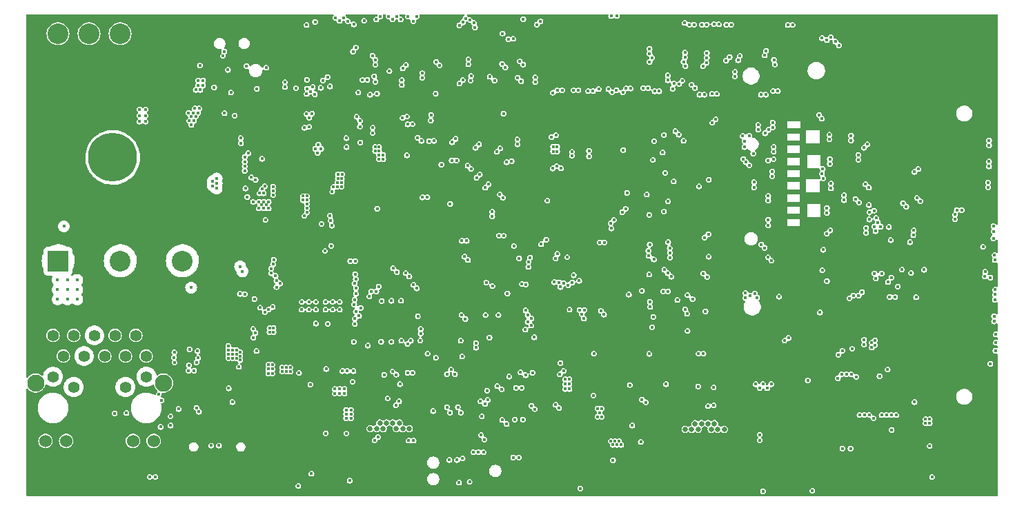
<source format=gbr>
%TF.GenerationSoftware,KiCad,Pcbnew,8.0.8*%
%TF.CreationDate,2025-02-13T16:32:42+11:00*%
%TF.ProjectId,jetson-orin-baseboard,6a657473-6f6e-42d6-9f72-696e2d626173,1.3.0*%
%TF.SameCoordinates,PX1c5f2f0PY7ac91b0*%
%TF.FileFunction,Copper,L7,Inr*%
%TF.FilePolarity,Positive*%
%FSLAX46Y46*%
G04 Gerber Fmt 4.6, Leading zero omitted, Abs format (unit mm)*
G04 Created by KiCad (PCBNEW 8.0.8) date 2025-02-13 16:32:42*
%MOMM*%
%LPD*%
G01*
G04 APERTURE LIST*
%TA.AperFunction,ComponentPad*%
%ADD10C,6.000000*%
%TD*%
%TA.AperFunction,ComponentPad*%
%ADD11C,0.650000*%
%TD*%
%TA.AperFunction,ComponentPad*%
%ADD12O,1.000000X1.600000*%
%TD*%
%TA.AperFunction,ComponentPad*%
%ADD13R,2.540000X2.540000*%
%TD*%
%TA.AperFunction,ComponentPad*%
%ADD14C,2.540000*%
%TD*%
%TA.AperFunction,ComponentPad*%
%ADD15C,1.397000*%
%TD*%
%TA.AperFunction,ComponentPad*%
%ADD16C,1.524000*%
%TD*%
%TA.AperFunction,ComponentPad*%
%ADD17C,2.100000*%
%TD*%
%TA.AperFunction,ComponentPad*%
%ADD18C,2.108200*%
%TD*%
%TA.AperFunction,ComponentPad*%
%ADD19O,1.200000X1.900000*%
%TD*%
%TA.AperFunction,ComponentPad*%
%ADD20O,1.200000X1.700000*%
%TD*%
%TA.AperFunction,ComponentPad*%
%ADD21O,1.000000X2.000000*%
%TD*%
%TA.AperFunction,ComponentPad*%
%ADD22O,1.050000X2.100000*%
%TD*%
%TA.AperFunction,ComponentPad*%
%ADD23C,0.450000*%
%TD*%
%TA.AperFunction,ViaPad*%
%ADD24C,0.450000*%
%TD*%
G04 APERTURE END LIST*
D10*
%TO.N,GND*%
%TO.C,H2*%
X94775000Y10637500D03*
%TD*%
%TO.N,GND*%
%TO.C,SP7*%
X49500000Y33600000D03*
%TD*%
D11*
%TO.N,GND*%
%TO.C,J5*%
X86450080Y9300000D03*
%TO.N,/USB3/USBC1_CONN_TX2_N*%
X86050080Y8600000D03*
%TO.N,/USB3/USBC1_CONN_TX2_P*%
X85250080Y8600000D03*
%TO.N,/USB3/USBC1_VBUS*%
X84850080Y9300000D03*
%TO.N,/USB3/USBC1_CC2*%
X84450080Y8600000D03*
%TO.N,USB0_D_P*%
X84050080Y9300000D03*
%TO.N,USB0_D_N*%
X83250080Y9300000D03*
%TO.N,unconnected-(J5-SBU_{2}-PadB8)*%
X82850080Y8600000D03*
%TO.N,/USB3/USBC1_VBUS*%
X82450080Y9300000D03*
%TO.N,/USB3/USBC1_RX1_N*%
X82050080Y8600000D03*
%TO.N,/USB3/USBC1_RX1_P*%
X81250080Y8600000D03*
%TO.N,GND*%
X80850080Y9300000D03*
D12*
X79380080Y8150000D03*
X79380080Y3420000D03*
D11*
X81650080Y9300000D03*
X85650080Y9300000D03*
D12*
X87920080Y8150000D03*
X87920080Y3420000D03*
%TD*%
D13*
%TO.N,/Ethernet/VDD*%
%TO.C,U23*%
X4298000Y29258855D03*
D14*
%TO.N,/Ethernet/ULS-12_CTRL*%
X11918000Y29258855D03*
%TO.N,GNDD*%
X19538000Y29258855D03*
%TO.N,GND*%
X19538000Y57198855D03*
X15728000Y57198855D03*
%TO.N,Net-(U23-TRIM)*%
X11918000Y57198855D03*
%TO.N,POE_OUTPUT*%
X8108000Y57198855D03*
X4298000Y57198855D03*
%TD*%
D10*
%TO.N,GND*%
%TO.C,H1*%
X31175000Y10650000D03*
%TD*%
D15*
%TO.N,GBE_MDI0_P*%
%TO.C,J6*%
X3685000Y20133603D03*
%TO.N,GBE_MDI0_N*%
X4954000Y17594603D03*
%TO.N,GBE_MDI1_P*%
X6224000Y20133603D03*
%TO.N,Net-(J6-P4)*%
X7494000Y17594603D03*
X8763000Y20133603D03*
%TO.N,GBE_MDI1_N*%
X10034000Y17594603D03*
%TO.N,GBE_MDI2_P*%
X11303000Y20133603D03*
%TO.N,GBE_MDI2_N*%
X12575000Y17594603D03*
%TO.N,GBE_MDI3_P*%
X13844000Y20133603D03*
%TO.N,GBE_MDI3_N*%
X15114000Y17594603D03*
%TO.N,/Ethernet/PAIR_12*%
X3685000Y15055603D03*
%TO.N,/Ethernet/PAIR_36*%
X6224000Y13794603D03*
%TO.N,/Ethernet/PAIR_78*%
X12575000Y13794603D03*
%TO.N,/Ethernet/PAIR_910*%
X15114000Y15063603D03*
D16*
%TO.N,+3V3*%
X2758000Y7175603D03*
%TO.N,Net-(J6-LED_GRN-)*%
X5299000Y7175603D03*
%TO.N,+3V3*%
X13499000Y7175603D03*
%TO.N,Net-(J6-LED_YEL-)*%
X16040000Y7175603D03*
D17*
%TO.N,Net-(C78-Pad1)*%
X1549000Y14283603D03*
D18*
X17248000Y14283603D03*
%TD*%
D19*
%TO.N,GND*%
%TO.C,J13*%
X58765000Y5790000D03*
D20*
X58765000Y1290000D03*
D19*
X69614000Y5790000D03*
D20*
X69614000Y1290000D03*
%TD*%
D11*
%TO.N,GND*%
%TO.C,J4*%
X47800000Y9385000D03*
%TO.N,/USB Debug\u002C DP/USBC0_CONN_TX2_P*%
X47400000Y8685000D03*
%TO.N,/USB Debug\u002C DP/USBC0_CONN_TX2_N*%
X46600000Y8685000D03*
%TO.N,/USB Debug\u002C DP/USBC0_VBUS*%
X46200000Y9385000D03*
%TO.N,/USB Debug\u002C DP/USBC0_CC2*%
X45800000Y8685000D03*
%TO.N,USB2_D_P*%
X45400000Y9385000D03*
%TO.N,USB2_D_N*%
X44600000Y9385000D03*
%TO.N,/USB Debug\u002C DP/USBC0_SBU_P*%
X44200000Y8685000D03*
%TO.N,/USB Debug\u002C DP/USBC0_VBUS*%
X43800000Y9385000D03*
%TO.N,/USB Debug\u002C DP/USBC0_RX1_N*%
X43400000Y8685000D03*
%TO.N,/USB Debug\u002C DP/USBC0_RX1_P*%
X42600000Y8685000D03*
%TO.N,GND*%
X42200000Y9385000D03*
D12*
X40730000Y8235000D03*
X40730000Y3505000D03*
D11*
X43000000Y9385000D03*
X47000000Y9385000D03*
D12*
X49270000Y8235000D03*
X49270000Y3505000D03*
%TD*%
D10*
%TO.N,GND*%
%TO.C,H3*%
X115000000Y5000000D03*
%TD*%
%TO.N,GND*%
%TO.C,H4*%
X10000000Y5000000D03*
%TD*%
%TO.N,GND*%
%TO.C,H5*%
X115000000Y56500000D03*
%TD*%
D21*
%TO.N,GND*%
%TO.C,J3*%
X28161000Y2755000D03*
D22*
X28161000Y6936000D03*
D21*
X19520000Y2755000D03*
D22*
X19520000Y6936000D03*
%TD*%
D10*
%TO.N,GND*%
%TO.C,SP8*%
X11000000Y42000000D03*
%TD*%
%TO.N,GND*%
%TO.C,H6*%
X7500000Y52500000D03*
%TD*%
D23*
%TO.N,/USB Debug\u002C DP/DRAIN1*%
%TO.C,U6*%
X37126000Y23299000D03*
X38000000Y23299000D03*
X38877000Y23299000D03*
X37127000Y24249000D03*
X38000000Y24249000D03*
X38877000Y24249000D03*
%TO.N,/USB Debug\u002C DP/DRAIN2*%
X34200000Y23299000D03*
X35075000Y23299000D03*
X35952000Y23299000D03*
X34201000Y24249000D03*
X35075000Y24249000D03*
X35952000Y24249000D03*
%TO.N,GND*%
X35228000Y25498000D03*
X36550000Y25500000D03*
X37871000Y25500000D03*
X34054000Y26698000D03*
X35228000Y26698000D03*
X37877000Y26698000D03*
X39054000Y26698000D03*
X36550000Y26700000D03*
X35228000Y27898000D03*
X36551000Y27898000D03*
X37877000Y27898000D03*
%TD*%
D24*
%TO.N,GND*%
X93490000Y43750000D03*
X63370000Y52160000D03*
X93150000Y3700000D03*
X51759753Y54210001D03*
X90200000Y1000000D03*
X42550000Y55450000D03*
X56575000Y17975000D03*
X84340000Y57940000D03*
X110900000Y15900000D03*
X23190000Y45720000D03*
X93350000Y55500000D03*
X47900000Y54200000D03*
X46200000Y38400000D03*
X74600000Y27150000D03*
X93230000Y25290000D03*
X54150000Y53750000D03*
X35680000Y34920000D03*
X108900000Y43150000D03*
X112600000Y40800000D03*
X45261244Y28955392D03*
X8150000Y10350000D03*
X54750000Y31260000D03*
X84650000Y22400000D03*
X57220000Y27120000D03*
X93500000Y39260000D03*
X21700000Y12100000D03*
X18550000Y45750000D03*
X53750000Y54500000D03*
X33710000Y42690000D03*
X50664208Y47250000D03*
X41290000Y38500000D03*
X68750000Y50000000D03*
X31930000Y32780000D03*
X79115438Y24960062D03*
X32150000Y40010000D03*
X67000000Y51700000D03*
X112950000Y17650000D03*
X119274500Y15450000D03*
X115475000Y40000000D03*
X1550000Y57150000D03*
X58260000Y47400000D03*
X26649282Y32716875D03*
X77325000Y27225000D03*
X68350000Y57925000D03*
X93260000Y27890000D03*
X28630000Y45170000D03*
X45240000Y55451498D03*
X32100000Y38500000D03*
X21950000Y9350000D03*
X54572500Y12160000D03*
X33300000Y54900000D03*
X117150000Y45640000D03*
X85790000Y57950000D03*
X54160000Y2022500D03*
X44450000Y47050000D03*
X46740000Y7260000D03*
X26520000Y15362000D03*
X40290000Y38500000D03*
X96060000Y30740000D03*
X71450000Y34050000D03*
X93450000Y37800000D03*
X51860000Y58030000D03*
X95750000Y43680000D03*
X96200000Y49780000D03*
X65602278Y28992812D03*
X115237667Y25262667D03*
X98600000Y34600000D03*
X42675000Y51050000D03*
X118850000Y39340000D03*
X93000000Y47200000D03*
X32580000Y32140000D03*
X118875000Y43000000D03*
X115250000Y21475500D03*
X98210000Y36230000D03*
X88728081Y47222960D03*
X28325167Y56975167D03*
X59550000Y9850000D03*
X62195769Y10927994D03*
X43750000Y38500000D03*
X83800000Y13800000D03*
X107575000Y24700000D03*
X54850000Y58050000D03*
X82475536Y47288684D03*
X32600000Y39000000D03*
X57300000Y6250000D03*
X102190000Y43810000D03*
X73500000Y20550000D03*
X77960000Y47300000D03*
X33590000Y45050000D03*
X110775000Y45600000D03*
X94840000Y57860000D03*
X43250000Y38500000D03*
X91920000Y36310000D03*
X43750000Y39000000D03*
X71950000Y5850000D03*
X27410000Y43780000D03*
X48900000Y25800000D03*
X71103485Y50047289D03*
X82350000Y45750000D03*
X46700000Y38400000D03*
X28950000Y32940000D03*
X32600000Y40500000D03*
X20150000Y10550000D03*
X96330000Y55410000D03*
X93530000Y40750000D03*
X61970000Y53440000D03*
X110750000Y38300000D03*
X65000000Y42100000D03*
X32520000Y46950000D03*
X52875000Y43250000D03*
X55250000Y54500000D03*
X38100000Y15450000D03*
X32110000Y38980000D03*
X112660000Y31740000D03*
X58850000Y52470000D03*
X51055000Y3425000D03*
X43740000Y7090000D03*
X23150000Y52550000D03*
X50350000Y58000000D03*
X118760000Y37760000D03*
X109610000Y31880000D03*
X114625000Y48550000D03*
X26440000Y32300000D03*
X40790000Y39000000D03*
X95990000Y28090000D03*
X32500000Y47437500D03*
X79733979Y55127100D03*
X21950000Y8800000D03*
X53375000Y51675000D03*
X21350000Y8800000D03*
X93310000Y58100000D03*
X32630000Y39490000D03*
X110775000Y43200000D03*
X94600000Y47400000D03*
X85946953Y39200462D03*
X47850000Y26950000D03*
X75970000Y42860000D03*
X77850000Y43430000D03*
X31550000Y18550000D03*
X46700000Y38900000D03*
X73750000Y36300000D03*
X40790000Y38500000D03*
X25150000Y38650000D03*
X93400000Y34800000D03*
X27010000Y45690000D03*
X93400000Y36150000D03*
X110800000Y31200000D03*
X59450000Y13750000D03*
X99750000Y5000000D03*
X27700000Y45950000D03*
X110800000Y35500000D03*
X55100000Y47390000D03*
X40290000Y39000000D03*
X95820000Y42750000D03*
X75330000Y57980000D03*
X83450000Y37759062D03*
X90090000Y47290000D03*
X107500000Y15050000D03*
X50573000Y14623000D03*
X46431746Y52266590D03*
X60950000Y38925000D03*
X87100000Y47510000D03*
X26423952Y51922714D03*
X57850000Y57950000D03*
X62594303Y50738537D03*
X71400000Y44750000D03*
X103000000Y42600000D03*
X32130000Y39470000D03*
X47700000Y38900000D03*
X18625000Y4805000D03*
X31350000Y21050000D03*
X62000000Y19950000D03*
X118900000Y41975000D03*
X93350000Y33309000D03*
X58900000Y56509000D03*
X115300000Y34900000D03*
X20750000Y9350000D03*
X74600000Y700000D03*
X95760000Y36200000D03*
X27940000Y32740000D03*
X52990000Y58000000D03*
X104150000Y14625500D03*
X91940000Y34700000D03*
X78926468Y17862500D03*
X65400000Y5900000D03*
X108100000Y46750000D03*
X96058002Y47358002D03*
X96100000Y51150000D03*
X31420000Y33530000D03*
X35450000Y54450000D03*
X70250000Y52800000D03*
X54625000Y28760000D03*
X63900167Y49999833D03*
X94850000Y55490000D03*
X90118506Y50089063D03*
X21350000Y9950000D03*
X19762500Y15775999D03*
X93140585Y49859415D03*
X46580000Y15500000D03*
X28150000Y22350000D03*
X27780000Y32300000D03*
X107450000Y20724500D03*
X95920000Y37400000D03*
X78360000Y55371000D03*
X95830000Y31920000D03*
X104320000Y43480000D03*
X46200000Y38900000D03*
X118875000Y40425000D03*
X65212501Y11043325D03*
X104700000Y9400000D03*
X46988028Y50599881D03*
X103940000Y57860000D03*
X84110000Y47290000D03*
X75300000Y40510000D03*
X82770000Y42450000D03*
X73030000Y28187500D03*
X67375500Y43321500D03*
X91840000Y58100000D03*
X53700000Y44200000D03*
X74193830Y39525000D03*
X98550000Y43750000D03*
X32800000Y55400000D03*
X103778500Y37670000D03*
X115450000Y42375000D03*
X33800000Y55400000D03*
X53700000Y42050000D03*
X112670000Y42260000D03*
X64200000Y5900000D03*
X117120000Y44410000D03*
X57590000Y42870000D03*
X117150000Y34950000D03*
X32590000Y32780000D03*
X98470000Y37910000D03*
X33710000Y43190000D03*
X93450000Y45250000D03*
X61425500Y50850000D03*
X75900000Y10025000D03*
X20150000Y9350000D03*
X101700000Y33550000D03*
X62476064Y58450000D03*
X112700000Y37750000D03*
X102800000Y38600000D03*
X46570000Y54170000D03*
X99250000Y33600000D03*
X51580000Y53750000D03*
X40950000Y45362500D03*
X28650000Y49750000D03*
X117125000Y42475000D03*
X46400000Y27600000D03*
X33710000Y43690000D03*
X92340000Y39250000D03*
X33300000Y55400000D03*
X95880000Y39590000D03*
X44150000Y20850000D03*
X45324048Y22483115D03*
X84015584Y25065584D03*
X56330000Y57980000D03*
X98050000Y3700000D03*
X79290000Y41730000D03*
X92720000Y42410000D03*
X53565000Y29670000D03*
X86850000Y52809000D03*
X84170000Y45780000D03*
X37210356Y31089644D03*
X42390000Y12200000D03*
X95810000Y45190000D03*
X117100000Y37575000D03*
X55970000Y52920000D03*
X76850000Y58020000D03*
X27410000Y44320000D03*
X41125000Y51825000D03*
X110675000Y40775000D03*
X23700000Y8650000D03*
X110650000Y21600000D03*
X48150000Y19300000D03*
X76970000Y730000D03*
X57050000Y35030000D03*
X33800000Y54400000D03*
X52191624Y47379000D03*
X93380000Y41360000D03*
X96100000Y51720000D03*
X98200000Y32250000D03*
X111750000Y3790000D03*
X108789000Y43775000D03*
X44350000Y58950000D03*
X63000000Y5900000D03*
X37112500Y47000000D03*
X20150000Y9950000D03*
X79710000Y47310000D03*
X60400000Y58050000D03*
X60950000Y43075000D03*
X98500000Y45212500D03*
X28509800Y38642267D03*
X98100000Y47727000D03*
X51020000Y54230000D03*
X115425000Y37625000D03*
X36175500Y19604500D03*
X58100000Y49850000D03*
X60850000Y10150000D03*
X40950000Y52500000D03*
X48590000Y17100000D03*
X92449484Y29372216D03*
X20750000Y9950000D03*
X85770000Y49850000D03*
X107400000Y37667000D03*
X107450000Y35843902D03*
X55460000Y40060000D03*
X57850000Y20515500D03*
X10950000Y46550000D03*
X87390000Y58010000D03*
X90900000Y30280000D03*
X95900000Y23950000D03*
X40200000Y21920000D03*
X37315000Y1995000D03*
X104440000Y38440000D03*
X93570000Y30320000D03*
X36850000Y17450000D03*
X31930000Y32140000D03*
X48000000Y11650000D03*
X32800000Y54400000D03*
X14900000Y8150000D03*
X55581979Y4766979D03*
X80840000Y49930000D03*
X76985891Y49853340D03*
X95850000Y34760000D03*
X90390000Y58340000D03*
X95880000Y40650000D03*
X102600000Y43000000D03*
X75970000Y37800000D03*
X91470000Y50190000D03*
X114950000Y15550000D03*
X92170000Y43910000D03*
X46525000Y53675000D03*
X25855356Y25014644D03*
X91364209Y47356942D03*
X39800000Y19315000D03*
X93490000Y42270000D03*
X82750000Y35650000D03*
X66900000Y57900000D03*
X21850000Y57850000D03*
X33500000Y47437500D03*
X84590000Y53520000D03*
X54390000Y51910000D03*
X117125000Y39975000D03*
X84010000Y50150000D03*
X68749833Y26100167D03*
X33000000Y47437500D03*
X45690000Y16550000D03*
X48250000Y14125000D03*
X91390000Y39990000D03*
X115390000Y45400000D03*
X54375000Y40350000D03*
X79357954Y49964987D03*
X98700000Y42300000D03*
X109000000Y40850000D03*
X81770000Y55190000D03*
X20750000Y10550000D03*
X91500000Y46000000D03*
X35650000Y2550000D03*
X28080000Y43730000D03*
X21350000Y9350000D03*
X56525000Y43725000D03*
X100050000Y1750000D03*
X37625000Y51300000D03*
X83100000Y50400000D03*
X39750000Y38500000D03*
X42700000Y43850000D03*
X22807388Y50118383D03*
X117950000Y8750000D03*
X57279000Y54210001D03*
X3550000Y49150000D03*
X88800000Y58050000D03*
X53602866Y47402866D03*
X26050167Y20049833D03*
X56539091Y38833589D03*
X34730000Y33430000D03*
X82850000Y57960000D03*
X18350000Y6450000D03*
X30570000Y33530000D03*
X110025000Y28325000D03*
X107950000Y6750000D03*
X58300000Y36900000D03*
X83400000Y55250000D03*
X71450000Y14025000D03*
X58920000Y43590000D03*
X45000000Y8650000D03*
X19812500Y18396250D03*
X91950000Y37650000D03*
X72300000Y9500000D03*
X107950000Y10750000D03*
X50315000Y22487000D03*
X56590000Y49810000D03*
X42462000Y26100000D03*
X115350000Y31100000D03*
X25150000Y12900000D03*
X60100000Y44125000D03*
X69850000Y57975000D03*
X109940000Y34480000D03*
X8550000Y14250000D03*
X90027000Y31191000D03*
X105900000Y5950000D03*
X44749514Y22470031D03*
X98750000Y39250000D03*
X32800000Y54900000D03*
X33020000Y46950000D03*
X33300000Y54400000D03*
X45250000Y14150000D03*
X38000000Y19550000D03*
X60000000Y47450000D03*
X93570000Y53290000D03*
X96350000Y58100000D03*
X52200000Y42150000D03*
X98700000Y40700000D03*
X32600000Y38500000D03*
X76890585Y42490585D03*
X55690000Y42630000D03*
X25150000Y21050000D03*
X63685323Y47400000D03*
X82500000Y55151000D03*
X117200000Y31110000D03*
X61150000Y33850000D03*
X85445585Y47085585D03*
X17244565Y15820591D03*
X114392909Y24900519D03*
X96100000Y52275000D03*
X82750000Y36150000D03*
X81100000Y47290000D03*
X115350000Y17650000D03*
X95840000Y33440000D03*
X47200000Y38900000D03*
X53600000Y49800000D03*
X33800000Y54900000D03*
X55080000Y49810000D03*
X68450000Y52850000D03*
X46900000Y52000000D03*
X32640000Y40000000D03*
X103900000Y625000D03*
X102850000Y41200000D03*
X91980000Y33240000D03*
X79100000Y37310000D03*
X115200000Y39250000D03*
X104400000Y40550000D03*
X36840000Y55480000D03*
X47200000Y38400000D03*
X58690000Y31880000D03*
X53550167Y31249833D03*
X44650000Y20850000D03*
X88600000Y49830000D03*
X61430619Y36450000D03*
X83600000Y33030000D03*
X60850000Y52400000D03*
X43250000Y39000000D03*
X74920000Y49980000D03*
X91482792Y30463085D03*
X65350000Y58380000D03*
X85860000Y55340000D03*
X112630000Y33230000D03*
X33520000Y46950000D03*
X36450000Y52550000D03*
X102000000Y37500000D03*
X96150000Y1050000D03*
X102800000Y20040000D03*
X5050000Y59350000D03*
X76480000Y46930000D03*
X28500000Y55200000D03*
X82450000Y49850000D03*
X52120000Y49850000D03*
X10550000Y10350000D03*
X21950000Y9950000D03*
X118900000Y44575000D03*
X66600000Y5900000D03*
X79550000Y45550000D03*
X41290000Y39000000D03*
X64450000Y58355000D03*
X104700000Y10700000D03*
X47700000Y38400000D03*
X48387131Y15421394D03*
X28650000Y17300000D03*
%TO.N,CSI1_D0_N*%
X92140000Y53990000D03*
%TO.N,CSI0_D0_N*%
X97682006Y47218741D03*
%TO.N,CSI1_D0_P*%
X92270000Y53420000D03*
%TO.N,CSI0_D0_P*%
X98025011Y46754989D03*
%TO.N,CSI1_CLK_N*%
X55470000Y57980000D03*
X94440000Y58280000D03*
%TO.N,CSI0_CLK_N*%
X101610000Y44697000D03*
%TO.N,CSI1_CLK_P*%
X55330000Y58540000D03*
X93860000Y58270000D03*
%TO.N,CSI0_CLK_P*%
X101610000Y44103000D03*
%TO.N,CSI1_D1_N*%
X91180000Y55090000D03*
%TO.N,CSI0_D1_N*%
X92644323Y50160000D03*
%TO.N,CSI1_D1_P*%
X91010000Y54540000D03*
%TO.N,CSI0_D1_P*%
X92050323Y50160000D03*
%TO.N,CSI3_D0_N*%
X81290000Y53220000D03*
%TO.N,CSI2_D0_N*%
X109840000Y40570000D03*
X91144323Y49710134D03*
%TO.N,CSI3_D0_P*%
X81050000Y53750000D03*
%TO.N,CSI2_D0_P*%
X90550323Y49710134D03*
X109380000Y40220000D03*
%TO.N,CSI3_CLK_N*%
X61377890Y53392110D03*
X87360000Y51933000D03*
%TO.N,CSI2_CLK_N*%
X109290000Y33020000D03*
X91460011Y45385011D03*
%TO.N,CSI3_CLK_P*%
X60962110Y53807890D03*
X87360000Y52527000D03*
%TO.N,CSI2_CLK_P*%
X91039989Y44964989D03*
X109240000Y32440000D03*
%TO.N,CSI3_D1_N*%
X81225000Y54300000D03*
%TO.N,CSI2_D1_N*%
X114370000Y34984000D03*
X90210000Y46004000D03*
%TO.N,CSI3_D1_P*%
X81225000Y54875000D03*
%TO.N,CSI2_D1_P*%
X90210000Y45416000D03*
X114370000Y34396000D03*
%TO.N,DP1_TXD0_N*%
X58893294Y37046706D03*
X47920000Y26340000D03*
%TO.N,DP1_TXD1_P*%
X57123294Y38693294D03*
X47420000Y27360000D03*
%TO.N,DP1_TXD3_N*%
X54973794Y40596706D03*
X42741000Y25548000D03*
%TO.N,DP1_TXD3_P*%
X43363000Y25548000D03*
X54567206Y41003294D03*
%TO.N,SPIO_MOSI*%
X98050000Y56650000D03*
X104700000Y34550000D03*
%TO.N,SPIO_SCK*%
X98630000Y56410000D03*
X103840000Y34380000D03*
%TO.N,SPIO_MISO*%
X99120000Y56780000D03*
X103870000Y35270000D03*
%TO.N,~{SPI0_CS0}*%
X72850000Y59370000D03*
X100120000Y55780000D03*
X104450000Y35470000D03*
%TO.N,~{SPI0_CS1}*%
X103790000Y36160000D03*
X99680000Y56230000D03*
X72170000Y59370000D03*
%TO.N,DP1_AUX_N*%
X54288649Y22161351D03*
X40725000Y21546531D03*
%TO.N,DP1_AUX_P*%
X40725000Y22218531D03*
X53811351Y22638649D03*
%TO.N,SPI1_MOSI*%
X119280000Y25150000D03*
X100449498Y15350502D03*
%TO.N,SPI1_SCK*%
X99987146Y14888856D03*
X119310000Y25740000D03*
%TO.N,SPI1_MISO*%
X101049749Y15350418D03*
X119250000Y24540000D03*
%TO.N,USB0_D_N*%
X83496500Y17900862D03*
X71344000Y31550000D03*
X69944000Y50150000D03*
X84050000Y11450000D03*
%TO.N,~{SPI1_CS0}*%
X119150000Y22500000D03*
X101649833Y15350167D03*
%TO.N,~{SPI1_CS1}*%
X119150000Y21850000D03*
X102250000Y15050000D03*
%TO.N,GPIO01*%
X65500000Y40931500D03*
X106250000Y33450000D03*
X104475500Y27750000D03*
%TO.N,USER_LED1*%
X58950000Y47378500D03*
X70050000Y17900000D03*
X53725499Y19498500D03*
%TO.N,USER_BTN0*%
X66350000Y15774500D03*
X90400000Y7250000D03*
X90800000Y1000000D03*
%TO.N,USER_BTN1*%
X65850000Y15350000D03*
X96850000Y1050000D03*
X90400000Y7950000D03*
%TO.N,PCIE0_RX0_N*%
X92112567Y42703000D03*
X63500000Y58720000D03*
%TO.N,PCIE0_RX0_P*%
X63050000Y58320000D03*
X92112567Y43297000D03*
%TO.N,PCIE0_RX1_N*%
X62850000Y51847000D03*
X91930000Y39703000D03*
%TO.N,PCIE0_RX1_P*%
X91930000Y40297000D03*
X62850000Y51253000D03*
%TO.N,PCIE0_RX2_N*%
X59556000Y56525000D03*
X91450000Y36712500D03*
%TO.N,PCIE0_RX2_P*%
X91450000Y37287500D03*
X60144000Y56570000D03*
%TO.N,PCIE0_RX3_N*%
X91450000Y33650000D03*
X54650000Y53453000D03*
%TO.N,PCIE0_RX3_P*%
X54650000Y54047000D03*
X91450000Y34350000D03*
%TO.N,PCIE0_CLK_N*%
X53970011Y51500011D03*
X92000000Y45703000D03*
%TO.N,USBSS0_RX_N*%
X53853000Y31750000D03*
X53970000Y58600000D03*
%TO.N,PCIE0_CLK_P*%
X92000000Y46297000D03*
X53549989Y51079989D03*
%TO.N,USBSS0_RX_P*%
X54447000Y31750000D03*
X53530000Y58220000D03*
%TO.N,USBSS0_TX_N*%
X54175000Y29800000D03*
X46500000Y51497000D03*
%TO.N,PCIE1_RX0_N*%
X91007890Y30892110D03*
X50702110Y53747890D03*
%TO.N,PCIE1_RX0_P*%
X51117890Y53332110D03*
X90592110Y31307890D03*
%TO.N,PCIE1_CLK_N*%
X91840088Y29320067D03*
X46592110Y52942110D03*
%TO.N,PCIE1_CLK_P*%
X47007890Y53357890D03*
X91420066Y29740089D03*
%TO.N,PCIE1_CLKREQ\u002A*%
X50050000Y46550000D03*
X93928015Y19818677D03*
%TO.N,PCIE1_RST\u002A*%
X93450000Y19500000D03*
X47250000Y59300000D03*
%TO.N,GBE_MDI0_N*%
X47210000Y46060000D03*
%TO.N,GBE_MDI0_P*%
X47800000Y46090000D03*
%TO.N,GBE_MDI1_N*%
X47100000Y47025000D03*
%TO.N,GBE_MDI1_P*%
X46550000Y46850000D03*
%TO.N,I2S0_SDOUT*%
X46350000Y58950000D03*
X118025000Y27375000D03*
%TO.N,I2S0_SDIN*%
X45850000Y59300000D03*
X106560000Y27250000D03*
%TO.N,GBE_MDI2_N*%
X42910000Y44994000D03*
%TO.N,I2S0_LRCK*%
X45350000Y58950000D03*
X106130000Y26690000D03*
%TO.N,GBE_MDI2_P*%
X42910000Y45666000D03*
%TO.N,I2S0_SCLK*%
X118075000Y27950000D03*
X44850000Y59300000D03*
%TO.N,GBE_MDI3_N*%
X41350000Y45800000D03*
%TO.N,GBE_MDI3_P*%
X41350000Y46487500D03*
%TO.N,GPIO09*%
X106480000Y31840000D03*
X107850000Y28220000D03*
X41850000Y58800000D03*
%TO.N,SDA_CAM*%
X40840000Y55500000D03*
X65200000Y26675000D03*
%TO.N,/SoM/~{FORCE_RECOVERY}*%
X57025500Y12200000D03*
X52414182Y36314182D03*
X72400000Y4800000D03*
X41150000Y49975000D03*
%TO.N,SCL_CAM*%
X65775000Y26650000D03*
X40505523Y55007622D03*
%TO.N,GPIO11*%
X119250000Y29400000D03*
X41396000Y43830000D03*
%TO.N,GPIO12*%
X36160000Y42560000D03*
X119225000Y30000000D03*
%TO.N,GPIO13*%
X36580000Y43070000D03*
X119075000Y32075000D03*
%TO.N,/SoM/PMIC_BBAT*%
X25974500Y47150000D03*
X81200000Y58525500D03*
X35850000Y58650000D03*
%TO.N,~{RESET}*%
X29325000Y41825000D03*
X16660000Y12910000D03*
X16870000Y8887990D03*
X42890000Y54510000D03*
X34800000Y58274500D03*
X48420000Y44430000D03*
%TO.N,+3V3*%
X65050000Y42750000D03*
X38600000Y38900000D03*
X108837500Y31587500D03*
X67050000Y14750000D03*
X98200000Y30650000D03*
X89250000Y25050000D03*
X39140000Y39930000D03*
X88748213Y41403316D03*
X38640000Y39920000D03*
X111550000Y2750000D03*
X48450000Y22487000D03*
X37400000Y21577083D03*
X89127023Y41029146D03*
X37662500Y34850000D03*
X38600000Y38400000D03*
X104550000Y18950000D03*
X37950000Y37800000D03*
X67050000Y13550000D03*
X38630000Y39390000D03*
X77290000Y41690000D03*
X39700000Y43270000D03*
X40450000Y14450000D03*
X38075000Y38375000D03*
X104550000Y19550000D03*
X111250000Y6550000D03*
X75800000Y7050000D03*
X67050000Y14150000D03*
X56750000Y22638000D03*
X88650000Y24750000D03*
X90080000Y24780000D03*
X40095000Y2290000D03*
X74125500Y37650000D03*
X104150000Y19250000D03*
X65550000Y43321500D03*
X103250000Y10362500D03*
X48750000Y19500000D03*
X39120000Y39400000D03*
X76850000Y34950000D03*
X35815315Y49766913D03*
X77200000Y21150000D03*
X40600000Y19350000D03*
X66550000Y14750000D03*
X104150000Y18650000D03*
X76850000Y17862000D03*
X104601293Y32945258D03*
X39100000Y38900000D03*
X65550000Y42750000D03*
X65050000Y43321500D03*
X84150000Y39250000D03*
X42500000Y24930000D03*
X66550000Y14150000D03*
X75950000Y12250000D03*
X39100000Y38400000D03*
X84100000Y32575000D03*
X88650000Y25350000D03*
X66550000Y13550000D03*
X58200000Y13900000D03*
X89800000Y25300000D03*
X88400000Y41800000D03*
X81050000Y44050000D03*
X103850000Y10362500D03*
X64350000Y36700000D03*
X81550000Y20700000D03*
X102650000Y10362500D03*
X57250000Y19880500D03*
%TO.N,EEPROM_PWR*%
X53900000Y17550000D03*
X52020000Y15370000D03*
%TO.N,+5V*%
X28950000Y36550000D03*
X70500000Y10150000D03*
X40250000Y10480000D03*
X70500000Y11150000D03*
X39650000Y9980000D03*
X30249258Y21038000D03*
X28950000Y35750000D03*
X40840000Y27080000D03*
X71000000Y10150000D03*
X30750000Y20550000D03*
X40250000Y9980000D03*
X107150000Y10350000D03*
X67362000Y42200000D03*
X29550000Y35750000D03*
X30250000Y20550000D03*
X105350000Y10350000D03*
X75950000Y25615000D03*
X67375000Y42700000D03*
X29550000Y36545000D03*
X29850000Y36150000D03*
X33884503Y15531724D03*
X39650000Y10980000D03*
X56300000Y10200000D03*
X40250000Y10980000D03*
X28250000Y20950000D03*
X39650000Y10480000D03*
X71000000Y11150000D03*
X106550000Y10350000D03*
X30150000Y36545000D03*
X105950000Y10350000D03*
X31560000Y26510000D03*
X70750000Y10650000D03*
X30150000Y35750000D03*
X30750000Y21050000D03*
X29250000Y36150000D03*
%TO.N,CAN_RX*%
X60150000Y5150000D03*
X49624793Y37121999D03*
X57850000Y51450000D03*
X50430000Y44030000D03*
X56150000Y12050000D03*
X119325000Y18275000D03*
%TO.N,CAN_TX*%
X60850000Y5150000D03*
X49010244Y37090814D03*
X56700000Y11700000D03*
X49830000Y44020000D03*
X57275000Y51925000D03*
X118700000Y16650000D03*
%TO.N,GPIO07*%
X43450000Y49850000D03*
X101750000Y18500000D03*
X40550000Y15750000D03*
X35308564Y50102926D03*
X104450000Y33500000D03*
%TO.N,PCIE2_RST\u002A*%
X39850000Y58750000D03*
X104900000Y34000000D03*
X106340000Y24860000D03*
%TO.N,PCIE2_CLKREQ\u002A*%
X107020000Y24850000D03*
X39350000Y59150000D03*
X105250167Y33500167D03*
%TO.N,/Ethernet/VDD*%
X6650000Y24550000D03*
X5450000Y26950000D03*
X4250000Y24550000D03*
X23300000Y38500000D03*
X5450000Y25750000D03*
X6650000Y25750000D03*
X4250000Y25750000D03*
X6650000Y26950000D03*
X23760000Y39400000D03*
X5450000Y24550000D03*
X23760000Y38800000D03*
X23300000Y39100000D03*
X23750000Y38200000D03*
X4250000Y26950000D03*
%TO.N,GNDD*%
X5025000Y33525000D03*
X26650000Y28600000D03*
%TO.N,USBSS1_RX_N*%
X114578000Y35525000D03*
X86894323Y58320000D03*
%TO.N,+1V8*%
X108975000Y27810000D03*
X58750000Y13500000D03*
X106100000Y15950000D03*
X35124499Y46893788D03*
X76835000Y27615000D03*
X70000000Y12750000D03*
X28400000Y24625500D03*
X35860000Y43070000D03*
X50315000Y10840000D03*
X66781153Y29750515D03*
X74350000Y25150000D03*
%TO.N,PCIE2_RX0_N*%
X80480011Y44799989D03*
X118550000Y41497000D03*
%TO.N,USBSS1_RX_P*%
X115172000Y35525000D03*
X86300323Y58320000D03*
%TO.N,VCC*%
X22100000Y51452500D03*
X21200000Y50300000D03*
X44200000Y42300000D03*
X43200000Y42800000D03*
X34525000Y34825000D03*
X21750000Y50300000D03*
X22100000Y50852500D03*
X111260000Y9850000D03*
X34350000Y37250000D03*
X37150000Y8100000D03*
X34850000Y37250000D03*
X43700000Y42300000D03*
X43700000Y41800000D03*
X43700000Y42800000D03*
X21630000Y48010000D03*
X21500000Y51452500D03*
X24730000Y47437500D03*
X21080000Y48010000D03*
X111260000Y9350000D03*
X34350000Y36750000D03*
X21500000Y50852500D03*
X34850000Y35250000D03*
X43200000Y43300000D03*
X34850000Y36250000D03*
X43700000Y43300000D03*
X34850000Y35750000D03*
X110760000Y9850000D03*
X34850000Y36750000D03*
X44200000Y41800000D03*
X110760000Y9350000D03*
%TO.N,USB_FLASH_ID*%
X78550000Y25550000D03*
X73650000Y42900000D03*
X73600000Y50000000D03*
%TO.N,3V3_STDB*%
X25530000Y49980000D03*
X33785000Y1650000D03*
X109400000Y11950000D03*
X54800000Y2150000D03*
%TO.N,UART0_RTS*%
X91450000Y41650000D03*
X71850000Y50390000D03*
%TO.N,UART0_CTS*%
X70650000Y50400000D03*
X92100000Y41775000D03*
%TO.N,PCIE3_RST\u002A*%
X38850000Y58774500D03*
X117800000Y31025000D03*
%TO.N,/USB Debug\u002C DP/USBC0_RX2_N*%
X47200000Y15550000D03*
X47180000Y19090000D03*
%TO.N,/Ethernet/POE_ACTIVE*%
X26914280Y28000000D03*
X20640000Y26000000D03*
%TO.N,PCIE3_CLKREQ\u002A*%
X38350000Y59150000D03*
X119080000Y33575000D03*
X109590000Y24820000D03*
X110590000Y28200000D03*
%TO.N,I2C2_SCL*%
X34560000Y45637500D03*
X103200000Y19000000D03*
X119350000Y19250000D03*
%TO.N,I2C2_SDA*%
X119350000Y20250000D03*
X35121248Y45762500D03*
X103200000Y19600000D03*
%TO.N,PCIE2_RX0_P*%
X118550000Y40903000D03*
X80059989Y45220011D03*
%TO.N,USBSS1_TX_N*%
X85370000Y58350000D03*
X102160000Y36910000D03*
%TO.N,/USB Debug\u002C DP/PDC_LDO_3V3*%
X35950000Y21600000D03*
X37820000Y31150000D03*
%TO.N,Net-(D36-A)*%
X28700000Y50450000D03*
X35400000Y3150000D03*
X27450000Y53225500D03*
%TO.N,Net-(D1-C)*%
X101900000Y25050000D03*
%TO.N,/USB Debug\u002C DP/USBC0_RX2_P*%
X47775000Y15550000D03*
X47592334Y19492334D03*
%TO.N,/USB Debug\u002C DP/USBC0_RX1_N*%
X43557890Y7647890D03*
%TO.N,/USB Debug\u002C DP/USBC0_RX1_P*%
X43142110Y7232110D03*
%TO.N,PCIE2_TX0_N*%
X102500000Y42297000D03*
X85144323Y49800000D03*
%TO.N,USBSS1_TX_P*%
X84790000Y58370000D03*
X102600000Y36450000D03*
%TO.N,PCIE2_TX0_P*%
X84550323Y49800000D03*
X102500000Y41703000D03*
%TO.N,USBSS2_RX_N*%
X79120000Y51480000D03*
X83894323Y58310000D03*
X72520000Y34320000D03*
%TO.N,PCIE2_CLK_N*%
X83594000Y49700000D03*
X103389989Y38710011D03*
%TO.N,USBSS2_RX_P*%
X79125000Y52069000D03*
X83310000Y58320000D03*
X72107666Y33907666D03*
%TO.N,PCIE2_CLK_P*%
X83006000Y49700000D03*
X103810011Y38289989D03*
%TO.N,USBSS2_TX_N*%
X73950000Y35690000D03*
X82347161Y58312839D03*
X79870000Y51080000D03*
%TO.N,/SoM/DEBUG_TXD_1V8*%
X35460000Y47380000D03*
%TO.N,/M.2/~{LED1}*%
X98070000Y28150000D03*
X89700000Y38950000D03*
%TO.N,PCIE2_RX1_N*%
X118550000Y44097000D03*
X82460000Y50520000D03*
%TO.N,USBSS2_TX_P*%
X81760000Y58290000D03*
X79720000Y50430000D03*
X73532666Y35282666D03*
%TO.N,PCIE2_RX1_P*%
X82030000Y50930000D03*
X118550000Y43503000D03*
%TO.N,Net-(D61-A)*%
X53500000Y2050000D03*
X25150000Y52750000D03*
%TO.N,/M.2/~{M2_E_UART_WAKE}*%
X92775000Y24895000D03*
X84135000Y29810000D03*
%TO.N,/USB Debug\u002C DP/FTDI_3V3*%
X19100000Y11100000D03*
X20335333Y15825900D03*
X26500000Y16275000D03*
X20430000Y18425000D03*
X18530000Y17430000D03*
%TO.N,/USB Debug\u002C DP/USBC3_VBUS*%
X30600000Y16000000D03*
X30100000Y15450000D03*
X30100000Y16000000D03*
X30100000Y16550000D03*
X30600000Y16550000D03*
X30600000Y15450000D03*
%TO.N,/USB Debug\u002C DP/USBC0_CONN_TX2_N*%
X47333000Y7210000D03*
%TO.N,/CSI/CSI3_0_D1_N*%
X83910000Y54259400D03*
X109702110Y37037890D03*
%TO.N,/CSI/CSI3_0_D1_P*%
X83910000Y54853400D03*
X110117890Y36622110D03*
%TO.N,/CSI/CSI3_0_D0_N*%
X83439989Y53199989D03*
X107972110Y36387890D03*
%TO.N,/CSI/CSI3_0_D0_P*%
X108387890Y35972110D03*
X83860011Y53620011D03*
%TO.N,/CSI/CSI1_1_D0_N*%
X54980000Y52020000D03*
X86710011Y54330011D03*
%TO.N,/CSI/CSI1_1_D0_P*%
X54920000Y51430000D03*
X86289989Y53909989D03*
%TO.N,/CSI/CSI1_1_D1_N*%
X49000000Y52370000D03*
X87960000Y54480000D03*
%TO.N,/CSI/CSI1_1_D1_P*%
X87750000Y53940000D03*
X48990000Y51780000D03*
%TO.N,/CSI/CSI3_1_D1_N*%
X76890000Y54743000D03*
X59197890Y53072110D03*
%TO.N,/CSI/CSI3_1_D1_P*%
X76890000Y55337000D03*
X58782110Y53487890D03*
%TO.N,/CSI/CSI3_1_D0_N*%
X61127890Y51372110D03*
X76890000Y53730000D03*
%TO.N,/CSI/CSI3_1_D0_P*%
X60712110Y51787890D03*
X77190000Y54240000D03*
%TO.N,VSYNC_CAM2*%
X39680000Y44370000D03*
%TO.N,VSYNC_CAM3*%
X36250000Y43580000D03*
%TO.N,/M.2/M2_M_SMB_CLK*%
X98185000Y39435000D03*
X89600000Y42495000D03*
%TO.N,/M.2/M2_M_SMB_DATA*%
X98020000Y39995000D03*
X88525000Y43275000D03*
%TO.N,/M.2/~{M2_M_ALERT}*%
X88550000Y43965000D03*
X98135000Y40565000D03*
%TO.N,/M.2/~{M2_M_CLKREQ0}*%
X78500000Y42600000D03*
X78650000Y35350000D03*
%TO.N,/M.2/~{M2_M_PEWAKE0}*%
X79850000Y39050000D03*
X78650000Y44750000D03*
%TO.N,SYS_SDA*%
X83500000Y27737500D03*
X56200000Y7900000D03*
X100050000Y17750000D03*
X30782860Y29445728D03*
X40696398Y24525324D03*
X43100000Y51950000D03*
X32150000Y51250000D03*
X79106235Y27793765D03*
%TO.N,SYS_SCL*%
X78700000Y28200000D03*
X40650000Y23933672D03*
X32150000Y50650000D03*
X83950000Y27312500D03*
X43250000Y51300000D03*
X30680000Y28880000D03*
X100550000Y18250000D03*
X56620000Y7350000D03*
%TO.N,~{PDC_CS}*%
X53020000Y15370000D03*
X50670000Y17400000D03*
%TO.N,PDC_SCLK*%
X53360000Y11330000D03*
X52022000Y11330000D03*
%TO.N,PDC_MISO*%
X52520000Y15950000D03*
%TO.N,PDC_MOSI*%
X52400000Y10650000D03*
X53727500Y10650000D03*
%TO.N,/USB Debug\u002C DP/USBC0_CONN_TX2_P*%
X47927000Y7210000D03*
%TO.N,/USB Debug\u002C DP/USBC0_VBUS*%
X38250000Y13000000D03*
X38850000Y13550000D03*
X39450000Y13550000D03*
X39450000Y13000000D03*
X38850000Y13000000D03*
X39685000Y8085000D03*
X38250000Y13550000D03*
%TO.N,/USB3/USBC1_VBUS*%
X73400000Y6700000D03*
X72150000Y7150000D03*
X72900000Y6700000D03*
X73150000Y7150000D03*
X72650000Y7150000D03*
X72400000Y6700000D03*
X68385000Y1345000D03*
%TO.N,/USB Debug\u002C DP/FTDI_LED_TX*%
X16250000Y2750000D03*
X25250000Y13638000D03*
%TO.N,/USB Debug\u002C DP/FTDI_LED_RX*%
X15550000Y2750000D03*
X18115000Y9070000D03*
X21000000Y15800000D03*
%TO.N,/USB Debug\u002C DP/USBC3_CC1*%
X31100000Y26072500D03*
X25700000Y11950000D03*
%TO.N,DP1_TXD0_HDMI_TX2_N*%
X80913294Y51423294D03*
%TO.N,/USB Debug\u002C DP/USBC3_CC2*%
X21600000Y10750000D03*
X31000000Y27437500D03*
%TO.N,/USB Debug\u002C DP/USBC0_CC1*%
X44322001Y15300678D03*
X40750000Y27650000D03*
%TO.N,/USB Debug\u002C DP/USBC0_CC2*%
X40675000Y26525000D03*
X46150000Y12050000D03*
X46250000Y14150000D03*
%TO.N,PWR_SOFT*%
X29835000Y53015000D03*
X28650000Y18220000D03*
%TO.N,/USB3/USBC1_CC1*%
X76950000Y23650000D03*
X82850000Y13850000D03*
%TO.N,/USB3/USBC1_CC2*%
X76930000Y24270000D03*
X84750000Y11550000D03*
X84750000Y13750000D03*
%TO.N,/USB3/USBC1_ID*%
X76428015Y11931323D03*
X79150000Y25550000D03*
%TO.N,/USB Debug\u002C DP/USBC0_FLIP*%
X30646800Y23628700D03*
X41450000Y23514752D03*
%TO.N,/USB Debug\u002C DP/USBC0_CTL0*%
X40843765Y23062000D03*
X30159263Y23324794D03*
%TO.N,/USB Debug\u002C DP/USBC0_CTL1*%
X29682818Y23003775D03*
X41250000Y22550000D03*
%TO.N,/USB Debug\u002C DP/PDC_I2C1_SCL*%
X18572644Y18056964D03*
X30449890Y27776867D03*
X21418590Y18215617D03*
%TO.N,/USB Debug\u002C DP/PDC_I2C1_SDA*%
X21487500Y17365617D03*
X30452626Y28351863D03*
X18600000Y16800000D03*
%TO.N,/USB Debug\u002C DP/USBC0_I2C_EN*%
X44014499Y24350000D03*
%TO.N,/USB Debug\u002C DP/USBC0_SSEQ0*%
X46400000Y24400000D03*
%TO.N,/USB Debug\u002C DP/USBC0_SSEQ1*%
X48800000Y20924503D03*
%TO.N,/USB Debug\u002C DP/USBC0_DPEQ0*%
X45200000Y24394500D03*
%TO.N,/USB Debug\u002C DP/USBC0_DPEQ1*%
X48800000Y20350000D03*
%TO.N,/USB Debug\u002C DP/USBC0_EQ0*%
X46425000Y19500000D03*
%TO.N,/USB Debug\u002C DP/USBC0_EQ1*%
X45200000Y19350000D03*
%TO.N,CSIA_FLG*%
X105100000Y15150000D03*
X78900000Y14150000D03*
X62522500Y15550000D03*
%TO.N,/USB3/USBC1_ADDR*%
X81500000Y22800000D03*
%TO.N,/USB3/~{USBC1_INT}*%
X81250000Y23350000D03*
%TO.N,/CSI/SDA_CAM0*%
X67400000Y26643000D03*
%TO.N,CSIA_PEN*%
X96290000Y14610000D03*
X104370000Y9950000D03*
X58350000Y22638000D03*
%TO.N,/CSI/SCL_CAM0*%
X66890000Y26320000D03*
%TO.N,/CSI/I2C_MUX_RESET*%
X65565089Y30152255D03*
%TO.N,/SoM/DEBUG_RXD_1V8*%
X34809661Y49809326D03*
%TO.N,/Supply/VCC_IN*%
X14300000Y46400000D03*
X32300000Y16200000D03*
X14300000Y47150000D03*
X15050000Y47900000D03*
X26200000Y17850000D03*
X14300000Y47900000D03*
X26650000Y17100000D03*
X26650000Y17600000D03*
X25200000Y18350000D03*
X25200000Y17350000D03*
X26200000Y17350000D03*
X15050000Y47150000D03*
X32800000Y15689591D03*
X26200000Y18350000D03*
X25700000Y17350000D03*
X32800000Y16200000D03*
X25700000Y17850000D03*
X25700000Y18350000D03*
X25200000Y17850000D03*
X15050000Y46400000D03*
X31800000Y15700000D03*
X25200000Y18850500D03*
X31800000Y16200000D03*
X26650000Y18100000D03*
X32299226Y15708466D03*
%TO.N,/CSI/SDA_CAM1*%
X66356235Y26556235D03*
%TO.N,/CSI/SCL_CAM1*%
X65970400Y26087000D03*
%TO.N,/CSI/SDA_CAM2*%
X76910000Y31310000D03*
%TO.N,/CSI/SCL_CAM2*%
X76740000Y30560000D03*
%TO.N,/CSI/SDA_CAM3*%
X76810000Y29900000D03*
%TO.N,/CSI/SCL_CAM3*%
X77410000Y29460000D03*
%TO.N,CSIB_PEN*%
X64850000Y44500000D03*
X65360000Y29600000D03*
X57600000Y26200000D03*
%TO.N,PCIE2_TX1_N*%
X103192110Y43192110D03*
X84987890Y46677890D03*
%TO.N,/USB3/USBC1_I2C_SDA*%
X81550000Y25100000D03*
%TO.N,/USB3/USBC1_ISC_SCL*%
X80290938Y24490938D03*
%TO.N,/USB3/USBC1_VBUS_DET*%
X77350000Y22400000D03*
%TO.N,DP1_TXD0_HDMI_TX2_P*%
X80506706Y51016706D03*
%TO.N,PCIE2_TX1_P*%
X103607890Y43607890D03*
X84572110Y46262110D03*
%TO.N,DP1_TXD1_HDMI_TX1_N*%
X78077500Y50130000D03*
%TO.N,/USB3/USBC1_FAULT_N*%
X82150000Y24599200D03*
%TO.N,CSIB_FLG*%
X62750000Y19900000D03*
X67075500Y23307156D03*
X65403578Y44725033D03*
%TO.N,/USB Debug\u002C DP/FTDI_CBUS_EN*%
X18100000Y10190000D03*
X17010000Y12150000D03*
X20342165Y16469129D03*
%TO.N,DP1_TXD1_HDMI_TX1_P*%
X77502500Y50130000D03*
%TO.N,DP1_TXD2_HDMI_TX0_N*%
X76707500Y50510000D03*
%TO.N,DP1_TXD2_HDMI_TX0_P*%
X76132500Y50510000D03*
%TO.N,DP1_TXD3_HDMI_TXC_N*%
X74557500Y50460000D03*
%TO.N,DP1_TXD3_HDMI_TXC_P*%
X73982500Y50460000D03*
%TO.N,PCIE_WAKE_SEL_EXT*%
X101400000Y24680000D03*
X119100000Y32900000D03*
%TO.N,DP1_HDMI_AUX_P*%
X69450000Y42826000D03*
%TO.N,DP1_HDMI_AUX_N*%
X69450000Y42154000D03*
%TO.N,USB0_D_P*%
X70756000Y31550000D03*
X82902500Y17900862D03*
X69356000Y50150000D03*
%TO.N,USB1_D_N*%
X100750000Y36753000D03*
X102957890Y25457890D03*
X68147000Y50250000D03*
%TO.N,USB1_D_P*%
X100750000Y37347000D03*
X102542110Y25042110D03*
X67553000Y50250000D03*
%TO.N,USB2_D_N*%
X45810000Y15320000D03*
X71300000Y22690000D03*
X55590000Y18626000D03*
X66147000Y50250000D03*
%TO.N,USB2_D_P*%
X70910000Y23160000D03*
X55590000Y19214000D03*
X65553000Y50250000D03*
X45350000Y15700000D03*
X44750000Y12400000D03*
%TO.N,USER_LED0*%
X79550000Y27350000D03*
X65000000Y49948500D03*
X106595925Y8525500D03*
%TO.N,PCIE0_TX0_N*%
X98950000Y44225000D03*
X60680000Y43606000D03*
%TO.N,PCIE0_TX0_P*%
X60680000Y44194000D03*
X98950000Y44800000D03*
%TO.N,PCIE0_TX1_N*%
X99000000Y41225000D03*
X58142110Y42692110D03*
%TO.N,PCIE0_TX1_P*%
X58557890Y43107890D03*
X99000000Y41800000D03*
%TO.N,PCIE0_TX2_N*%
X55542110Y43192110D03*
X99150000Y38203000D03*
%TO.N,PCIE0_TX2_P*%
X55957890Y43607890D03*
X99150000Y38797000D03*
%TO.N,PCIE0_TX3_N*%
X98650000Y35203000D03*
X53194000Y41650000D03*
%TO.N,PCIE0_TX3_P*%
X52606000Y41650000D03*
X98650000Y35797000D03*
%TO.N,USBSS0_TX_P*%
X46500000Y50903000D03*
X54605000Y29400000D03*
%TO.N,PCIE1_TX0_N*%
X53082890Y44282890D03*
X98642110Y32642110D03*
%TO.N,PCIE1_TX0_P*%
X99057890Y33057890D03*
X52667110Y43867110D03*
%TO.N,/SoM/~{MOD_SLEEP}*%
X50650000Y49850000D03*
%TO.N,PCIE_WAKE\u002A*%
X48300000Y59300000D03*
X97800000Y22950000D03*
%TO.N,PCIE0_CLKREQ\u002A*%
X50090000Y47230000D03*
X63574659Y31342685D03*
X78800000Y40125000D03*
X79150000Y36600000D03*
%TO.N,PCIE0_RST\u002A*%
X64200000Y31900000D03*
X47900000Y58750000D03*
%TO.N,/M.2/32.7KHZ_OUT*%
X83633858Y32150000D03*
X77450000Y44000000D03*
%TO.N,GBE_LED_LINK*%
X11250000Y10550000D03*
X40750000Y29275000D03*
%TO.N,GBE_LED_ACT*%
X12700000Y10600000D03*
X40162000Y29275000D03*
%TO.N,UART1_TXD*%
X43850000Y59300000D03*
X118700000Y27250000D03*
%TO.N,UART1_RXD*%
X43350000Y58950000D03*
X107340000Y26140000D03*
%TO.N,FAN_TACH*%
X42600000Y49700000D03*
X27210000Y25220000D03*
X33496800Y50503200D03*
%TO.N,I2S1_SDOUT*%
X36538000Y50550000D03*
X91300000Y13650000D03*
X62350688Y21350688D03*
%TO.N,I2S1_SDIN*%
X90808800Y14150000D03*
X36800500Y51450000D03*
X61914500Y21800167D03*
%TO.N,I2S1_LRCK*%
X62400000Y22212167D03*
X90396800Y13653200D03*
X37387917Y51887583D03*
%TO.N,I2S1_SCLK*%
X61914500Y22648533D03*
X89900000Y14150000D03*
X37671691Y50727398D03*
%TO.N,PCIE3_CLK_N*%
X118420000Y38920000D03*
X42247000Y51525000D03*
%TO.N,PCIE3_CLK_P*%
X118420000Y38320000D03*
X41670000Y51520000D03*
%TO.N,FAN_PWM*%
X26610000Y25230000D03*
X35550167Y50650000D03*
%TO.N,~{SHUTDOWN_REQ}*%
X34850000Y50450000D03*
%TO.N,DEBUG_TXD*%
X26750000Y43750000D03*
X28532600Y20449810D03*
%TO.N,POWER_EN*%
X34850000Y51550000D03*
%TO.N,DEBUG_RXD*%
X28278373Y19884676D03*
X26725000Y44375000D03*
%TO.N,/SoM/SLEEP{slash}~{WAKE}*%
X21710000Y53300000D03*
X34774500Y47350000D03*
%TO.N,/HDMI/HDMI_D2_N*%
X58987500Y32390000D03*
%TO.N,/HDMI/HDMI_D1_N*%
X65783294Y11206706D03*
%TO.N,/HDMI/HDMI_D0_N*%
X57580000Y34762500D03*
%TO.N,/HDMI/HDMI_CLK_N*%
X62793294Y11086706D03*
%TO.N,DP1_TXD1_N*%
X46970000Y27790000D03*
X56716706Y38286706D03*
%TO.N,DP1_TXD2_N*%
X55646706Y39506706D03*
X45412412Y28387588D03*
%TO.N,/HDMI/HDMI_D2_P*%
X58412500Y32390000D03*
%TO.N,/HDMI/HDMI_D1_P*%
X65376706Y11613294D03*
%TO.N,/HDMI/HDMI_D0_P*%
X57580000Y35337500D03*
%TO.N,/HDMI/HDMI_CLK_P*%
X62386706Y11493294D03*
%TO.N,DP1_TXD0_P*%
X58486706Y37453294D03*
X48330000Y25920000D03*
%TO.N,DP1_TXD2_P*%
X45887588Y27912412D03*
X56053294Y39913294D03*
%TO.N,/HDMI/5V_HDMI*%
X58800000Y9750000D03*
%TO.N,/USB Debug\u002C DP/HPDIN*%
X43950000Y19375000D03*
%TO.N,USBC0_FLG*%
X37200000Y16000000D03*
X61050000Y15600000D03*
%TO.N,USBC1_FLG*%
X61662000Y15250000D03*
X74750500Y9062000D03*
%TO.N,/CSI/I2C_MUX_SDA*%
X67583318Y27533318D03*
%TO.N,/CSI/I2C_MUX_SCL*%
X68250000Y26850000D03*
%TO.N,DISABLE_POE_DCDC*%
X29100000Y23550000D03*
X61650000Y20850000D03*
%TO.N,UART0_RXD*%
X89097083Y44662583D03*
X72275000Y50000000D03*
%TO.N,UART0_TXD*%
X88310000Y44620000D03*
X72825000Y50275000D03*
%TO.N,/HDMI/HDMI_SDA_5V*%
X60350000Y9800000D03*
%TO.N,/HDMI/HDMI_SCL_5V*%
X61350000Y9800000D03*
%TO.N,/HDMI/HDMI_HPD_5V*%
X59350000Y9250000D03*
X56950000Y13350000D03*
%TO.N,/USB Debug\u002C DP/USBC3_5V_PEN*%
X40850000Y25950000D03*
%TO.N,/USB Debug\u002C DP/USBC0_5V_PEN*%
X40850000Y25250000D03*
%TO.N,Net-(R50-R1.2)*%
X68895000Y23250000D03*
%TO.N,/HDMI/HDMI_SCL_3V3*%
X61200000Y13700000D03*
%TO.N,Net-(R50-R2.2)*%
X68281854Y23269187D03*
%TO.N,Net-(R50-R3.2)*%
X68558191Y22750000D03*
%TO.N,USBC1_PEN*%
X61680000Y23210000D03*
X74475000Y14050000D03*
%TO.N,Net-(R50-R4.2)*%
X68850000Y22200000D03*
%TO.N,Net-(R51-R1.2)*%
X79170000Y31600000D03*
X58860000Y57230000D03*
%TO.N,Net-(R51-R2.2)*%
X79367164Y30856122D03*
X54840000Y58880000D03*
%TO.N,Net-(R51-R3.2)*%
X79380000Y30280000D03*
X54300000Y59090000D03*
%TO.N,Net-(R51-R4.2)*%
X61400000Y59000000D03*
X79400000Y29680000D03*
%TO.N,/USB Debug\u002C DP/USBC3_D_P*%
X23100000Y6600000D03*
X24050000Y6600000D03*
%TO.N,/USB Debug\u002C DP/USBC0_SBU_P*%
X39203000Y15750000D03*
%TO.N,/USB Debug\u002C DP/USBC0_SBU_N*%
X45750000Y11550000D03*
X39797000Y15750000D03*
%TO.N,/Peripherals/USB_CONN_N*%
X103450000Y32753000D03*
%TO.N,/Peripherals/USB_CONN_P*%
X103450000Y33347000D03*
%TO.N,Net-(Q1-D)*%
X72200000Y33275000D03*
%TO.N,Net-(Q2-D)*%
X61700000Y26400000D03*
X62000000Y28550000D03*
X59450000Y25300000D03*
X61200000Y26450000D03*
%TO.N,Net-(Q3-D)*%
X62220000Y29700000D03*
%TO.N,/M.2/3V3_M2*%
X82950000Y38450000D03*
X76550000Y37450000D03*
%TO.N,/Supply/3V3_OUT*%
X43470000Y35710000D03*
X48880000Y44030000D03*
%TO.N,/M.2/~{LED2}*%
X89700000Y38300000D03*
X98650000Y26830000D03*
%TO.N,I2C1_SCL*%
X100550000Y6250000D03*
X24531432Y54475122D03*
X43250000Y53400000D03*
%TO.N,I2C1_SDA*%
X43250000Y54000000D03*
X24725500Y55015853D03*
X101550000Y6250000D03*
%TO.N,/Peripherals/SCK*%
X53260000Y4830000D03*
%TO.N,USBC_HPD*%
X60882500Y29600000D03*
X49650000Y17900000D03*
X62030000Y29150000D03*
X37900000Y33620000D03*
X43651776Y26130332D03*
%TO.N,/HDMI/DP_MUX_AUX_A+*%
X59950000Y41562000D03*
%TO.N,/HDMI/DP_MUX_AUX_A-*%
X59350000Y41400000D03*
%TO.N,/Supply/3V3_MODE1*%
X47100000Y42260000D03*
X51336541Y41126541D03*
%TO.N,Net-(U10-CAD_SNK{slash}RSVD1)*%
X35265000Y14100000D03*
X42320000Y18890000D03*
%TO.N,/HDMI/HDMI_SDA_3V3*%
X60500000Y13700000D03*
%TO.N,/HDMI/HDMI_HPD*%
X60250000Y31110000D03*
X56850000Y26630000D03*
%TO.N,GPIO010*%
X91800000Y14150000D03*
X40949500Y47000000D03*
X83750000Y23100000D03*
X37780000Y34250000D03*
%TO.N,Net-(J15B-CAM0_PWDN)*%
X66025500Y40654306D03*
X104657917Y27132417D03*
%TO.N,Net-(J15B-CAM1_PWDN)*%
X64998949Y40649408D03*
X105370000Y27740000D03*
%TO.N,Net-(J15H-GPIO02)*%
X59660307Y15081086D03*
X65950000Y16750000D03*
%TO.N,Net-(J15A-CLK_32K_OUT)*%
X44966454Y52608485D03*
%TO.N,/Supply/5V_OUT*%
X37060000Y30510000D03*
X29760000Y34320000D03*
%TO.N,/Supply/5V_MODE1*%
X31098714Y26853283D03*
X36640000Y33850000D03*
%TO.N,/Peripherals/MISO*%
X55877049Y5781469D03*
X52319502Y4830000D03*
%TO.N,/Peripherals/MOSI*%
X55260000Y5780000D03*
X53945000Y5035000D03*
%TO.N,Net-(D63-A)*%
X56500000Y5780000D03*
%TO.N,/USB Debug\u002C DP/FTDI_CBUS0{slash}SDA*%
X21281046Y11228431D03*
X21287587Y16805628D03*
%TO.N,+5V_SoM*%
X30700000Y37925000D03*
X27530000Y37150000D03*
X29050000Y37599999D03*
X28010000Y39540000D03*
X29320000Y38100000D03*
X23467500Y50620000D03*
X30700000Y38425000D03*
X29550000Y37600000D03*
X27291159Y38187134D03*
X29680000Y38460000D03*
X30700000Y37375000D03*
%TO.N,VDD_SoM*%
X20320000Y47470000D03*
X20980000Y46500000D03*
X27212771Y40925000D03*
X20410000Y46510000D03*
X27212771Y42050000D03*
X20610000Y47010000D03*
X27212771Y40375000D03*
X21200000Y47020000D03*
X27212771Y41475000D03*
X27625000Y42500000D03*
X20660000Y46000000D03*
X20911689Y47460183D03*
X21490541Y47452165D03*
%TO.N,MODULE_ID*%
X40599998Y58340000D03*
%TO.N,Net-(U29-PG)*%
X28240000Y36530000D03*
X28551669Y39267500D03*
%TD*%
%TA.AperFunction,Conductor*%
%TO.N,GND*%
G36*
X38067749Y59579498D02*
G01*
X38114242Y59525842D01*
X38124346Y59455568D01*
X38094852Y59390988D01*
X38088723Y59384405D01*
X38062906Y59358589D01*
X38062904Y59358587D01*
X38012501Y59259664D01*
X38012500Y59259663D01*
X38012500Y59259661D01*
X37995131Y59150000D01*
X38012500Y59040339D01*
X38012500Y59040338D01*
X38012501Y59040337D01*
X38061010Y58945131D01*
X38062905Y58941413D01*
X38141413Y58862905D01*
X38240339Y58812500D01*
X38350000Y58795131D01*
X38362337Y58797086D01*
X38363941Y58797339D01*
X38434352Y58788241D01*
X38488667Y58742520D01*
X38508102Y58692604D01*
X38512499Y58664840D01*
X38562303Y58567095D01*
X38562905Y58565913D01*
X38641413Y58487405D01*
X38740339Y58437000D01*
X38850000Y58419631D01*
X38959661Y58437000D01*
X39058587Y58487405D01*
X39137095Y58565913D01*
X39187500Y58664839D01*
X39191897Y58692604D01*
X39222308Y58756754D01*
X39282575Y58794281D01*
X39336054Y58797340D01*
X39350000Y58795131D01*
X39360155Y58796740D01*
X39430562Y58787644D01*
X39484879Y58741925D01*
X39504316Y58692005D01*
X39512499Y58640340D01*
X39559250Y58548587D01*
X39562905Y58541413D01*
X39641413Y58462905D01*
X39740339Y58412500D01*
X39850000Y58395131D01*
X39959661Y58412500D01*
X40058587Y58462905D01*
X40058589Y58462908D01*
X40062343Y58464820D01*
X40132119Y58477924D01*
X40197904Y58451224D01*
X40238811Y58393197D01*
X40242532Y58349917D01*
X40245129Y58349917D01*
X40245129Y58340003D01*
X40245129Y58340000D01*
X40262498Y58230339D01*
X40262498Y58230338D01*
X40262499Y58230337D01*
X40307807Y58141413D01*
X40312903Y58131413D01*
X40391411Y58052905D01*
X40490337Y58002500D01*
X40599998Y57985131D01*
X40709659Y58002500D01*
X40808585Y58052905D01*
X40887093Y58131413D01*
X40937498Y58230339D01*
X40954867Y58340000D01*
X40937498Y58449661D01*
X40887093Y58548587D01*
X40808585Y58627095D01*
X40808584Y58627096D01*
X40709661Y58677499D01*
X40709660Y58677500D01*
X40709659Y58677500D01*
X40599998Y58694869D01*
X40490337Y58677500D01*
X40490335Y58677500D01*
X40490333Y58677499D01*
X40387653Y58625181D01*
X40317876Y58612077D01*
X40252092Y58638778D01*
X40211186Y58696805D01*
X40207474Y58740083D01*
X40204869Y58740083D01*
X40204869Y58749998D01*
X40203799Y58756754D01*
X40196949Y58800000D01*
X41495131Y58800000D01*
X41512500Y58690339D01*
X41512500Y58690338D01*
X41512501Y58690337D01*
X41562144Y58592905D01*
X41562905Y58591413D01*
X41641413Y58512905D01*
X41740339Y58462500D01*
X41850000Y58445131D01*
X41959661Y58462500D01*
X42058587Y58512905D01*
X42137095Y58591413D01*
X42187500Y58690339D01*
X42204869Y58800000D01*
X42187500Y58909661D01*
X42137095Y59008587D01*
X42058587Y59087095D01*
X42058586Y59087096D01*
X41959663Y59137499D01*
X41959662Y59137500D01*
X41959661Y59137500D01*
X41850000Y59154869D01*
X41740339Y59137500D01*
X41740337Y59137500D01*
X41740336Y59137499D01*
X41641413Y59087096D01*
X41562904Y59008587D01*
X41512501Y58909664D01*
X41512500Y58909663D01*
X41512500Y58909661D01*
X41495131Y58800000D01*
X40196949Y58800000D01*
X40187500Y58859661D01*
X40137095Y58958587D01*
X40058587Y59037095D01*
X40058586Y59037096D01*
X39959663Y59087499D01*
X39959662Y59087500D01*
X39959661Y59087500D01*
X39850000Y59104869D01*
X39849998Y59104869D01*
X39839841Y59103260D01*
X39769430Y59112360D01*
X39715116Y59158082D01*
X39695683Y59207995D01*
X39687500Y59259661D01*
X39637095Y59358587D01*
X39611277Y59384405D01*
X39577251Y59446717D01*
X39582316Y59517532D01*
X39624863Y59574368D01*
X39691383Y59599179D01*
X39700372Y59599500D01*
X43403614Y59599500D01*
X43471735Y59579498D01*
X43518228Y59525842D01*
X43528332Y59455568D01*
X43515882Y59416299D01*
X43512500Y59409662D01*
X43512042Y59406769D01*
X43510511Y59403541D01*
X43509437Y59400234D01*
X43509009Y59400373D01*
X43481626Y59342617D01*
X43421356Y59305094D01*
X43367886Y59302037D01*
X43350003Y59304869D01*
X43350001Y59304869D01*
X43350000Y59304869D01*
X43240339Y59287500D01*
X43240337Y59287500D01*
X43240336Y59287499D01*
X43141413Y59237096D01*
X43062904Y59158587D01*
X43012501Y59059664D01*
X43012500Y59059663D01*
X43012500Y59059661D01*
X42995131Y58950000D01*
X43012500Y58840339D01*
X43012500Y58840338D01*
X43012501Y58840337D01*
X43062340Y58742520D01*
X43062905Y58741413D01*
X43141413Y58662905D01*
X43240339Y58612500D01*
X43350000Y58595131D01*
X43459661Y58612500D01*
X43558587Y58662905D01*
X43637095Y58741413D01*
X43687500Y58840339D01*
X43687956Y58843223D01*
X43689483Y58846445D01*
X43690563Y58849766D01*
X43690992Y58849627D01*
X43718365Y58907375D01*
X43778632Y58944904D01*
X43832114Y58947964D01*
X43850000Y58945131D01*
X43959661Y58962500D01*
X44058587Y59012905D01*
X44137095Y59091413D01*
X44187500Y59190339D01*
X44204869Y59300000D01*
X44187500Y59409661D01*
X44184118Y59416299D01*
X44171015Y59486076D01*
X44197717Y59551861D01*
X44255745Y59592766D01*
X44296386Y59599500D01*
X44403614Y59599500D01*
X44471735Y59579498D01*
X44518228Y59525842D01*
X44528332Y59455568D01*
X44515882Y59416299D01*
X44512501Y59409664D01*
X44512500Y59409663D01*
X44512500Y59409661D01*
X44495131Y59300000D01*
X44512500Y59190339D01*
X44512500Y59190338D01*
X44512501Y59190337D01*
X44556868Y59103260D01*
X44562905Y59091413D01*
X44641413Y59012905D01*
X44740339Y58962500D01*
X44850000Y58945131D01*
X44850001Y58945132D01*
X44850002Y58945131D01*
X44867882Y58947963D01*
X44938293Y58938865D01*
X44992607Y58893144D01*
X45012042Y58843231D01*
X45012500Y58840339D01*
X45062340Y58742520D01*
X45062905Y58741413D01*
X45141413Y58662905D01*
X45240339Y58612500D01*
X45350000Y58595131D01*
X45459661Y58612500D01*
X45558587Y58662905D01*
X45637095Y58741413D01*
X45687500Y58840339D01*
X45687956Y58843223D01*
X45689483Y58846445D01*
X45690563Y58849766D01*
X45690992Y58849627D01*
X45718365Y58907375D01*
X45778632Y58944904D01*
X45832114Y58947964D01*
X45850000Y58945131D01*
X45850001Y58945132D01*
X45850002Y58945131D01*
X45867882Y58947963D01*
X45938293Y58938865D01*
X45992607Y58893144D01*
X46012042Y58843231D01*
X46012500Y58840339D01*
X46062340Y58742520D01*
X46062905Y58741413D01*
X46141413Y58662905D01*
X46240339Y58612500D01*
X46350000Y58595131D01*
X46459661Y58612500D01*
X46558587Y58662905D01*
X46637095Y58741413D01*
X46687500Y58840339D01*
X46704869Y58950000D01*
X46687500Y59059661D01*
X46637095Y59158587D01*
X46558587Y59237095D01*
X46558586Y59237096D01*
X46459663Y59287499D01*
X46459662Y59287500D01*
X46459661Y59287500D01*
X46350000Y59304869D01*
X46349998Y59304869D01*
X46349997Y59304869D01*
X46349996Y59304869D01*
X46332112Y59302037D01*
X46261702Y59311138D01*
X46207389Y59356861D01*
X46187957Y59406776D01*
X46187500Y59409661D01*
X46184118Y59416299D01*
X46171015Y59486076D01*
X46197717Y59551861D01*
X46255745Y59592766D01*
X46296386Y59599500D01*
X46803614Y59599500D01*
X46871735Y59579498D01*
X46918228Y59525842D01*
X46928332Y59455568D01*
X46915882Y59416299D01*
X46912501Y59409664D01*
X46912500Y59409663D01*
X46912500Y59409661D01*
X46895131Y59300000D01*
X46912500Y59190339D01*
X46912500Y59190338D01*
X46912501Y59190337D01*
X46956868Y59103260D01*
X46962905Y59091413D01*
X47041413Y59012905D01*
X47140339Y58962500D01*
X47250000Y58945131D01*
X47359661Y58962500D01*
X47377688Y58971686D01*
X47447463Y58984790D01*
X47513248Y58958091D01*
X47554155Y58900065D01*
X47559339Y58839710D01*
X47551690Y58791413D01*
X47549012Y58774500D01*
X47545131Y58750000D01*
X47562500Y58640339D01*
X47562500Y58640338D01*
X47562501Y58640337D01*
X47609249Y58548587D01*
X47612905Y58541413D01*
X47691413Y58462905D01*
X47790339Y58412500D01*
X47900000Y58395131D01*
X48009661Y58412500D01*
X48108587Y58462905D01*
X48187095Y58541413D01*
X48237500Y58640339D01*
X48254869Y58750000D01*
X48245534Y58808936D01*
X48254633Y58879344D01*
X48300355Y58933659D01*
X48350268Y58953093D01*
X48409661Y58962500D01*
X48508587Y59012905D01*
X48587095Y59091413D01*
X48637500Y59190339D01*
X48654869Y59300000D01*
X48637500Y59409661D01*
X48634118Y59416299D01*
X48621015Y59486076D01*
X48647717Y59551861D01*
X48705745Y59592766D01*
X48746386Y59599500D01*
X54009740Y59599500D01*
X54077861Y59579498D01*
X54124354Y59525842D01*
X54134458Y59455568D01*
X54104964Y59390988D01*
X54097967Y59384565D01*
X54098425Y59384107D01*
X54012906Y59298589D01*
X54012904Y59298587D01*
X53962501Y59199664D01*
X53962500Y59199663D01*
X53962500Y59199661D01*
X53945131Y59090000D01*
X53946704Y59080066D01*
X53947118Y59077456D01*
X53938018Y59007045D01*
X53892296Y58952731D01*
X53861609Y58937913D01*
X53860341Y58937502D01*
X53761413Y58887096D01*
X53682904Y58808587D01*
X53632499Y58709661D01*
X53627559Y58678468D01*
X53597146Y58614316D01*
X53536878Y58576790D01*
X53522827Y58573733D01*
X53420339Y58557500D01*
X53420337Y58557500D01*
X53420337Y58557499D01*
X53321413Y58507096D01*
X53242904Y58428587D01*
X53192501Y58329664D01*
X53192500Y58329663D01*
X53192500Y58329661D01*
X53175131Y58220000D01*
X53192500Y58110339D01*
X53192500Y58110338D01*
X53192501Y58110337D01*
X53242825Y58011569D01*
X53242905Y58011413D01*
X53321413Y57932905D01*
X53420339Y57882500D01*
X53530000Y57865131D01*
X53639661Y57882500D01*
X53738587Y57932905D01*
X53817095Y58011413D01*
X53867500Y58110339D01*
X53872440Y58141533D01*
X53902850Y58205683D01*
X53963118Y58243210D01*
X53977155Y58246265D01*
X54079661Y58262500D01*
X54178587Y58312905D01*
X54257095Y58391413D01*
X54307500Y58490339D01*
X54324869Y58600000D01*
X54324868Y58600002D01*
X54326420Y58609795D01*
X54328390Y58609483D01*
X54344871Y58665612D01*
X54398527Y58712105D01*
X54468801Y58722209D01*
X54533381Y58692715D01*
X54552807Y58671549D01*
X54552903Y58671416D01*
X54552905Y58671413D01*
X54631413Y58592905D01*
X54730339Y58542500D01*
X54840000Y58525131D01*
X54849670Y58526663D01*
X54920080Y58517566D01*
X54974396Y58471846D01*
X54987176Y58439032D01*
X54989437Y58439766D01*
X54992498Y58430342D01*
X55033477Y58349917D01*
X55042905Y58331413D01*
X55094318Y58280000D01*
X55119127Y58255191D01*
X55153152Y58192878D01*
X55148086Y58122063D01*
X55142300Y58108898D01*
X55132501Y58089666D01*
X55132500Y58089662D01*
X55132500Y58089661D01*
X55115131Y57980000D01*
X55132500Y57870339D01*
X55182905Y57771413D01*
X55261413Y57692905D01*
X55360339Y57642500D01*
X55470000Y57625131D01*
X55579661Y57642500D01*
X55678587Y57692905D01*
X55757095Y57771413D01*
X55807500Y57870339D01*
X55824869Y57980000D01*
X55807500Y58089661D01*
X55757095Y58188587D01*
X55680872Y58264810D01*
X55650736Y58320000D01*
X62695131Y58320000D01*
X62712500Y58210339D01*
X62712500Y58210338D01*
X62712501Y58210337D01*
X62760385Y58116357D01*
X62762905Y58111413D01*
X62841413Y58032905D01*
X62940339Y57982500D01*
X63050000Y57965131D01*
X63159661Y57982500D01*
X63258587Y58032905D01*
X63337095Y58111413D01*
X63387500Y58210339D01*
X63395432Y58260424D01*
X63425843Y58324573D01*
X63486111Y58362100D01*
X63500148Y58365155D01*
X63609661Y58382500D01*
X63708587Y58432905D01*
X63787095Y58511413D01*
X63794273Y58525500D01*
X80845131Y58525500D01*
X80862500Y58415839D01*
X80862500Y58415838D01*
X80862501Y58415837D01*
X80907702Y58327123D01*
X80912905Y58316913D01*
X80991413Y58238405D01*
X81090339Y58188000D01*
X81200000Y58170631D01*
X81309661Y58188000D01*
X81309663Y58188002D01*
X81319454Y58189552D01*
X81320073Y58185642D01*
X81371557Y58187190D01*
X81432410Y58150620D01*
X81451977Y58122485D01*
X81472902Y58081417D01*
X81472904Y58081414D01*
X81472905Y58081413D01*
X81551413Y58002905D01*
X81650339Y57952500D01*
X81760000Y57935131D01*
X81869661Y57952500D01*
X81968587Y58002905D01*
X81977253Y58011572D01*
X82039560Y58045596D01*
X82110376Y58040533D01*
X82129696Y58030162D01*
X82129739Y58030246D01*
X82138573Y58025745D01*
X82138574Y58025744D01*
X82237500Y57975339D01*
X82347161Y57957970D01*
X82456822Y57975339D01*
X82555748Y58025744D01*
X82634256Y58104252D01*
X82684661Y58203178D01*
X82702030Y58312839D01*
X82700896Y58320000D01*
X82955131Y58320000D01*
X82972500Y58210339D01*
X82972500Y58210338D01*
X82972501Y58210337D01*
X83020385Y58116357D01*
X83022905Y58111413D01*
X83101413Y58032905D01*
X83200339Y57982500D01*
X83310000Y57965131D01*
X83419661Y57982500D01*
X83518587Y58032905D01*
X83518592Y58032911D01*
X83522533Y58035774D01*
X83589398Y58059640D01*
X83658551Y58043567D01*
X83685700Y58022941D01*
X83685736Y58022905D01*
X83784662Y57972500D01*
X83894323Y57955131D01*
X84003984Y57972500D01*
X84102910Y58022905D01*
X84181418Y58101413D01*
X84231823Y58200339D01*
X84231823Y58200341D01*
X84231824Y58200342D01*
X84234886Y58209766D01*
X84237978Y58208762D01*
X84261131Y58257629D01*
X84321390Y58295170D01*
X84392380Y58294173D01*
X84451561Y58254954D01*
X84467454Y58230990D01*
X84498207Y58170632D01*
X84502905Y58161413D01*
X84581413Y58082905D01*
X84680339Y58032500D01*
X84790000Y58015131D01*
X84899661Y58032500D01*
X84998587Y58082905D01*
X84998587Y58082906D01*
X85007422Y58087407D01*
X85008696Y58084907D01*
X85061101Y58103612D01*
X85130255Y58087540D01*
X85157405Y58066913D01*
X85161413Y58062905D01*
X85260339Y58012500D01*
X85370000Y57995131D01*
X85479661Y58012500D01*
X85578587Y58062905D01*
X85657095Y58141413D01*
X85707500Y58240339D01*
X85708336Y58245623D01*
X85738745Y58309775D01*
X85777174Y58333706D01*
X85888987Y58333706D01*
X85929175Y58307063D01*
X85957233Y58245628D01*
X85962822Y58210340D01*
X86010709Y58116357D01*
X86013228Y58111413D01*
X86091736Y58032905D01*
X86190662Y57982500D01*
X86300323Y57965131D01*
X86409984Y57982500D01*
X86508910Y58032905D01*
X86508912Y58032908D01*
X86516929Y58038732D01*
X86517843Y58037474D01*
X86570540Y58066249D01*
X86641355Y58061184D01*
X86677262Y58038107D01*
X86677717Y58038732D01*
X86685736Y58032905D01*
X86784662Y57982500D01*
X86894323Y57965131D01*
X87003984Y57982500D01*
X87102910Y58032905D01*
X87181418Y58111413D01*
X87231823Y58210339D01*
X87241273Y58270000D01*
X93505131Y58270000D01*
X93522500Y58160339D01*
X93522500Y58160338D01*
X93522501Y58160337D01*
X93572144Y58062905D01*
X93572905Y58061413D01*
X93651413Y57982905D01*
X93750339Y57932500D01*
X93860000Y57915131D01*
X93969661Y57932500D01*
X94068587Y57982905D01*
X94068589Y57982908D01*
X94076606Y57988732D01*
X94077781Y57987115D01*
X94129102Y58015144D01*
X94199918Y58010086D01*
X94229957Y57993963D01*
X94231412Y57992906D01*
X94231413Y57992905D01*
X94330339Y57942500D01*
X94440000Y57925131D01*
X94549661Y57942500D01*
X94648587Y57992905D01*
X94727095Y58071413D01*
X94777500Y58170339D01*
X94794869Y58280000D01*
X94777500Y58389661D01*
X94727095Y58488587D01*
X94648587Y58567095D01*
X94648586Y58567096D01*
X94549663Y58617499D01*
X94549662Y58617500D01*
X94549661Y58617500D01*
X94440000Y58634869D01*
X94330339Y58617500D01*
X94330337Y58617500D01*
X94330336Y58617499D01*
X94231413Y58567096D01*
X94223394Y58561268D01*
X94222220Y58562884D01*
X94170873Y58534852D01*
X94100058Y58539924D01*
X94070044Y58556037D01*
X94068590Y58557093D01*
X94068587Y58557095D01*
X93969661Y58607500D01*
X93860000Y58624869D01*
X93750339Y58607500D01*
X93750337Y58607500D01*
X93750336Y58607499D01*
X93651413Y58557096D01*
X93572904Y58478587D01*
X93522501Y58379664D01*
X93522500Y58379663D01*
X93522500Y58379661D01*
X93505131Y58270000D01*
X87241273Y58270000D01*
X87249192Y58320000D01*
X87231823Y58429661D01*
X87181418Y58528587D01*
X87102910Y58607095D01*
X87102909Y58607096D01*
X87003986Y58657499D01*
X87003985Y58657500D01*
X87003984Y58657500D01*
X86894323Y58674869D01*
X86784662Y58657500D01*
X86784660Y58657500D01*
X86784659Y58657499D01*
X86685736Y58607096D01*
X86677717Y58601268D01*
X86676803Y58602526D01*
X86624097Y58573750D01*
X86553281Y58578821D01*
X86517382Y58601893D01*
X86516929Y58601268D01*
X86508909Y58607096D01*
X86409986Y58657499D01*
X86409985Y58657500D01*
X86409984Y58657500D01*
X86300323Y58674869D01*
X86190662Y58657500D01*
X86190660Y58657500D01*
X86190659Y58657499D01*
X86091736Y58607096D01*
X86013227Y58528587D01*
X85962823Y58429661D01*
X85961985Y58424371D01*
X85931570Y58360219D01*
X85888987Y58333706D01*
X85777174Y58333706D01*
X85781332Y58336295D01*
X85741141Y58362945D01*
X85713089Y58424373D01*
X85707500Y58459661D01*
X85657095Y58558587D01*
X85578587Y58637095D01*
X85578586Y58637096D01*
X85479663Y58687499D01*
X85479662Y58687500D01*
X85479661Y58687500D01*
X85370000Y58704869D01*
X85260339Y58687500D01*
X85260337Y58687500D01*
X85260336Y58687499D01*
X85217381Y58665612D01*
X85161413Y58637095D01*
X85161412Y58637095D01*
X85152578Y58632593D01*
X85151306Y58635090D01*
X85098859Y58616387D01*
X85029710Y58632480D01*
X85002594Y58653088D01*
X84998586Y58657096D01*
X84899663Y58707499D01*
X84899662Y58707500D01*
X84899661Y58707500D01*
X84790000Y58724869D01*
X84680339Y58707500D01*
X84680337Y58707500D01*
X84680336Y58707499D01*
X84581413Y58657096D01*
X84502904Y58578587D01*
X84452498Y58479659D01*
X84449437Y58470234D01*
X84446349Y58471237D01*
X84423159Y58422336D01*
X84362885Y58384818D01*
X84291896Y58385843D01*
X84232730Y58425084D01*
X84216868Y58449012D01*
X84211441Y58459663D01*
X84181418Y58518587D01*
X84102910Y58597095D01*
X84102909Y58597096D01*
X84003986Y58647499D01*
X84003985Y58647500D01*
X84003984Y58647500D01*
X83894323Y58664869D01*
X83784662Y58647500D01*
X83784660Y58647500D01*
X83784659Y58647499D01*
X83685737Y58597096D01*
X83681780Y58594220D01*
X83614912Y58570361D01*
X83545760Y58586440D01*
X83518622Y58607060D01*
X83518586Y58607096D01*
X83419663Y58657499D01*
X83419662Y58657500D01*
X83419661Y58657500D01*
X83310000Y58674869D01*
X83200339Y58657500D01*
X83200337Y58657500D01*
X83200336Y58657499D01*
X83101413Y58607096D01*
X83022904Y58528587D01*
X82972501Y58429664D01*
X82972500Y58429663D01*
X82972500Y58429661D01*
X82955131Y58320000D01*
X82700896Y58320000D01*
X82684661Y58422500D01*
X82634256Y58521426D01*
X82555748Y58599934D01*
X82555747Y58599935D01*
X82456824Y58650338D01*
X82456823Y58650339D01*
X82456822Y58650339D01*
X82347161Y58667708D01*
X82237500Y58650339D01*
X82237498Y58650339D01*
X82237497Y58650338D01*
X82138574Y58599935D01*
X82138574Y58599934D01*
X82129906Y58591266D01*
X82067592Y58557243D01*
X81996777Y58562310D01*
X81977464Y58572678D01*
X81977422Y58572593D01*
X81968587Y58577095D01*
X81869661Y58627500D01*
X81760000Y58644869D01*
X81650339Y58627500D01*
X81650336Y58627499D01*
X81640546Y58625948D01*
X81639931Y58629826D01*
X81588174Y58628381D01*
X81527401Y58665084D01*
X81508021Y58693017D01*
X81500642Y58707499D01*
X81487095Y58734087D01*
X81408587Y58812595D01*
X81408586Y58812596D01*
X81309663Y58862999D01*
X81309662Y58863000D01*
X81309661Y58863000D01*
X81200000Y58880369D01*
X81090339Y58863000D01*
X81090337Y58863000D01*
X81090336Y58862999D01*
X80991413Y58812596D01*
X80912904Y58734087D01*
X80862501Y58635164D01*
X80862500Y58635163D01*
X80862500Y58635161D01*
X80845131Y58525500D01*
X63794273Y58525500D01*
X63837500Y58610339D01*
X63854869Y58720000D01*
X63837500Y58829661D01*
X63787095Y58928587D01*
X63708587Y59007095D01*
X63708586Y59007096D01*
X63609663Y59057499D01*
X63609662Y59057500D01*
X63609661Y59057500D01*
X63500000Y59074869D01*
X63390339Y59057500D01*
X63390337Y59057500D01*
X63390336Y59057499D01*
X63291413Y59007096D01*
X63212904Y58928587D01*
X63162499Y58829661D01*
X63154567Y58779579D01*
X63124155Y58715426D01*
X63063886Y58677900D01*
X63049834Y58674843D01*
X62940339Y58657500D01*
X62940337Y58657500D01*
X62940337Y58657499D01*
X62841413Y58607096D01*
X62762904Y58528587D01*
X62712501Y58429664D01*
X62712500Y58429663D01*
X62712500Y58429661D01*
X62695131Y58320000D01*
X55650736Y58320000D01*
X55646847Y58327123D01*
X55651913Y58397938D01*
X55657701Y58411108D01*
X55667500Y58430339D01*
X55684869Y58540000D01*
X55667500Y58649661D01*
X55617095Y58748587D01*
X55538587Y58827095D01*
X55538586Y58827096D01*
X55439663Y58877499D01*
X55439662Y58877500D01*
X55439661Y58877500D01*
X55330000Y58894869D01*
X55329998Y58894869D01*
X55329997Y58894869D01*
X55320323Y58893337D01*
X55249912Y58902438D01*
X55195599Y58948161D01*
X55182832Y58980972D01*
X55180563Y58980234D01*
X55177501Y58989659D01*
X55172232Y59000000D01*
X61045131Y59000000D01*
X61062500Y58890339D01*
X61062500Y58890338D01*
X61062501Y58890337D01*
X61111443Y58794281D01*
X61112905Y58791413D01*
X61191413Y58712905D01*
X61290339Y58662500D01*
X61400000Y58645131D01*
X61509661Y58662500D01*
X61608587Y58712905D01*
X61687095Y58791413D01*
X61737500Y58890339D01*
X61754869Y59000000D01*
X61737500Y59109661D01*
X61687095Y59208587D01*
X61608587Y59287095D01*
X61608586Y59287096D01*
X61509663Y59337499D01*
X61509662Y59337500D01*
X61509661Y59337500D01*
X61436727Y59349052D01*
X61400357Y59366294D01*
X61379057Y59352604D01*
X61363279Y59349053D01*
X61290339Y59337500D01*
X61290337Y59337500D01*
X61290336Y59337499D01*
X61191413Y59287096D01*
X61112904Y59208587D01*
X61062501Y59109664D01*
X61062500Y59109663D01*
X61062500Y59109661D01*
X61045131Y59000000D01*
X55172232Y59000000D01*
X55127095Y59088587D01*
X55048586Y59167096D01*
X54949663Y59217499D01*
X54949662Y59217500D01*
X54949661Y59217500D01*
X54840000Y59234869D01*
X54839999Y59234869D01*
X54821255Y59231900D01*
X54730339Y59217500D01*
X54730337Y59217500D01*
X54726440Y59216882D01*
X54656029Y59225981D01*
X54601715Y59271703D01*
X54594462Y59284128D01*
X54592950Y59287096D01*
X54587095Y59298587D01*
X54508587Y59377095D01*
X54501575Y59384107D01*
X54504368Y59386901D01*
X54472837Y59427808D01*
X54466774Y59498546D01*
X54499918Y59561331D01*
X54561744Y59596231D01*
X54590260Y59599500D01*
X61343559Y59599500D01*
X61402968Y59582057D01*
X61440293Y59598461D01*
X61456441Y59599500D01*
X71703954Y59599500D01*
X71772075Y59579498D01*
X71818568Y59525842D01*
X71828672Y59455568D01*
X71828423Y59453923D01*
X71815131Y59370000D01*
X71832500Y59260339D01*
X71832500Y59260338D01*
X71832501Y59260337D01*
X71880009Y59167095D01*
X71882905Y59161413D01*
X71961413Y59082905D01*
X72060339Y59032500D01*
X72170000Y59015131D01*
X72279661Y59032500D01*
X72378587Y59082905D01*
X72420905Y59125223D01*
X72483217Y59159249D01*
X72554032Y59154184D01*
X72599095Y59125223D01*
X72641413Y59082905D01*
X72740339Y59032500D01*
X72850000Y59015131D01*
X72959661Y59032500D01*
X73058587Y59082905D01*
X73137095Y59161413D01*
X73187500Y59260339D01*
X73204869Y59370000D01*
X73191597Y59453792D01*
X73200696Y59524199D01*
X73246418Y59578514D01*
X73314246Y59599487D01*
X73316046Y59599500D01*
X119473500Y59599500D01*
X119541621Y59579498D01*
X119588114Y59525842D01*
X119599500Y59473500D01*
X119599500Y33851497D01*
X119579498Y33783376D01*
X119525842Y33736883D01*
X119455568Y33726779D01*
X119390988Y33756273D01*
X119371566Y33777433D01*
X119367096Y33783585D01*
X119367095Y33783587D01*
X119288587Y33862095D01*
X119288586Y33862096D01*
X119189663Y33912499D01*
X119189662Y33912500D01*
X119189661Y33912500D01*
X119080000Y33929869D01*
X118970339Y33912500D01*
X118970337Y33912500D01*
X118970336Y33912499D01*
X118871413Y33862096D01*
X118792904Y33783587D01*
X118742501Y33684664D01*
X118742500Y33684663D01*
X118742500Y33684661D01*
X118725131Y33575000D01*
X118742500Y33465339D01*
X118742500Y33465338D01*
X118742501Y33465337D01*
X118792904Y33366414D01*
X118842722Y33316596D01*
X118876748Y33254284D01*
X118871683Y33183469D01*
X118842725Y33138408D01*
X118812905Y33108587D01*
X118812904Y33108587D01*
X118762501Y33009664D01*
X118762500Y33009663D01*
X118762500Y33009661D01*
X118745131Y32900000D01*
X118762500Y32790339D01*
X118762500Y32790338D01*
X118762501Y32790337D01*
X118804252Y32708394D01*
X118812905Y32691413D01*
X118891413Y32612905D01*
X118904696Y32606137D01*
X118956311Y32557391D01*
X118973380Y32488477D01*
X118950480Y32421275D01*
X118904700Y32381604D01*
X118866414Y32362096D01*
X118866411Y32362094D01*
X118787904Y32283587D01*
X118737501Y32184664D01*
X118737500Y32184663D01*
X118737500Y32184661D01*
X118720131Y32075000D01*
X118737500Y31965339D01*
X118737500Y31965338D01*
X118737501Y31965337D01*
X118784360Y31873369D01*
X118787905Y31866413D01*
X118866413Y31787905D01*
X118965339Y31737500D01*
X119075000Y31720131D01*
X119184661Y31737500D01*
X119283587Y31787905D01*
X119362095Y31866413D01*
X119362097Y31866419D01*
X119367926Y31874439D01*
X119369399Y31873369D01*
X119409981Y31916337D01*
X119478895Y31933403D01*
X119546097Y31910503D01*
X119590250Y31854905D01*
X119599500Y31807519D01*
X119599500Y30408172D01*
X119579498Y30340051D01*
X119525842Y30293558D01*
X119455568Y30283454D01*
X119416298Y30295905D01*
X119334664Y30337499D01*
X119334662Y30337500D01*
X119334661Y30337500D01*
X119225000Y30354869D01*
X119115339Y30337500D01*
X119115337Y30337500D01*
X119115336Y30337499D01*
X119016413Y30287096D01*
X118937904Y30208587D01*
X118887501Y30109664D01*
X118887500Y30109663D01*
X118887500Y30109661D01*
X118870131Y30000000D01*
X118887500Y29890339D01*
X118887500Y29890338D01*
X118887501Y29890337D01*
X118937904Y29791414D01*
X118937907Y29791410D01*
X118953226Y29776091D01*
X118987250Y29713778D01*
X118982184Y29642963D01*
X118966067Y29612940D01*
X118962907Y29608591D01*
X118912501Y29509664D01*
X118912500Y29509663D01*
X118912500Y29509661D01*
X118895131Y29400000D01*
X118912500Y29290339D01*
X118912500Y29290338D01*
X118912501Y29290337D01*
X118959060Y29198958D01*
X118962905Y29191413D01*
X119041413Y29112905D01*
X119140339Y29062500D01*
X119250000Y29045131D01*
X119359661Y29062500D01*
X119416299Y29091359D01*
X119486073Y29104462D01*
X119551858Y29077762D01*
X119592765Y29019735D01*
X119599500Y28979091D01*
X119599500Y26191481D01*
X119579498Y26123360D01*
X119525842Y26076867D01*
X119455568Y26066763D01*
X119429308Y26075089D01*
X119429096Y26074435D01*
X119419668Y26077499D01*
X119310000Y26094869D01*
X119200339Y26077500D01*
X119200337Y26077500D01*
X119200336Y26077499D01*
X119101413Y26027096D01*
X119022904Y25948587D01*
X118972501Y25849664D01*
X118972500Y25849663D01*
X118972500Y25849661D01*
X118955131Y25740000D01*
X118972500Y25630339D01*
X119005724Y25565132D01*
X119027407Y25522578D01*
X119024908Y25521305D01*
X119043612Y25468876D01*
X119027528Y25399726D01*
X119006915Y25372597D01*
X118992905Y25358587D01*
X118992904Y25358587D01*
X118942501Y25259664D01*
X118942500Y25259663D01*
X118942500Y25259661D01*
X118925131Y25150000D01*
X118942500Y25040339D01*
X118992905Y24941413D01*
X118992909Y24941409D01*
X118998169Y24934169D01*
X119022027Y24867301D01*
X119005947Y24798149D01*
X118985331Y24771015D01*
X118962908Y24748591D01*
X118962904Y24748587D01*
X118912501Y24649664D01*
X118912500Y24649663D01*
X118912500Y24649661D01*
X118895131Y24540000D01*
X118912500Y24430339D01*
X118912500Y24430338D01*
X118912501Y24430337D01*
X118962053Y24333084D01*
X118962905Y24331413D01*
X119041413Y24252905D01*
X119140339Y24202500D01*
X119250000Y24185131D01*
X119359661Y24202500D01*
X119416299Y24231359D01*
X119486073Y24244462D01*
X119551858Y24217762D01*
X119592765Y24159735D01*
X119599500Y24119091D01*
X119599500Y22850372D01*
X119579498Y22782251D01*
X119525842Y22735758D01*
X119455568Y22725654D01*
X119390988Y22755148D01*
X119384405Y22761277D01*
X119358586Y22787096D01*
X119259663Y22837499D01*
X119259662Y22837500D01*
X119259661Y22837500D01*
X119150000Y22854869D01*
X119040339Y22837500D01*
X119040337Y22837500D01*
X119040336Y22837499D01*
X118941413Y22787096D01*
X118862904Y22708587D01*
X118812501Y22609664D01*
X118812500Y22609663D01*
X118812500Y22609661D01*
X118795131Y22500000D01*
X118812500Y22390339D01*
X118812500Y22390338D01*
X118812501Y22390337D01*
X118862904Y22291414D01*
X118890223Y22264095D01*
X118924249Y22201783D01*
X118919184Y22130968D01*
X118890223Y22085905D01*
X118862906Y22058589D01*
X118862904Y22058587D01*
X118812501Y21959664D01*
X118812500Y21959663D01*
X118812500Y21959661D01*
X118795131Y21850000D01*
X118812500Y21740339D01*
X118812500Y21740338D01*
X118812501Y21740337D01*
X118855374Y21656192D01*
X118862905Y21641413D01*
X118941413Y21562905D01*
X119040339Y21512500D01*
X119150000Y21495131D01*
X119259661Y21512500D01*
X119358587Y21562905D01*
X119384405Y21588723D01*
X119446717Y21622749D01*
X119517532Y21617684D01*
X119574368Y21575137D01*
X119599179Y21508617D01*
X119599500Y21499628D01*
X119599500Y20712879D01*
X119579498Y20644758D01*
X119525842Y20598265D01*
X119455568Y20588161D01*
X119453789Y20588430D01*
X119441736Y20590339D01*
X119350000Y20604869D01*
X119240339Y20587500D01*
X119240337Y20587500D01*
X119240336Y20587499D01*
X119141413Y20537096D01*
X119062904Y20458587D01*
X119012501Y20359664D01*
X119012500Y20359663D01*
X119012500Y20359661D01*
X118995131Y20250000D01*
X119012500Y20140339D01*
X119012500Y20140338D01*
X119012501Y20140337D01*
X119051954Y20062904D01*
X119062905Y20041413D01*
X119141413Y19962905D01*
X119240339Y19912500D01*
X119350000Y19895131D01*
X119453792Y19911571D01*
X119524199Y19902472D01*
X119578514Y19856750D01*
X119599487Y19788923D01*
X119599500Y19787122D01*
X119599500Y19712879D01*
X119579498Y19644758D01*
X119525842Y19598265D01*
X119455568Y19588161D01*
X119453789Y19588430D01*
X119396013Y19597581D01*
X119350000Y19604869D01*
X119240339Y19587500D01*
X119240337Y19587500D01*
X119240336Y19587499D01*
X119141413Y19537096D01*
X119062904Y19458587D01*
X119012501Y19359664D01*
X119012500Y19359663D01*
X119012500Y19359661D01*
X118995131Y19250000D01*
X119012500Y19140339D01*
X119012500Y19140338D01*
X119012501Y19140337D01*
X119055620Y19055709D01*
X119062905Y19041413D01*
X119141413Y18962905D01*
X119240339Y18912500D01*
X119350000Y18895131D01*
X119453792Y18911571D01*
X119524199Y18902472D01*
X119578514Y18856750D01*
X119599487Y18788923D01*
X119599500Y18787122D01*
X119599500Y18732365D01*
X119579498Y18664244D01*
X119525842Y18617751D01*
X119455568Y18607647D01*
X119434787Y18612480D01*
X119325000Y18629869D01*
X119215339Y18612500D01*
X119215337Y18612500D01*
X119215336Y18612499D01*
X119116413Y18562096D01*
X119037904Y18483587D01*
X118987501Y18384664D01*
X118987500Y18384663D01*
X118987500Y18384661D01*
X118970131Y18275000D01*
X118987500Y18165339D01*
X118987500Y18165338D01*
X118987501Y18165337D01*
X119036010Y18070131D01*
X119037905Y18066413D01*
X119116413Y17987905D01*
X119215339Y17937500D01*
X119325000Y17920131D01*
X119434661Y17937500D01*
X119434663Y17937502D01*
X119444454Y17939052D01*
X119444659Y17937757D01*
X119505529Y17939497D01*
X119566328Y17902836D01*
X119597654Y17839124D01*
X119599500Y17817636D01*
X119599500Y526500D01*
X119579498Y458379D01*
X119525842Y411886D01*
X119473500Y400500D01*
X90856441Y400500D01*
X90797031Y417944D01*
X90759707Y401539D01*
X90743559Y400500D01*
X526500Y400500D01*
X458379Y420502D01*
X411886Y474158D01*
X400500Y526500D01*
X400500Y1650000D01*
X33430131Y1650000D01*
X33447500Y1540339D01*
X33447500Y1540338D01*
X33447501Y1540337D01*
X33491154Y1454661D01*
X33497905Y1441413D01*
X33576413Y1362905D01*
X33675339Y1312500D01*
X33785000Y1295131D01*
X33894661Y1312500D01*
X33958446Y1345000D01*
X68030131Y1345000D01*
X68047500Y1235339D01*
X68047500Y1235338D01*
X68047501Y1235337D01*
X68086059Y1159661D01*
X68097905Y1136413D01*
X68176413Y1057905D01*
X68275339Y1007500D01*
X68385000Y990131D01*
X68447309Y1000000D01*
X90445131Y1000000D01*
X90462500Y890339D01*
X90512905Y791413D01*
X90591413Y712905D01*
X90690339Y662500D01*
X90763272Y650949D01*
X90799642Y633707D01*
X90820943Y647396D01*
X90836720Y650948D01*
X90909661Y662500D01*
X91008587Y712905D01*
X91087095Y791413D01*
X91137500Y890339D01*
X91154869Y1000000D01*
X91146950Y1050000D01*
X96495131Y1050000D01*
X96512500Y940339D01*
X96562905Y841413D01*
X96641413Y762905D01*
X96740339Y712500D01*
X96850000Y695131D01*
X96959661Y712500D01*
X97058587Y762905D01*
X97137095Y841413D01*
X97187500Y940339D01*
X97204869Y1050000D01*
X97187500Y1159661D01*
X97137095Y1258587D01*
X97058587Y1337095D01*
X97058586Y1337096D01*
X96959663Y1387499D01*
X96959662Y1387500D01*
X96959661Y1387500D01*
X96850000Y1404869D01*
X96740339Y1387500D01*
X96740337Y1387500D01*
X96740336Y1387499D01*
X96641413Y1337096D01*
X96562904Y1258587D01*
X96512501Y1159664D01*
X96512500Y1159663D01*
X96512500Y1159661D01*
X96495131Y1050000D01*
X91146950Y1050000D01*
X91137500Y1109661D01*
X91087095Y1208587D01*
X91008587Y1287095D01*
X91008586Y1287096D01*
X90909663Y1337499D01*
X90909662Y1337500D01*
X90909661Y1337500D01*
X90800000Y1354869D01*
X90690339Y1337500D01*
X90690337Y1337500D01*
X90690336Y1337499D01*
X90591413Y1287096D01*
X90512904Y1208587D01*
X90462501Y1109664D01*
X90462500Y1109663D01*
X90462500Y1109661D01*
X90445131Y1000000D01*
X68447309Y1000000D01*
X68494661Y1007500D01*
X68593587Y1057905D01*
X68672095Y1136413D01*
X68722500Y1235339D01*
X68739869Y1345000D01*
X68722500Y1454661D01*
X68672095Y1553587D01*
X68593587Y1632095D01*
X68593586Y1632096D01*
X68494663Y1682499D01*
X68494662Y1682500D01*
X68494661Y1682500D01*
X68385000Y1699869D01*
X68275339Y1682500D01*
X68275337Y1682500D01*
X68275336Y1682499D01*
X68176413Y1632096D01*
X68097904Y1553587D01*
X68047501Y1454664D01*
X68047500Y1454663D01*
X68047500Y1454661D01*
X68030131Y1345000D01*
X33958446Y1345000D01*
X33993587Y1362905D01*
X34072095Y1441413D01*
X34122500Y1540339D01*
X34139869Y1650000D01*
X34122500Y1759661D01*
X34072095Y1858587D01*
X33993587Y1937095D01*
X33993586Y1937096D01*
X33894663Y1987499D01*
X33894662Y1987500D01*
X33894661Y1987500D01*
X33785000Y2004869D01*
X33675339Y1987500D01*
X33675337Y1987500D01*
X33675336Y1987499D01*
X33576413Y1937096D01*
X33497904Y1858587D01*
X33447501Y1759664D01*
X33447500Y1759663D01*
X33447500Y1759661D01*
X33430131Y1650000D01*
X400500Y1650000D01*
X400500Y2290000D01*
X39740131Y2290000D01*
X39757500Y2180339D01*
X39757500Y2180338D01*
X39757501Y2180337D01*
X39784559Y2127231D01*
X39807905Y2081413D01*
X39886413Y2002905D01*
X39985339Y1952500D01*
X40095000Y1935131D01*
X40204661Y1952500D01*
X40303587Y2002905D01*
X40382095Y2081413D01*
X40432500Y2180339D01*
X40449869Y2290000D01*
X40432500Y2399661D01*
X40382095Y2498587D01*
X40326721Y2553961D01*
X49604200Y2553961D01*
X49604200Y2407040D01*
X49624671Y2304126D01*
X49632860Y2262958D01*
X49632861Y2262954D01*
X49632862Y2262953D01*
X49641095Y2243077D01*
X49689080Y2127231D01*
X49719694Y2081414D01*
X49770698Y2005081D01*
X49770703Y2005075D01*
X49874574Y1901204D01*
X49874580Y1901199D01*
X49996731Y1819580D01*
X50132458Y1763360D01*
X50256521Y1738683D01*
X50276539Y1734701D01*
X50276542Y1734701D01*
X50276545Y1734700D01*
X50276546Y1734700D01*
X50423454Y1734700D01*
X50423455Y1734700D01*
X50567542Y1763360D01*
X50703269Y1819580D01*
X50825420Y1901199D01*
X50929301Y2005080D01*
X50959316Y2050000D01*
X53145131Y2050000D01*
X53162500Y1940339D01*
X53162500Y1940338D01*
X53162501Y1940337D01*
X53182442Y1901199D01*
X53212905Y1841413D01*
X53291413Y1762905D01*
X53390339Y1712500D01*
X53500000Y1695131D01*
X53609661Y1712500D01*
X53708587Y1762905D01*
X53787095Y1841413D01*
X53837500Y1940339D01*
X53854869Y2050000D01*
X53839030Y2150000D01*
X54445131Y2150000D01*
X54462500Y2040339D01*
X54462500Y2040338D01*
X54462501Y2040337D01*
X54507255Y1952500D01*
X54512905Y1941413D01*
X54591413Y1862905D01*
X54690339Y1812500D01*
X54800000Y1795131D01*
X54909661Y1812500D01*
X55008587Y1862905D01*
X55087095Y1941413D01*
X55137500Y2040339D01*
X55154869Y2150000D01*
X55137500Y2259661D01*
X55087095Y2358587D01*
X55008587Y2437095D01*
X55008586Y2437096D01*
X54909663Y2487499D01*
X54909662Y2487500D01*
X54909661Y2487500D01*
X54800000Y2504869D01*
X54690339Y2487500D01*
X54690337Y2487500D01*
X54690336Y2487499D01*
X54591413Y2437096D01*
X54512904Y2358587D01*
X54462501Y2259664D01*
X54462500Y2259663D01*
X54462500Y2259661D01*
X54445131Y2150000D01*
X53839030Y2150000D01*
X53837500Y2159661D01*
X53787095Y2258587D01*
X53708587Y2337095D01*
X53708586Y2337096D01*
X53609663Y2387499D01*
X53609662Y2387500D01*
X53609661Y2387500D01*
X53500000Y2404869D01*
X53390339Y2387500D01*
X53390337Y2387500D01*
X53390336Y2387499D01*
X53291413Y2337096D01*
X53212904Y2258587D01*
X53162501Y2159664D01*
X53162500Y2159663D01*
X53162500Y2159661D01*
X53145131Y2050000D01*
X50959316Y2050000D01*
X51010920Y2127231D01*
X51067140Y2262958D01*
X51095800Y2407045D01*
X51095800Y2553955D01*
X51067140Y2698042D01*
X51010920Y2833769D01*
X50929301Y2955920D01*
X50929296Y2955926D01*
X50825425Y3059797D01*
X50825419Y3059802D01*
X50757971Y3104869D01*
X50703269Y3141420D01*
X50567542Y3197640D01*
X50526374Y3205829D01*
X50423460Y3226300D01*
X50423455Y3226300D01*
X50276545Y3226300D01*
X50276539Y3226300D01*
X50153041Y3201735D01*
X50132458Y3197640D01*
X50132455Y3197640D01*
X50132452Y3197638D01*
X49996731Y3141420D01*
X49874580Y3059802D01*
X49874574Y3059797D01*
X49770703Y2955926D01*
X49770698Y2955920D01*
X49689080Y2833769D01*
X49632862Y2698048D01*
X49632860Y2698041D01*
X49604200Y2553961D01*
X40326721Y2553961D01*
X40303587Y2577095D01*
X40303586Y2577096D01*
X40204663Y2627499D01*
X40204662Y2627500D01*
X40204661Y2627500D01*
X40095000Y2644869D01*
X39985339Y2627500D01*
X39985337Y2627500D01*
X39985336Y2627499D01*
X39886413Y2577096D01*
X39807904Y2498587D01*
X39757501Y2399664D01*
X39757500Y2399663D01*
X39757500Y2399661D01*
X39740131Y2290000D01*
X400500Y2290000D01*
X400500Y2750000D01*
X15195131Y2750000D01*
X15212500Y2640339D01*
X15212500Y2640338D01*
X15212501Y2640337D01*
X15256514Y2553955D01*
X15262905Y2541413D01*
X15341413Y2462905D01*
X15440339Y2412500D01*
X15550000Y2395131D01*
X15659661Y2412500D01*
X15758587Y2462905D01*
X15810905Y2515223D01*
X15873217Y2549249D01*
X15944032Y2544184D01*
X15989095Y2515223D01*
X16041413Y2462905D01*
X16140339Y2412500D01*
X16250000Y2395131D01*
X16359661Y2412500D01*
X16458587Y2462905D01*
X16537095Y2541413D01*
X16587500Y2640339D01*
X16604869Y2750000D01*
X16587500Y2859661D01*
X16537095Y2958587D01*
X16458587Y3037095D01*
X16458586Y3037096D01*
X16359663Y3087499D01*
X16359662Y3087500D01*
X16359661Y3087500D01*
X16250000Y3104869D01*
X16140339Y3087500D01*
X16140337Y3087500D01*
X16140336Y3087499D01*
X16041413Y3037096D01*
X16041411Y3037094D01*
X15989095Y2984777D01*
X15926783Y2950751D01*
X15855968Y2955816D01*
X15810905Y2984777D01*
X15758586Y3037096D01*
X15659663Y3087499D01*
X15659662Y3087500D01*
X15659661Y3087500D01*
X15550000Y3104869D01*
X15440339Y3087500D01*
X15440337Y3087500D01*
X15440336Y3087499D01*
X15341413Y3037096D01*
X15262904Y2958587D01*
X15212501Y2859664D01*
X15212500Y2859663D01*
X15212500Y2859661D01*
X15195131Y2750000D01*
X400500Y2750000D01*
X400500Y3150000D01*
X35045131Y3150000D01*
X35062500Y3040339D01*
X35112905Y2941413D01*
X35191413Y2862905D01*
X35290339Y2812500D01*
X35400000Y2795131D01*
X35509661Y2812500D01*
X35608587Y2862905D01*
X35687095Y2941413D01*
X35737500Y3040339D01*
X35754869Y3150000D01*
X35737500Y3259661D01*
X35687095Y3358587D01*
X35608587Y3437095D01*
X35608586Y3437096D01*
X35509663Y3487499D01*
X35509662Y3487500D01*
X35509661Y3487500D01*
X35400000Y3504869D01*
X35290339Y3487500D01*
X35290337Y3487500D01*
X35290336Y3487499D01*
X35191413Y3437096D01*
X35112904Y3358587D01*
X35062501Y3259664D01*
X35062500Y3259663D01*
X35062500Y3259661D01*
X35045131Y3150000D01*
X400500Y3150000D01*
X400500Y3568961D01*
X57223200Y3568961D01*
X57223200Y3422040D01*
X57235822Y3358587D01*
X57251860Y3277958D01*
X57308080Y3142231D01*
X57333045Y3104869D01*
X57389698Y3020081D01*
X57389703Y3020075D01*
X57493574Y2916204D01*
X57493580Y2916199D01*
X57615731Y2834580D01*
X57751458Y2778360D01*
X57875521Y2753683D01*
X57895539Y2749701D01*
X57895542Y2749701D01*
X57895545Y2749700D01*
X57895546Y2749700D01*
X58042454Y2749700D01*
X58042455Y2749700D01*
X58043963Y2750000D01*
X111195131Y2750000D01*
X111212500Y2640339D01*
X111212500Y2640338D01*
X111212501Y2640337D01*
X111256514Y2553955D01*
X111262905Y2541413D01*
X111341413Y2462905D01*
X111440339Y2412500D01*
X111550000Y2395131D01*
X111659661Y2412500D01*
X111758587Y2462905D01*
X111837095Y2541413D01*
X111887500Y2640339D01*
X111904869Y2750000D01*
X111887500Y2859661D01*
X111837095Y2958587D01*
X111758587Y3037095D01*
X111758586Y3037096D01*
X111659663Y3087499D01*
X111659662Y3087500D01*
X111659661Y3087500D01*
X111550000Y3104869D01*
X111440339Y3087500D01*
X111440337Y3087500D01*
X111440336Y3087499D01*
X111341413Y3037096D01*
X111262904Y2958587D01*
X111212501Y2859664D01*
X111212500Y2859663D01*
X111212500Y2859661D01*
X111195131Y2750000D01*
X58043963Y2750000D01*
X58186542Y2778360D01*
X58322269Y2834580D01*
X58444420Y2916199D01*
X58548301Y3020080D01*
X58629920Y3142231D01*
X58686140Y3277958D01*
X58714800Y3422045D01*
X58714800Y3568955D01*
X58686140Y3713042D01*
X58629920Y3848769D01*
X58548301Y3970920D01*
X58548296Y3970926D01*
X58444425Y4074797D01*
X58444419Y4074802D01*
X58403887Y4101885D01*
X58322269Y4156420D01*
X58186542Y4212640D01*
X58145374Y4220829D01*
X58042460Y4241300D01*
X58042455Y4241300D01*
X57895545Y4241300D01*
X57895539Y4241300D01*
X57772041Y4216735D01*
X57751458Y4212640D01*
X57751455Y4212640D01*
X57751452Y4212638D01*
X57615731Y4156420D01*
X57493580Y4074802D01*
X57493574Y4074797D01*
X57389703Y3970926D01*
X57389698Y3970920D01*
X57308080Y3848769D01*
X57251862Y3713048D01*
X57251860Y3713041D01*
X57223200Y3568961D01*
X400500Y3568961D01*
X400500Y4584961D01*
X49604200Y4584961D01*
X49604200Y4438040D01*
X49624671Y4335126D01*
X49632860Y4293958D01*
X49689080Y4158231D01*
X49743615Y4076613D01*
X49770698Y4036081D01*
X49770703Y4036075D01*
X49874574Y3932204D01*
X49874580Y3932199D01*
X49996731Y3850580D01*
X50132458Y3794360D01*
X50256521Y3769683D01*
X50276539Y3765701D01*
X50276542Y3765701D01*
X50276545Y3765700D01*
X50276546Y3765700D01*
X50423454Y3765700D01*
X50423455Y3765700D01*
X50567542Y3794360D01*
X50703269Y3850580D01*
X50825420Y3932199D01*
X50929301Y4036080D01*
X51010920Y4158231D01*
X51067140Y4293958D01*
X51095800Y4438045D01*
X51095800Y4584955D01*
X51094515Y4591413D01*
X51088548Y4621414D01*
X51067140Y4729042D01*
X51025322Y4830000D01*
X51964633Y4830000D01*
X51982002Y4720339D01*
X51982002Y4720338D01*
X51982003Y4720337D01*
X51999423Y4686147D01*
X52032407Y4621413D01*
X52110915Y4542905D01*
X52209841Y4492500D01*
X52319502Y4475131D01*
X52429163Y4492500D01*
X52528089Y4542905D01*
X52606597Y4621413D01*
X52657002Y4720339D01*
X52665302Y4772749D01*
X52691937Y4828931D01*
X52690961Y4831069D01*
X52887564Y4831069D01*
X52914199Y4772749D01*
X52917037Y4754830D01*
X52922500Y4720338D01*
X52972904Y4621414D01*
X52972905Y4621413D01*
X53051413Y4542905D01*
X53150339Y4492500D01*
X53260000Y4475131D01*
X53369661Y4492500D01*
X53468587Y4542905D01*
X53547095Y4621413D01*
X53580080Y4686151D01*
X53628825Y4737763D01*
X53697739Y4754830D01*
X53749545Y4741214D01*
X53835339Y4697500D01*
X53945000Y4680131D01*
X54054661Y4697500D01*
X54153587Y4747905D01*
X54232095Y4826413D01*
X54282500Y4925339D01*
X54299869Y5035000D01*
X54282500Y5144661D01*
X54279780Y5150000D01*
X59795131Y5150000D01*
X59812500Y5040339D01*
X59862905Y4941413D01*
X59941413Y4862905D01*
X60040339Y4812500D01*
X60150000Y4795131D01*
X60259661Y4812500D01*
X60358587Y4862905D01*
X60410905Y4915223D01*
X60473217Y4949249D01*
X60544032Y4944184D01*
X60589095Y4915223D01*
X60641413Y4862905D01*
X60740339Y4812500D01*
X60850000Y4795131D01*
X60880741Y4800000D01*
X72045131Y4800000D01*
X72062500Y4690339D01*
X72062500Y4690338D01*
X72062501Y4690337D01*
X72097619Y4621412D01*
X72112905Y4591413D01*
X72191413Y4512905D01*
X72290339Y4462500D01*
X72400000Y4445131D01*
X72509661Y4462500D01*
X72608587Y4512905D01*
X72687095Y4591413D01*
X72737500Y4690339D01*
X72754869Y4800000D01*
X72737500Y4909661D01*
X72687095Y5008587D01*
X72608587Y5087095D01*
X72608586Y5087096D01*
X72509663Y5137499D01*
X72509662Y5137500D01*
X72509661Y5137500D01*
X72400000Y5154869D01*
X72290339Y5137500D01*
X72290337Y5137500D01*
X72290336Y5137499D01*
X72191413Y5087096D01*
X72112904Y5008587D01*
X72062501Y4909664D01*
X72062500Y4909663D01*
X72062500Y4909661D01*
X72045131Y4800000D01*
X60880741Y4800000D01*
X60959661Y4812500D01*
X61058587Y4862905D01*
X61137095Y4941413D01*
X61187500Y5040339D01*
X61204869Y5150000D01*
X61187500Y5259661D01*
X61137095Y5358587D01*
X61058587Y5437095D01*
X61058586Y5437096D01*
X60959663Y5487499D01*
X60959662Y5487500D01*
X60959661Y5487500D01*
X60850000Y5504869D01*
X60740339Y5487500D01*
X60740337Y5487500D01*
X60740336Y5487499D01*
X60641413Y5437096D01*
X60641411Y5437094D01*
X60589095Y5384777D01*
X60526783Y5350751D01*
X60455968Y5355816D01*
X60410905Y5384777D01*
X60358586Y5437096D01*
X60259663Y5487499D01*
X60259662Y5487500D01*
X60259661Y5487500D01*
X60150000Y5504869D01*
X60040339Y5487500D01*
X60040337Y5487500D01*
X60040336Y5487499D01*
X59941413Y5437096D01*
X59862904Y5358587D01*
X59812501Y5259664D01*
X59812500Y5259663D01*
X59812500Y5259661D01*
X59795131Y5150000D01*
X54279780Y5150000D01*
X54232095Y5243587D01*
X54153587Y5322095D01*
X54153586Y5322096D01*
X54054663Y5372499D01*
X54054662Y5372500D01*
X54054661Y5372500D01*
X53945000Y5389869D01*
X53835339Y5372500D01*
X53835337Y5372500D01*
X53835336Y5372499D01*
X53736413Y5322096D01*
X53657906Y5243589D01*
X53657904Y5243586D01*
X53624921Y5178852D01*
X53576172Y5127237D01*
X53507258Y5110171D01*
X53455452Y5123788D01*
X53369664Y5167499D01*
X53369662Y5167500D01*
X53369661Y5167500D01*
X53260000Y5184869D01*
X53150339Y5167500D01*
X53150337Y5167500D01*
X53150336Y5167499D01*
X53051413Y5117096D01*
X52972904Y5038587D01*
X52922501Y4939664D01*
X52922500Y4939663D01*
X52922500Y4939661D01*
X52914199Y4887252D01*
X52887564Y4831069D01*
X52690961Y4831069D01*
X52665302Y4887252D01*
X52657002Y4939661D01*
X52606597Y5038587D01*
X52528089Y5117095D01*
X52528088Y5117096D01*
X52429165Y5167499D01*
X52429164Y5167500D01*
X52429163Y5167500D01*
X52319502Y5184869D01*
X52209841Y5167500D01*
X52209839Y5167500D01*
X52209838Y5167499D01*
X52110915Y5117096D01*
X52032406Y5038587D01*
X51982003Y4939664D01*
X51982002Y4939663D01*
X51982002Y4939661D01*
X51964633Y4830000D01*
X51025322Y4830000D01*
X51010920Y4864769D01*
X50929301Y4986920D01*
X50929296Y4986926D01*
X50825425Y5090797D01*
X50825419Y5090802D01*
X50770890Y5127237D01*
X50703269Y5172420D01*
X50567542Y5228640D01*
X50526374Y5236829D01*
X50423460Y5257300D01*
X50423455Y5257300D01*
X50276545Y5257300D01*
X50276539Y5257300D01*
X50153041Y5232735D01*
X50132458Y5228640D01*
X50132455Y5228640D01*
X50132452Y5228638D01*
X49996731Y5172420D01*
X49874580Y5090802D01*
X49874574Y5090797D01*
X49770703Y4986926D01*
X49770698Y4986920D01*
X49689080Y4864769D01*
X49632862Y4729048D01*
X49632860Y4729041D01*
X49604200Y4584961D01*
X400500Y4584961D01*
X400500Y5780000D01*
X54905131Y5780000D01*
X54922500Y5670339D01*
X54922500Y5670338D01*
X54922501Y5670337D01*
X54972156Y5572882D01*
X54972905Y5571413D01*
X55051413Y5492905D01*
X55150339Y5442500D01*
X55260000Y5425131D01*
X55369661Y5442500D01*
X55468587Y5492905D01*
X55480164Y5504482D01*
X55542476Y5538508D01*
X55613291Y5533443D01*
X55658354Y5504482D01*
X55668462Y5494374D01*
X55767388Y5443969D01*
X55877049Y5426600D01*
X55986710Y5443969D01*
X56085636Y5494374D01*
X56098695Y5507434D01*
X56161003Y5541458D01*
X56231819Y5536395D01*
X56276882Y5507436D01*
X56291413Y5492905D01*
X56390339Y5442500D01*
X56500000Y5425131D01*
X56609661Y5442500D01*
X56708587Y5492905D01*
X56787095Y5571413D01*
X56837500Y5670339D01*
X56854869Y5780000D01*
X56837500Y5889661D01*
X56787095Y5988587D01*
X56708587Y6067095D01*
X56708586Y6067096D01*
X56609663Y6117499D01*
X56609662Y6117500D01*
X56609661Y6117500D01*
X56500000Y6134869D01*
X56390339Y6117500D01*
X56390337Y6117500D01*
X56390336Y6117499D01*
X56291413Y6067096D01*
X56291413Y6067095D01*
X56278352Y6054034D01*
X56216039Y6020011D01*
X56145224Y6025077D01*
X56100166Y6054034D01*
X56097212Y6056988D01*
X56085636Y6068564D01*
X56085635Y6068565D01*
X55986712Y6118968D01*
X55986711Y6118969D01*
X55986710Y6118969D01*
X55877049Y6136338D01*
X55767388Y6118969D01*
X55767386Y6118969D01*
X55767385Y6118968D01*
X55668462Y6068565D01*
X55656880Y6056983D01*
X55594566Y6022961D01*
X55523750Y6028030D01*
X55478694Y6056988D01*
X55468586Y6067096D01*
X55369663Y6117499D01*
X55369662Y6117500D01*
X55369661Y6117500D01*
X55260000Y6134869D01*
X55150339Y6117500D01*
X55150337Y6117500D01*
X55150336Y6117499D01*
X55051413Y6067096D01*
X54972904Y5988587D01*
X54922501Y5889664D01*
X54922500Y5889663D01*
X54922500Y5889661D01*
X54905131Y5780000D01*
X400500Y5780000D01*
X400500Y7175603D01*
X1865611Y7175603D01*
X1885111Y6990065D01*
X1942759Y6812642D01*
X1942763Y6812634D01*
X2036040Y6651072D01*
X2036041Y6651070D01*
X2160872Y6512431D01*
X2311805Y6402771D01*
X2482234Y6326892D01*
X2482235Y6326892D01*
X2482237Y6326891D01*
X2664720Y6288103D01*
X2851280Y6288103D01*
X3033763Y6326891D01*
X3204195Y6402771D01*
X3355125Y6512429D01*
X3377335Y6537095D01*
X3479958Y6651070D01*
X3479959Y6651072D01*
X3484920Y6659664D01*
X3573238Y6812636D01*
X3600043Y6895132D01*
X3630888Y6990065D01*
X3634124Y7020853D01*
X3650389Y7175603D01*
X4406611Y7175603D01*
X4426111Y6990065D01*
X4483759Y6812642D01*
X4483763Y6812634D01*
X4577040Y6651072D01*
X4577041Y6651070D01*
X4701872Y6512431D01*
X4852805Y6402771D01*
X5023234Y6326892D01*
X5023235Y6326892D01*
X5023237Y6326891D01*
X5205720Y6288103D01*
X5392280Y6288103D01*
X5574763Y6326891D01*
X5745195Y6402771D01*
X5896125Y6512429D01*
X5918335Y6537095D01*
X6020958Y6651070D01*
X6020959Y6651072D01*
X6025920Y6659664D01*
X6114238Y6812636D01*
X6141043Y6895132D01*
X6171888Y6990065D01*
X6175124Y7020853D01*
X6191389Y7175603D01*
X12606611Y7175603D01*
X12626111Y6990065D01*
X12683759Y6812642D01*
X12683763Y6812634D01*
X12777040Y6651072D01*
X12777041Y6651070D01*
X12901872Y6512431D01*
X13052805Y6402771D01*
X13223234Y6326892D01*
X13223235Y6326892D01*
X13223237Y6326891D01*
X13405720Y6288103D01*
X13592280Y6288103D01*
X13774763Y6326891D01*
X13945195Y6402771D01*
X14096125Y6512429D01*
X14118335Y6537095D01*
X14220958Y6651070D01*
X14220959Y6651072D01*
X14225920Y6659664D01*
X14314238Y6812636D01*
X14341043Y6895132D01*
X14371888Y6990065D01*
X14375124Y7020853D01*
X14391389Y7175603D01*
X15147611Y7175603D01*
X15167111Y6990065D01*
X15224759Y6812642D01*
X15224763Y6812634D01*
X15318040Y6651072D01*
X15318041Y6651070D01*
X15442872Y6512431D01*
X15593805Y6402771D01*
X15764234Y6326892D01*
X15764235Y6326892D01*
X15764237Y6326891D01*
X15946720Y6288103D01*
X16133280Y6288103D01*
X16315763Y6326891D01*
X16486195Y6402771D01*
X16636212Y6511766D01*
X20374500Y6511766D01*
X20374500Y6360234D01*
X20374653Y6359664D01*
X20413718Y6213868D01*
X20413721Y6213861D01*
X20489482Y6082639D01*
X20489490Y6082629D01*
X20596628Y5975491D01*
X20596633Y5975487D01*
X20596635Y5975485D01*
X20727865Y5899719D01*
X20874234Y5860500D01*
X20874236Y5860500D01*
X21025764Y5860500D01*
X21025766Y5860500D01*
X21172135Y5899719D01*
X21303365Y5975485D01*
X21410515Y6082635D01*
X21486281Y6213865D01*
X21525500Y6360234D01*
X21525500Y6511766D01*
X21501858Y6600000D01*
X22745131Y6600000D01*
X22762500Y6490339D01*
X22762500Y6490338D01*
X22762501Y6490337D01*
X22807117Y6402771D01*
X22812905Y6391413D01*
X22891413Y6312905D01*
X22990339Y6262500D01*
X23100000Y6245131D01*
X23209661Y6262500D01*
X23308587Y6312905D01*
X23387095Y6391413D01*
X23437500Y6490339D01*
X23450551Y6572745D01*
X23463232Y6599492D01*
X23462767Y6600510D01*
X23686767Y6600510D01*
X23699447Y6572745D01*
X23712500Y6490339D01*
X23712500Y6490338D01*
X23712501Y6490337D01*
X23757117Y6402771D01*
X23762905Y6391413D01*
X23841413Y6312905D01*
X23940339Y6262500D01*
X24050000Y6245131D01*
X24159661Y6262500D01*
X24258587Y6312905D01*
X24337095Y6391413D01*
X24387500Y6490339D01*
X24390894Y6511766D01*
X26155500Y6511766D01*
X26155500Y6360234D01*
X26155653Y6359664D01*
X26194718Y6213868D01*
X26194721Y6213861D01*
X26270482Y6082639D01*
X26270490Y6082629D01*
X26377628Y5975491D01*
X26377633Y5975487D01*
X26377635Y5975485D01*
X26508865Y5899719D01*
X26655234Y5860500D01*
X26655236Y5860500D01*
X26806764Y5860500D01*
X26806766Y5860500D01*
X26953135Y5899719D01*
X27084365Y5975485D01*
X27191515Y6082635D01*
X27267281Y6213865D01*
X27276963Y6250000D01*
X100195131Y6250000D01*
X100212500Y6140339D01*
X100212500Y6140338D01*
X100212501Y6140337D01*
X100254971Y6056983D01*
X100262905Y6041413D01*
X100341413Y5962905D01*
X100440339Y5912500D01*
X100550000Y5895131D01*
X100659661Y5912500D01*
X100758587Y5962905D01*
X100837095Y6041413D01*
X100887500Y6140339D01*
X100904869Y6250000D01*
X101195131Y6250000D01*
X101212500Y6140339D01*
X101212500Y6140338D01*
X101212501Y6140337D01*
X101254971Y6056983D01*
X101262905Y6041413D01*
X101341413Y5962905D01*
X101440339Y5912500D01*
X101550000Y5895131D01*
X101659661Y5912500D01*
X101758587Y5962905D01*
X101837095Y6041413D01*
X101887500Y6140339D01*
X101904869Y6250000D01*
X101887500Y6359661D01*
X101837095Y6458587D01*
X101758587Y6537095D01*
X101758586Y6537096D01*
X101733260Y6550000D01*
X110895131Y6550000D01*
X110912500Y6440339D01*
X110912500Y6440338D01*
X110912501Y6440337D01*
X110961010Y6345131D01*
X110962905Y6341413D01*
X111041413Y6262905D01*
X111140339Y6212500D01*
X111250000Y6195131D01*
X111359661Y6212500D01*
X111458587Y6262905D01*
X111537095Y6341413D01*
X111587500Y6440339D01*
X111604869Y6550000D01*
X111587500Y6659661D01*
X111537095Y6758587D01*
X111458587Y6837095D01*
X111458586Y6837096D01*
X111359663Y6887499D01*
X111359662Y6887500D01*
X111359661Y6887500D01*
X111250000Y6904869D01*
X111140339Y6887500D01*
X111140337Y6887500D01*
X111140336Y6887499D01*
X111041413Y6837096D01*
X110962904Y6758587D01*
X110912501Y6659664D01*
X110912500Y6659663D01*
X110912500Y6659661D01*
X110895131Y6550000D01*
X101733260Y6550000D01*
X101659663Y6587499D01*
X101659662Y6587500D01*
X101659661Y6587500D01*
X101550000Y6604869D01*
X101440339Y6587500D01*
X101440337Y6587500D01*
X101440336Y6587499D01*
X101341413Y6537096D01*
X101262904Y6458587D01*
X101212501Y6359664D01*
X101212500Y6359663D01*
X101212500Y6359661D01*
X101195131Y6250000D01*
X100904869Y6250000D01*
X100887500Y6359661D01*
X100837095Y6458587D01*
X100758587Y6537095D01*
X100758586Y6537096D01*
X100659663Y6587499D01*
X100659662Y6587500D01*
X100659661Y6587500D01*
X100550000Y6604869D01*
X100440339Y6587500D01*
X100440337Y6587500D01*
X100440336Y6587499D01*
X100341413Y6537096D01*
X100262904Y6458587D01*
X100212501Y6359664D01*
X100212500Y6359663D01*
X100212500Y6359661D01*
X100195131Y6250000D01*
X27276963Y6250000D01*
X27306500Y6360234D01*
X27306500Y6511766D01*
X27267281Y6658135D01*
X27191515Y6789365D01*
X27191513Y6789367D01*
X27191509Y6789372D01*
X27084371Y6896510D01*
X27084361Y6896518D01*
X26953139Y6972279D01*
X26953136Y6972280D01*
X26953135Y6972281D01*
X26953133Y6972282D01*
X26953132Y6972282D01*
X26897851Y6987094D01*
X26806766Y7011500D01*
X26655234Y7011500D01*
X26576798Y6990484D01*
X26508867Y6972282D01*
X26508860Y6972279D01*
X26377638Y6896518D01*
X26377628Y6896510D01*
X26270490Y6789372D01*
X26270482Y6789362D01*
X26194721Y6658140D01*
X26194718Y6658133D01*
X26179142Y6600000D01*
X26155500Y6511766D01*
X24390894Y6511766D01*
X24404869Y6600000D01*
X24387500Y6709661D01*
X24337095Y6808587D01*
X24258587Y6887095D01*
X24258586Y6887096D01*
X24159663Y6937499D01*
X24159662Y6937500D01*
X24159661Y6937500D01*
X24050000Y6954869D01*
X23940339Y6937500D01*
X23940337Y6937500D01*
X23940336Y6937499D01*
X23841413Y6887096D01*
X23762904Y6808587D01*
X23712501Y6709664D01*
X23712500Y6709663D01*
X23712500Y6709661D01*
X23703220Y6651070D01*
X23699449Y6627259D01*
X23686767Y6600510D01*
X23462767Y6600510D01*
X23450551Y6627259D01*
X23437500Y6709661D01*
X23387095Y6808587D01*
X23308587Y6887095D01*
X23308586Y6887096D01*
X23209663Y6937499D01*
X23209662Y6937500D01*
X23209661Y6937500D01*
X23100000Y6954869D01*
X22990339Y6937500D01*
X22990337Y6937500D01*
X22990336Y6937499D01*
X22891413Y6887096D01*
X22812904Y6808587D01*
X22762501Y6709664D01*
X22762500Y6709663D01*
X22762500Y6709661D01*
X22745131Y6600000D01*
X21501858Y6600000D01*
X21486281Y6658135D01*
X21410515Y6789365D01*
X21410513Y6789367D01*
X21410509Y6789372D01*
X21303371Y6896510D01*
X21303361Y6896518D01*
X21172139Y6972279D01*
X21172136Y6972280D01*
X21172135Y6972281D01*
X21172133Y6972282D01*
X21172132Y6972282D01*
X21116851Y6987094D01*
X21025766Y7011500D01*
X20874234Y7011500D01*
X20795798Y6990484D01*
X20727867Y6972282D01*
X20727860Y6972279D01*
X20596638Y6896518D01*
X20596628Y6896510D01*
X20489490Y6789372D01*
X20489482Y6789362D01*
X20413721Y6658140D01*
X20413718Y6658133D01*
X20398142Y6600000D01*
X20374500Y6511766D01*
X16636212Y6511766D01*
X16637125Y6512429D01*
X16659335Y6537095D01*
X16761958Y6651070D01*
X16761959Y6651072D01*
X16766920Y6659664D01*
X16855238Y6812636D01*
X16882043Y6895132D01*
X16912888Y6990065D01*
X16916124Y7020853D01*
X16932389Y7175603D01*
X16926450Y7232110D01*
X42787241Y7232110D01*
X42804610Y7122449D01*
X42804610Y7122448D01*
X42804611Y7122447D01*
X42846447Y7040337D01*
X42855015Y7023523D01*
X42933523Y6945015D01*
X43032449Y6894610D01*
X43142110Y6877241D01*
X43251771Y6894610D01*
X43350697Y6945015D01*
X43429205Y7023523D01*
X43479610Y7122449D01*
X43490986Y7194278D01*
X43498440Y7210000D01*
X46978131Y7210000D01*
X46995500Y7100339D01*
X46995500Y7100338D01*
X46995501Y7100337D01*
X47040255Y7012500D01*
X47045905Y7001413D01*
X47124413Y6922905D01*
X47223339Y6872500D01*
X47333000Y6855131D01*
X47442661Y6872500D01*
X47541587Y6922905D01*
X47541589Y6922908D01*
X47549606Y6928732D01*
X47550520Y6927474D01*
X47603217Y6956249D01*
X47674032Y6951184D01*
X47709939Y6928107D01*
X47710394Y6928732D01*
X47718413Y6922905D01*
X47817339Y6872500D01*
X47927000Y6855131D01*
X48036661Y6872500D01*
X48135587Y6922905D01*
X48214095Y7001413D01*
X48264500Y7100339D01*
X48281869Y7210000D01*
X48264500Y7319661D01*
X48214095Y7418587D01*
X48135587Y7497095D01*
X48135586Y7497096D01*
X48036663Y7547499D01*
X48036662Y7547500D01*
X48036661Y7547500D01*
X47927000Y7564869D01*
X47817339Y7547500D01*
X47817337Y7547500D01*
X47817336Y7547499D01*
X47718413Y7497096D01*
X47710394Y7491268D01*
X47709480Y7492526D01*
X47656774Y7463750D01*
X47585958Y7468821D01*
X47550059Y7491893D01*
X47549606Y7491268D01*
X47541586Y7497096D01*
X47442663Y7547499D01*
X47442662Y7547500D01*
X47442661Y7547500D01*
X47333000Y7564869D01*
X47223339Y7547500D01*
X47223337Y7547500D01*
X47223336Y7547499D01*
X47124413Y7497096D01*
X47045904Y7418587D01*
X46995501Y7319664D01*
X46995500Y7319663D01*
X46995500Y7319661D01*
X46978131Y7210000D01*
X43498440Y7210000D01*
X43521399Y7258429D01*
X43581667Y7295956D01*
X43595714Y7299013D01*
X43667551Y7310390D01*
X43766477Y7360795D01*
X43844985Y7439303D01*
X43895390Y7538229D01*
X43912759Y7647890D01*
X43895390Y7757551D01*
X43844985Y7856477D01*
X43801462Y7900000D01*
X55845131Y7900000D01*
X55862500Y7790339D01*
X55862500Y7790338D01*
X55862501Y7790337D01*
X55912904Y7691414D01*
X55991413Y7612905D01*
X56064793Y7575516D01*
X56090339Y7562500D01*
X56169240Y7550004D01*
X56233391Y7519591D01*
X56270918Y7459323D01*
X56273976Y7405844D01*
X56266896Y7361141D01*
X56265131Y7350000D01*
X56282500Y7240339D01*
X56282500Y7240338D01*
X56282501Y7240337D01*
X56328529Y7150000D01*
X56332905Y7141413D01*
X56411413Y7062905D01*
X56510339Y7012500D01*
X56620000Y6995131D01*
X56729661Y7012500D01*
X56828587Y7062905D01*
X56907095Y7141413D01*
X56911470Y7150000D01*
X71795131Y7150000D01*
X71812500Y7040339D01*
X71812500Y7040338D01*
X71812501Y7040337D01*
X71861069Y6945015D01*
X71862905Y6941413D01*
X71941413Y6862905D01*
X71979694Y6843400D01*
X72031308Y6794654D01*
X72048375Y6725740D01*
X72046940Y6711427D01*
X72045131Y6700004D01*
X72045131Y6700003D01*
X72045131Y6700000D01*
X72062500Y6590339D01*
X72062500Y6590338D01*
X72062501Y6590337D01*
X72102534Y6511766D01*
X72112905Y6491413D01*
X72191413Y6412905D01*
X72290339Y6362500D01*
X72400000Y6345131D01*
X72509661Y6362500D01*
X72592798Y6404861D01*
X72662574Y6417964D01*
X72707201Y6404861D01*
X72790339Y6362500D01*
X72900000Y6345131D01*
X73009661Y6362500D01*
X73092798Y6404861D01*
X73162574Y6417964D01*
X73207201Y6404861D01*
X73290339Y6362500D01*
X73400000Y6345131D01*
X73509661Y6362500D01*
X73608587Y6412905D01*
X73687095Y6491413D01*
X73737500Y6590339D01*
X73754869Y6700000D01*
X73737500Y6809661D01*
X73687095Y6908587D01*
X73608587Y6987095D01*
X73570305Y7006601D01*
X73524353Y7050000D01*
X75445131Y7050000D01*
X75462500Y6940339D01*
X75462500Y6940338D01*
X75462501Y6940337D01*
X75511891Y6843402D01*
X75512905Y6841413D01*
X75591413Y6762905D01*
X75690339Y6712500D01*
X75800000Y6695131D01*
X75909661Y6712500D01*
X76008587Y6762905D01*
X76087095Y6841413D01*
X76137500Y6940339D01*
X76154869Y7050000D01*
X76137500Y7159661D01*
X76087095Y7258587D01*
X76008587Y7337095D01*
X76008586Y7337096D01*
X75909663Y7387499D01*
X75909662Y7387500D01*
X75909661Y7387500D01*
X75800000Y7404869D01*
X75690339Y7387500D01*
X75690337Y7387500D01*
X75690336Y7387499D01*
X75591413Y7337096D01*
X75512904Y7258587D01*
X75462501Y7159664D01*
X75462500Y7159663D01*
X75462500Y7159661D01*
X75445131Y7050000D01*
X73524353Y7050000D01*
X73518690Y7055348D01*
X73501624Y7124263D01*
X73503060Y7138582D01*
X73503338Y7140337D01*
X73504869Y7150000D01*
X73487500Y7259661D01*
X73437095Y7358587D01*
X73358587Y7437095D01*
X73358586Y7437096D01*
X73259663Y7487499D01*
X73259662Y7487500D01*
X73259661Y7487500D01*
X73150000Y7504869D01*
X73040339Y7487500D01*
X73040337Y7487500D01*
X73040335Y7487499D01*
X72957202Y7445141D01*
X72887425Y7432037D01*
X72842798Y7445141D01*
X72759664Y7487499D01*
X72759662Y7487500D01*
X72759661Y7487500D01*
X72650000Y7504869D01*
X72540339Y7487500D01*
X72540337Y7487500D01*
X72540335Y7487499D01*
X72457202Y7445141D01*
X72387425Y7432037D01*
X72342798Y7445141D01*
X72259664Y7487499D01*
X72259662Y7487500D01*
X72259661Y7487500D01*
X72150000Y7504869D01*
X72040339Y7487500D01*
X72040337Y7487500D01*
X72040336Y7487499D01*
X71941413Y7437096D01*
X71862904Y7358587D01*
X71812501Y7259664D01*
X71812500Y7259663D01*
X71812500Y7259661D01*
X71795131Y7150000D01*
X56911470Y7150000D01*
X56957500Y7240339D01*
X56974869Y7350000D01*
X56957500Y7459661D01*
X56907095Y7558587D01*
X56828587Y7637095D01*
X56828586Y7637096D01*
X56729659Y7687501D01*
X56650760Y7699998D01*
X56586607Y7730411D01*
X56549081Y7790679D01*
X56546024Y7844159D01*
X56551133Y7876414D01*
X56554869Y7900000D01*
X56546950Y7950000D01*
X90045131Y7950000D01*
X90062500Y7840339D01*
X90062500Y7840338D01*
X90062501Y7840337D01*
X90112904Y7741414D01*
X90165223Y7689095D01*
X90199249Y7626783D01*
X90194184Y7555968D01*
X90165223Y7510905D01*
X90112906Y7458589D01*
X90112904Y7458587D01*
X90062501Y7359664D01*
X90062500Y7359663D01*
X90062500Y7359661D01*
X90045131Y7250000D01*
X90062500Y7140339D01*
X90062500Y7140338D01*
X90062501Y7140337D01*
X90108529Y7050000D01*
X90112905Y7041413D01*
X90191413Y6962905D01*
X90290339Y6912500D01*
X90400000Y6895131D01*
X90509661Y6912500D01*
X90608587Y6962905D01*
X90687095Y7041413D01*
X90737500Y7140339D01*
X90754869Y7250000D01*
X90737500Y7359661D01*
X90687095Y7458587D01*
X90634777Y7510905D01*
X90600751Y7573217D01*
X90605816Y7644032D01*
X90634777Y7689095D01*
X90650551Y7704869D01*
X90687095Y7741413D01*
X90737500Y7840339D01*
X90754869Y7950000D01*
X90737500Y8059661D01*
X90687095Y8158587D01*
X90608587Y8237095D01*
X90608586Y8237096D01*
X90509663Y8287499D01*
X90509662Y8287500D01*
X90509661Y8287500D01*
X90400000Y8304869D01*
X90290339Y8287500D01*
X90290337Y8287500D01*
X90290336Y8287499D01*
X90191413Y8237096D01*
X90112904Y8158587D01*
X90062501Y8059664D01*
X90062500Y8059663D01*
X90062500Y8059661D01*
X90045131Y7950000D01*
X56546950Y7950000D01*
X56537500Y8009661D01*
X56487095Y8108587D01*
X56408587Y8187095D01*
X56408586Y8187096D01*
X56309663Y8237499D01*
X56309662Y8237500D01*
X56309661Y8237500D01*
X56200000Y8254869D01*
X56090339Y8237500D01*
X56090337Y8237500D01*
X56090336Y8237499D01*
X55991413Y8187096D01*
X55912904Y8108587D01*
X55862501Y8009664D01*
X55862500Y8009663D01*
X55862500Y8009661D01*
X55845131Y7900000D01*
X43801462Y7900000D01*
X43766477Y7934985D01*
X43766476Y7934986D01*
X43667553Y7985389D01*
X43667552Y7985390D01*
X43667551Y7985390D01*
X43557890Y8002759D01*
X43557888Y8002759D01*
X43557887Y8002759D01*
X43551884Y8002759D01*
X43501958Y8017419D01*
X43457523Y7988862D01*
X43457656Y7988453D01*
X43456102Y7987949D01*
X43455567Y7987604D01*
X43453861Y7987221D01*
X43448231Y7985392D01*
X43349303Y7934986D01*
X43270794Y7856477D01*
X43220389Y7757551D01*
X43209012Y7685723D01*
X43178599Y7621570D01*
X43118330Y7584045D01*
X43104277Y7580988D01*
X43032449Y7569611D01*
X42933523Y7519206D01*
X42855014Y7440697D01*
X42804611Y7341774D01*
X42804610Y7341773D01*
X42804610Y7341771D01*
X42787241Y7232110D01*
X16926450Y7232110D01*
X16914059Y7350001D01*
X16912888Y7361142D01*
X16855240Y7538565D01*
X16855236Y7538573D01*
X16848636Y7550004D01*
X16785541Y7659289D01*
X16761959Y7700135D01*
X16761958Y7700137D01*
X16637127Y7838776D01*
X16486194Y7948436D01*
X16315765Y8024315D01*
X16133280Y8063103D01*
X15946720Y8063103D01*
X15764236Y8024315D01*
X15593801Y7948433D01*
X15442872Y7838776D01*
X15318041Y7700137D01*
X15318040Y7700135D01*
X15224763Y7538573D01*
X15224759Y7538565D01*
X15167111Y7361142D01*
X15147611Y7175603D01*
X14391389Y7175603D01*
X14373059Y7350001D01*
X14371888Y7361142D01*
X14314240Y7538565D01*
X14314236Y7538573D01*
X14307636Y7550004D01*
X14244541Y7659289D01*
X14220959Y7700135D01*
X14220958Y7700137D01*
X14096127Y7838776D01*
X13945194Y7948436D01*
X13774765Y8024315D01*
X13592280Y8063103D01*
X13405720Y8063103D01*
X13223236Y8024315D01*
X13052801Y7948433D01*
X12901872Y7838776D01*
X12777041Y7700137D01*
X12777040Y7700135D01*
X12683763Y7538573D01*
X12683759Y7538565D01*
X12626111Y7361142D01*
X12606611Y7175603D01*
X6191389Y7175603D01*
X6173059Y7350001D01*
X6171888Y7361142D01*
X6114240Y7538565D01*
X6114236Y7538573D01*
X6107636Y7550004D01*
X6044541Y7659289D01*
X6020959Y7700135D01*
X6020958Y7700137D01*
X5896127Y7838776D01*
X5745194Y7948436D01*
X5574765Y8024315D01*
X5392280Y8063103D01*
X5205720Y8063103D01*
X5023236Y8024315D01*
X4852801Y7948433D01*
X4701872Y7838776D01*
X4577041Y7700137D01*
X4577040Y7700135D01*
X4483763Y7538573D01*
X4483759Y7538565D01*
X4426111Y7361142D01*
X4406611Y7175603D01*
X3650389Y7175603D01*
X3632059Y7350001D01*
X3630888Y7361142D01*
X3573240Y7538565D01*
X3573236Y7538573D01*
X3566636Y7550004D01*
X3503541Y7659289D01*
X3479959Y7700135D01*
X3479958Y7700137D01*
X3355127Y7838776D01*
X3204194Y7948436D01*
X3033765Y8024315D01*
X2851280Y8063103D01*
X2664720Y8063103D01*
X2482236Y8024315D01*
X2311801Y7948433D01*
X2160872Y7838776D01*
X2036041Y7700137D01*
X2036040Y7700135D01*
X1942763Y7538573D01*
X1942759Y7538565D01*
X1885111Y7361142D01*
X1865611Y7175603D01*
X400500Y7175603D01*
X400500Y8100000D01*
X36795131Y8100000D01*
X36812500Y7990339D01*
X36812500Y7990338D01*
X36812501Y7990337D01*
X36858530Y7899998D01*
X36862905Y7891413D01*
X36941413Y7812905D01*
X37040339Y7762500D01*
X37150000Y7745131D01*
X37259661Y7762500D01*
X37358587Y7812905D01*
X37437095Y7891413D01*
X37487500Y7990339D01*
X37502493Y8085000D01*
X39330131Y8085000D01*
X39347500Y7975339D01*
X39347500Y7975338D01*
X39347501Y7975337D01*
X39390261Y7891414D01*
X39397905Y7876413D01*
X39476413Y7797905D01*
X39575339Y7747500D01*
X39685000Y7730131D01*
X39794661Y7747500D01*
X39893587Y7797905D01*
X39972095Y7876413D01*
X40022500Y7975339D01*
X40039869Y8085000D01*
X40022500Y8194661D01*
X39972095Y8293587D01*
X39893587Y8372095D01*
X39893586Y8372096D01*
X39794663Y8422499D01*
X39794662Y8422500D01*
X39794661Y8422500D01*
X39685000Y8439869D01*
X39575339Y8422500D01*
X39575337Y8422500D01*
X39575336Y8422499D01*
X39476413Y8372096D01*
X39397904Y8293587D01*
X39347501Y8194664D01*
X39347500Y8194663D01*
X39347500Y8194661D01*
X39330131Y8085000D01*
X37502493Y8085000D01*
X37504869Y8100000D01*
X37487500Y8209661D01*
X37437095Y8308587D01*
X37358587Y8387095D01*
X37358586Y8387096D01*
X37259663Y8437499D01*
X37259662Y8437500D01*
X37259661Y8437500D01*
X37150000Y8454869D01*
X37040339Y8437500D01*
X37040337Y8437500D01*
X37040336Y8437499D01*
X36941413Y8387096D01*
X36862904Y8308587D01*
X36812501Y8209664D01*
X36812500Y8209663D01*
X36812500Y8209661D01*
X36795131Y8100000D01*
X400500Y8100000D01*
X400500Y8887990D01*
X16515131Y8887990D01*
X16532500Y8778329D01*
X16532500Y8778328D01*
X16532501Y8778327D01*
X16580052Y8685001D01*
X16582905Y8679403D01*
X16661413Y8600895D01*
X16760339Y8550490D01*
X16870000Y8533121D01*
X16979661Y8550490D01*
X17078587Y8600895D01*
X17157095Y8679403D01*
X17159947Y8685000D01*
X42144867Y8685000D01*
X42163303Y8556774D01*
X42217118Y8438937D01*
X42261965Y8387180D01*
X42301951Y8341033D01*
X42375778Y8293587D01*
X42410931Y8270996D01*
X42535228Y8234500D01*
X42535232Y8234500D01*
X42664768Y8234500D01*
X42664772Y8234500D01*
X42789069Y8270996D01*
X42898049Y8341033D01*
X42898050Y8341034D01*
X42904774Y8348793D01*
X42964499Y8387178D01*
X43035496Y8387180D01*
X43095223Y8348798D01*
X43095226Y8348793D01*
X43101949Y8341034D01*
X43210926Y8270999D01*
X43210931Y8270996D01*
X43335228Y8234500D01*
X43335232Y8234500D01*
X43420069Y8234500D01*
X43469994Y8219841D01*
X43516386Y8249655D01*
X43589069Y8270996D01*
X43698049Y8341033D01*
X43698050Y8341034D01*
X43704774Y8348793D01*
X43764499Y8387178D01*
X43835496Y8387180D01*
X43895223Y8348798D01*
X43895226Y8348793D01*
X43901949Y8341034D01*
X44010926Y8270999D01*
X44010931Y8270996D01*
X44135228Y8234500D01*
X44135232Y8234500D01*
X44264768Y8234500D01*
X44264772Y8234500D01*
X44389069Y8270996D01*
X44498049Y8341033D01*
X44582882Y8438937D01*
X44636697Y8556774D01*
X44655133Y8685000D01*
X44655132Y8685003D01*
X44655133Y8685004D01*
X44636642Y8813610D01*
X44646745Y8883884D01*
X44693238Y8937540D01*
X44725853Y8952435D01*
X44789069Y8970996D01*
X44898049Y9041033D01*
X44898379Y9041414D01*
X44904774Y9048793D01*
X44964499Y9087178D01*
X45035496Y9087180D01*
X45095223Y9048798D01*
X45095226Y9048793D01*
X45101949Y9041034D01*
X45173376Y8995131D01*
X45210931Y8970996D01*
X45274141Y8952437D01*
X45333863Y8914056D01*
X45363357Y8849475D01*
X45363358Y8813611D01*
X45344867Y8685001D01*
X45344867Y8685000D01*
X45363303Y8556774D01*
X45417118Y8438937D01*
X45461965Y8387180D01*
X45501951Y8341033D01*
X45575778Y8293587D01*
X45610931Y8270996D01*
X45735228Y8234500D01*
X45735232Y8234500D01*
X45864768Y8234500D01*
X45864772Y8234500D01*
X45989069Y8270996D01*
X46098049Y8341033D01*
X46098050Y8341034D01*
X46104774Y8348793D01*
X46164499Y8387178D01*
X46235496Y8387180D01*
X46295223Y8348798D01*
X46295226Y8348793D01*
X46301949Y8341034D01*
X46410926Y8270999D01*
X46410931Y8270996D01*
X46535228Y8234500D01*
X46535232Y8234500D01*
X46664768Y8234500D01*
X46664772Y8234500D01*
X46789069Y8270996D01*
X46898049Y8341033D01*
X46898050Y8341034D01*
X46904774Y8348793D01*
X46964499Y8387178D01*
X47035496Y8387180D01*
X47095223Y8348798D01*
X47095226Y8348793D01*
X47101949Y8341034D01*
X47210926Y8270999D01*
X47210931Y8270996D01*
X47335228Y8234500D01*
X47335232Y8234500D01*
X47464768Y8234500D01*
X47464772Y8234500D01*
X47589069Y8270996D01*
X47698049Y8341033D01*
X47782882Y8438937D01*
X47836697Y8556774D01*
X47842912Y8600000D01*
X80794947Y8600000D01*
X80813383Y8471774D01*
X80867198Y8353937D01*
X80909715Y8304869D01*
X80952031Y8256033D01*
X81057892Y8188000D01*
X81061011Y8185996D01*
X81185308Y8149500D01*
X81185312Y8149500D01*
X81314848Y8149500D01*
X81314852Y8149500D01*
X81439149Y8185996D01*
X81548129Y8256033D01*
X81548130Y8256034D01*
X81554854Y8263793D01*
X81614579Y8302178D01*
X81685576Y8302180D01*
X81745303Y8263798D01*
X81745306Y8263793D01*
X81752029Y8256034D01*
X81859299Y8187096D01*
X81861011Y8185996D01*
X81985308Y8149500D01*
X81985312Y8149500D01*
X82114848Y8149500D01*
X82114852Y8149500D01*
X82239149Y8185996D01*
X82348129Y8256033D01*
X82348130Y8256034D01*
X82354854Y8263793D01*
X82414579Y8302178D01*
X82485576Y8302180D01*
X82545303Y8263798D01*
X82545306Y8263793D01*
X82552029Y8256034D01*
X82659299Y8187096D01*
X82661011Y8185996D01*
X82785308Y8149500D01*
X82785312Y8149500D01*
X82914848Y8149500D01*
X82914852Y8149500D01*
X83039149Y8185996D01*
X83148129Y8256033D01*
X83232962Y8353937D01*
X83286777Y8471774D01*
X83305213Y8600000D01*
X83305212Y8600003D01*
X83305213Y8600004D01*
X83286722Y8728610D01*
X83296825Y8798884D01*
X83343318Y8852540D01*
X83375933Y8867435D01*
X83439149Y8885996D01*
X83548129Y8956033D01*
X83548130Y8956034D01*
X83554854Y8963793D01*
X83614579Y9002178D01*
X83685576Y9002180D01*
X83745303Y8963798D01*
X83745306Y8963793D01*
X83752029Y8956034D01*
X83849208Y8893581D01*
X83861011Y8885996D01*
X83924221Y8867437D01*
X83983943Y8829056D01*
X84013437Y8764475D01*
X84013438Y8728611D01*
X83994947Y8600001D01*
X83994947Y8600000D01*
X84013383Y8471774D01*
X84067198Y8353937D01*
X84109715Y8304869D01*
X84152031Y8256033D01*
X84257892Y8188000D01*
X84261011Y8185996D01*
X84385308Y8149500D01*
X84385312Y8149500D01*
X84514848Y8149500D01*
X84514852Y8149500D01*
X84639149Y8185996D01*
X84748129Y8256033D01*
X84748130Y8256034D01*
X84754854Y8263793D01*
X84814579Y8302178D01*
X84885576Y8302180D01*
X84945303Y8263798D01*
X84945306Y8263793D01*
X84952029Y8256034D01*
X85059299Y8187096D01*
X85061011Y8185996D01*
X85185308Y8149500D01*
X85185312Y8149500D01*
X85314848Y8149500D01*
X85314852Y8149500D01*
X85439149Y8185996D01*
X85548129Y8256033D01*
X85548130Y8256034D01*
X85554854Y8263793D01*
X85614579Y8302178D01*
X85685576Y8302180D01*
X85745303Y8263798D01*
X85745306Y8263793D01*
X85752029Y8256034D01*
X85859299Y8187096D01*
X85861011Y8185996D01*
X85985308Y8149500D01*
X85985312Y8149500D01*
X86114848Y8149500D01*
X86114852Y8149500D01*
X86239149Y8185996D01*
X86348129Y8256033D01*
X86432962Y8353937D01*
X86486777Y8471774D01*
X86494502Y8525500D01*
X106241056Y8525500D01*
X106258425Y8415839D01*
X106258425Y8415838D01*
X106258426Y8415837D01*
X106296539Y8341034D01*
X106308830Y8316913D01*
X106387338Y8238405D01*
X106486264Y8188000D01*
X106595925Y8170631D01*
X106705586Y8188000D01*
X106804512Y8238405D01*
X106883020Y8316913D01*
X106933425Y8415839D01*
X106950794Y8525500D01*
X106933425Y8635161D01*
X106883020Y8734087D01*
X106804512Y8812595D01*
X106804511Y8812596D01*
X106705588Y8862999D01*
X106705587Y8863000D01*
X106705586Y8863000D01*
X106595925Y8880369D01*
X106486264Y8863000D01*
X106486262Y8863000D01*
X106486261Y8862999D01*
X106387338Y8812596D01*
X106308829Y8734087D01*
X106258426Y8635164D01*
X106258425Y8635163D01*
X106258425Y8635161D01*
X106241056Y8525500D01*
X86494502Y8525500D01*
X86505213Y8600000D01*
X86486777Y8728226D01*
X86432962Y8846063D01*
X86348129Y8943967D01*
X86348128Y8943968D01*
X86239153Y9014002D01*
X86239150Y9014004D01*
X86239149Y9014004D01*
X86239146Y9014005D01*
X86114856Y9050499D01*
X86114854Y9050500D01*
X86114852Y9050500D01*
X85985308Y9050500D01*
X85985305Y9050500D01*
X85985303Y9050499D01*
X85861013Y9014005D01*
X85861006Y9014002D01*
X85752031Y8943969D01*
X85745304Y8936204D01*
X85685577Y8897821D01*
X85614580Y8897822D01*
X85554856Y8936204D01*
X85548128Y8943969D01*
X85439153Y9014002D01*
X85439150Y9014004D01*
X85439149Y9014004D01*
X85414627Y9021204D01*
X85388185Y9028968D01*
X85375940Y9032564D01*
X85316215Y9070946D01*
X85286722Y9135527D01*
X85286722Y9171391D01*
X85305213Y9299997D01*
X85305213Y9300000D01*
X85286777Y9428226D01*
X85232962Y9546063D01*
X85148129Y9643967D01*
X85148128Y9643968D01*
X85039153Y9714002D01*
X85039150Y9714004D01*
X85039149Y9714004D01*
X85039146Y9714005D01*
X84914856Y9750499D01*
X84914854Y9750500D01*
X84914852Y9750500D01*
X84785308Y9750500D01*
X84785305Y9750500D01*
X84785303Y9750499D01*
X84661013Y9714005D01*
X84661006Y9714002D01*
X84552031Y9643969D01*
X84545304Y9636204D01*
X84485577Y9597821D01*
X84414580Y9597822D01*
X84354856Y9636204D01*
X84348128Y9643969D01*
X84239153Y9714002D01*
X84239150Y9714004D01*
X84239149Y9714004D01*
X84239146Y9714005D01*
X84114856Y9750499D01*
X84114854Y9750500D01*
X84114852Y9750500D01*
X83985308Y9750500D01*
X83985305Y9750500D01*
X83985303Y9750499D01*
X83861013Y9714005D01*
X83861006Y9714002D01*
X83752031Y9643969D01*
X83745304Y9636204D01*
X83685577Y9597821D01*
X83614580Y9597822D01*
X83554856Y9636204D01*
X83548128Y9643969D01*
X83439153Y9714002D01*
X83439150Y9714004D01*
X83439149Y9714004D01*
X83439146Y9714005D01*
X83314856Y9750499D01*
X83314854Y9750500D01*
X83314852Y9750500D01*
X83185308Y9750500D01*
X83185305Y9750500D01*
X83185303Y9750499D01*
X83061013Y9714005D01*
X83061006Y9714002D01*
X82952031Y9643969D01*
X82945304Y9636204D01*
X82885577Y9597821D01*
X82814580Y9597822D01*
X82754856Y9636204D01*
X82748128Y9643969D01*
X82639153Y9714002D01*
X82639150Y9714004D01*
X82639149Y9714004D01*
X82639146Y9714005D01*
X82514856Y9750499D01*
X82514854Y9750500D01*
X82514852Y9750500D01*
X82385308Y9750500D01*
X82385305Y9750500D01*
X82385303Y9750499D01*
X82261013Y9714005D01*
X82261006Y9714002D01*
X82152031Y9643968D01*
X82078050Y9558587D01*
X82067198Y9546063D01*
X82021104Y9445131D01*
X82013383Y9428225D01*
X81994947Y9300000D01*
X82013438Y9171390D01*
X82003333Y9101116D01*
X81956840Y9047461D01*
X81924218Y9032563D01*
X81861014Y9014005D01*
X81861006Y9014002D01*
X81752031Y8943969D01*
X81745304Y8936204D01*
X81685577Y8897821D01*
X81614580Y8897822D01*
X81554856Y8936204D01*
X81548128Y8943969D01*
X81439153Y9014002D01*
X81439150Y9014004D01*
X81439149Y9014004D01*
X81439146Y9014005D01*
X81314856Y9050499D01*
X81314854Y9050500D01*
X81314852Y9050500D01*
X81185308Y9050500D01*
X81185305Y9050500D01*
X81185303Y9050499D01*
X81061013Y9014005D01*
X81061006Y9014002D01*
X80952031Y8943968D01*
X80880499Y8861413D01*
X80867198Y8846063D01*
X80813383Y8728226D01*
X80794947Y8600000D01*
X47842912Y8600000D01*
X47855133Y8685000D01*
X47836697Y8813226D01*
X47782882Y8931063D01*
X47698049Y9028967D01*
X47698048Y9028968D01*
X47589073Y9099002D01*
X47589070Y9099004D01*
X47589069Y9099004D01*
X47570971Y9104318D01*
X47464776Y9135499D01*
X47464774Y9135500D01*
X47464772Y9135500D01*
X47335228Y9135500D01*
X47335225Y9135500D01*
X47335223Y9135499D01*
X47210933Y9099005D01*
X47210926Y9099002D01*
X47101951Y9028969D01*
X47095224Y9021204D01*
X47035497Y8982821D01*
X46964500Y8982822D01*
X46904776Y9021204D01*
X46898048Y9028969D01*
X46789073Y9099002D01*
X46789070Y9099004D01*
X46789069Y9099004D01*
X46725860Y9117564D01*
X46666135Y9155946D01*
X46636642Y9220527D01*
X46636642Y9256391D01*
X46655133Y9384997D01*
X46651898Y9407499D01*
X46636697Y9513226D01*
X46582882Y9631063D01*
X46498049Y9728967D01*
X46498048Y9728968D01*
X46465322Y9750000D01*
X58445131Y9750000D01*
X58462500Y9640339D01*
X58462500Y9640338D01*
X58462501Y9640337D01*
X58512199Y9542797D01*
X58512905Y9541413D01*
X58591413Y9462905D01*
X58690339Y9412500D01*
X58800000Y9395131D01*
X58852439Y9403437D01*
X58922849Y9394339D01*
X58977164Y9348618D01*
X58998138Y9280790D01*
X58996600Y9259283D01*
X58995131Y9250006D01*
X58995131Y9250003D01*
X58995131Y9250000D01*
X59012500Y9140339D01*
X59012500Y9140338D01*
X59012501Y9140337D01*
X59059144Y9048793D01*
X59062905Y9041413D01*
X59141413Y8962905D01*
X59240339Y8912500D01*
X59350000Y8895131D01*
X59459661Y8912500D01*
X59558587Y8962905D01*
X59637095Y9041413D01*
X59647585Y9062000D01*
X74395631Y9062000D01*
X74413000Y8952339D01*
X74413000Y8952338D01*
X74413001Y8952337D01*
X74459328Y8861413D01*
X74463405Y8853413D01*
X74541913Y8774905D01*
X74640839Y8724500D01*
X74750500Y8707131D01*
X74860161Y8724500D01*
X74959087Y8774905D01*
X75037595Y8853413D01*
X75088000Y8952339D01*
X75105369Y9062000D01*
X75088000Y9171661D01*
X75037595Y9270587D01*
X74959087Y9349095D01*
X74959086Y9349096D01*
X74860163Y9399499D01*
X74860162Y9399500D01*
X74860161Y9399500D01*
X74750500Y9416869D01*
X74640839Y9399500D01*
X74640837Y9399500D01*
X74640836Y9399499D01*
X74541913Y9349096D01*
X74463404Y9270587D01*
X74413001Y9171664D01*
X74413000Y9171663D01*
X74413000Y9171661D01*
X74395631Y9062000D01*
X59647585Y9062000D01*
X59687500Y9140339D01*
X59704869Y9250000D01*
X59687500Y9359661D01*
X59637095Y9458587D01*
X59558587Y9537095D01*
X59558586Y9537096D01*
X59459663Y9587499D01*
X59459662Y9587500D01*
X59459661Y9587500D01*
X59350000Y9604869D01*
X59349999Y9604869D01*
X59297559Y9596563D01*
X59227148Y9605663D01*
X59172834Y9651385D01*
X59151861Y9719213D01*
X59153400Y9740726D01*
X59153509Y9741414D01*
X59154869Y9750000D01*
X59146950Y9800000D01*
X59995131Y9800000D01*
X60012500Y9690339D01*
X60012500Y9690338D01*
X60012501Y9690337D01*
X60061010Y9595131D01*
X60062905Y9591413D01*
X60141413Y9512905D01*
X60240339Y9462500D01*
X60350000Y9445131D01*
X60459661Y9462500D01*
X60558587Y9512905D01*
X60637095Y9591413D01*
X60687500Y9690339D01*
X60704869Y9800000D01*
X60995131Y9800000D01*
X61012500Y9690339D01*
X61012500Y9690338D01*
X61012501Y9690337D01*
X61061010Y9595131D01*
X61062905Y9591413D01*
X61141413Y9512905D01*
X61240339Y9462500D01*
X61350000Y9445131D01*
X61459661Y9462500D01*
X61558587Y9512905D01*
X61637095Y9591413D01*
X61687500Y9690339D01*
X61704869Y9800000D01*
X61687500Y9909661D01*
X61637095Y10008587D01*
X61558587Y10087095D01*
X61558586Y10087096D01*
X61459663Y10137499D01*
X61459662Y10137500D01*
X61459661Y10137500D01*
X61350000Y10154869D01*
X61240339Y10137500D01*
X61240337Y10137500D01*
X61240336Y10137499D01*
X61141413Y10087096D01*
X61062904Y10008587D01*
X61012501Y9909664D01*
X61012500Y9909663D01*
X61012500Y9909661D01*
X60995131Y9800000D01*
X60704869Y9800000D01*
X60687500Y9909661D01*
X60637095Y10008587D01*
X60558587Y10087095D01*
X60558586Y10087096D01*
X60459663Y10137499D01*
X60459662Y10137500D01*
X60459661Y10137500D01*
X60350000Y10154869D01*
X60240339Y10137500D01*
X60240337Y10137500D01*
X60240336Y10137499D01*
X60141413Y10087096D01*
X60062904Y10008587D01*
X60012501Y9909664D01*
X60012500Y9909663D01*
X60012500Y9909661D01*
X59995131Y9800000D01*
X59146950Y9800000D01*
X59137500Y9859661D01*
X59087095Y9958587D01*
X59008587Y10037095D01*
X59008586Y10037096D01*
X58909663Y10087499D01*
X58909662Y10087500D01*
X58909661Y10087500D01*
X58800000Y10104869D01*
X58690339Y10087500D01*
X58690337Y10087500D01*
X58690336Y10087499D01*
X58591413Y10037096D01*
X58512904Y9958587D01*
X58462501Y9859664D01*
X58462500Y9859663D01*
X58462500Y9859661D01*
X58445131Y9750000D01*
X46465322Y9750000D01*
X46389073Y9799002D01*
X46389070Y9799004D01*
X46389069Y9799004D01*
X46343098Y9812502D01*
X46264776Y9835499D01*
X46264774Y9835500D01*
X46264772Y9835500D01*
X46135228Y9835500D01*
X46135225Y9835500D01*
X46135223Y9835499D01*
X46010933Y9799005D01*
X46010926Y9799002D01*
X45901951Y9728969D01*
X45895224Y9721204D01*
X45835497Y9682821D01*
X45764500Y9682822D01*
X45704776Y9721204D01*
X45698048Y9728969D01*
X45589073Y9799002D01*
X45589070Y9799004D01*
X45589069Y9799004D01*
X45543098Y9812502D01*
X45464776Y9835499D01*
X45464774Y9835500D01*
X45464772Y9835500D01*
X45335228Y9835500D01*
X45335225Y9835500D01*
X45335223Y9835499D01*
X45210933Y9799005D01*
X45210926Y9799002D01*
X45101951Y9728969D01*
X45095224Y9721204D01*
X45035497Y9682821D01*
X44964500Y9682822D01*
X44904776Y9721204D01*
X44898048Y9728969D01*
X44789073Y9799002D01*
X44789070Y9799004D01*
X44789069Y9799004D01*
X44743098Y9812502D01*
X44664776Y9835499D01*
X44664774Y9835500D01*
X44664772Y9835500D01*
X44535228Y9835500D01*
X44535225Y9835500D01*
X44535223Y9835499D01*
X44410933Y9799005D01*
X44410926Y9799002D01*
X44301951Y9728969D01*
X44295224Y9721204D01*
X44235497Y9682821D01*
X44164500Y9682822D01*
X44104776Y9721204D01*
X44098048Y9728969D01*
X43989073Y9799002D01*
X43989070Y9799004D01*
X43989069Y9799004D01*
X43943098Y9812502D01*
X43864776Y9835499D01*
X43864774Y9835500D01*
X43864772Y9835500D01*
X43735228Y9835500D01*
X43735225Y9835500D01*
X43735223Y9835499D01*
X43610933Y9799005D01*
X43610926Y9799002D01*
X43501951Y9728968D01*
X43425154Y9640337D01*
X43417118Y9631063D01*
X43363303Y9513226D01*
X43351082Y9428226D01*
X43344867Y9385000D01*
X43363358Y9256390D01*
X43353253Y9186116D01*
X43306760Y9132461D01*
X43274138Y9117563D01*
X43210934Y9099005D01*
X43210926Y9099002D01*
X43101951Y9028969D01*
X43095224Y9021204D01*
X43035497Y8982821D01*
X42964500Y8982822D01*
X42904776Y9021204D01*
X42898048Y9028969D01*
X42789073Y9099002D01*
X42789070Y9099004D01*
X42789069Y9099004D01*
X42770971Y9104318D01*
X42664776Y9135499D01*
X42664774Y9135500D01*
X42664772Y9135500D01*
X42535228Y9135500D01*
X42535225Y9135500D01*
X42535223Y9135499D01*
X42410933Y9099005D01*
X42410926Y9099002D01*
X42301951Y9028968D01*
X42238755Y8956034D01*
X42217118Y8931063D01*
X42163303Y8813226D01*
X42144867Y8685000D01*
X17159947Y8685000D01*
X17207500Y8778329D01*
X17224869Y8887990D01*
X17207500Y8997651D01*
X17170637Y9070000D01*
X17760131Y9070000D01*
X17777500Y8960339D01*
X17777500Y8960338D01*
X17777501Y8960337D01*
X17827096Y8862999D01*
X17827905Y8861413D01*
X17906413Y8782905D01*
X18005339Y8732500D01*
X18115000Y8715131D01*
X18224661Y8732500D01*
X18323587Y8782905D01*
X18402095Y8861413D01*
X18452500Y8960339D01*
X18469869Y9070000D01*
X18452500Y9179661D01*
X18402095Y9278587D01*
X18323587Y9357095D01*
X18323586Y9357096D01*
X18224663Y9407499D01*
X18224662Y9407500D01*
X18224661Y9407500D01*
X18115000Y9424869D01*
X18005339Y9407500D01*
X18005337Y9407500D01*
X18005336Y9407499D01*
X17906413Y9357096D01*
X17827904Y9278587D01*
X17777501Y9179664D01*
X17777500Y9179663D01*
X17777500Y9179661D01*
X17760131Y9070000D01*
X17170637Y9070000D01*
X17157095Y9096577D01*
X17078587Y9175085D01*
X17078586Y9175086D01*
X16979663Y9225489D01*
X16979662Y9225490D01*
X16979661Y9225490D01*
X16870000Y9242859D01*
X16760339Y9225490D01*
X16760337Y9225490D01*
X16760336Y9225489D01*
X16661413Y9175086D01*
X16582904Y9096577D01*
X16532501Y8997654D01*
X16532500Y8997653D01*
X16532500Y8997651D01*
X16515131Y8887990D01*
X400500Y8887990D01*
X400500Y11356533D01*
X1809500Y11356533D01*
X1809500Y11110674D01*
X1841589Y10866934D01*
X1841590Y10866928D01*
X1841591Y10866926D01*
X1905222Y10629450D01*
X1999306Y10402311D01*
X1999307Y10402310D01*
X1999312Y10402299D01*
X2122230Y10189399D01*
X2122234Y10189393D01*
X2271894Y9994353D01*
X2271913Y9994332D01*
X2445728Y9820517D01*
X2445738Y9820508D01*
X2445744Y9820502D01*
X2445747Y9820500D01*
X2445749Y9820498D01*
X2640789Y9670838D01*
X2640795Y9670834D01*
X2853695Y9547916D01*
X2853699Y9547915D01*
X2853708Y9547909D01*
X3080847Y9453825D01*
X3318323Y9390194D01*
X3318329Y9390194D01*
X3318330Y9390193D01*
X3346294Y9386512D01*
X3562073Y9358103D01*
X3562080Y9358103D01*
X3807920Y9358103D01*
X3807927Y9358103D01*
X4051677Y9390194D01*
X4289153Y9453825D01*
X4516292Y9547909D01*
X4729208Y9670836D01*
X4924256Y9820502D01*
X5098101Y9994347D01*
X5247767Y10189395D01*
X5370694Y10402311D01*
X5431869Y10550000D01*
X10895131Y10550000D01*
X10912500Y10440339D01*
X10912500Y10440338D01*
X10912501Y10440337D01*
X10958529Y10350000D01*
X10962905Y10341413D01*
X11041413Y10262905D01*
X11140339Y10212500D01*
X11250000Y10195131D01*
X11359661Y10212500D01*
X11458587Y10262905D01*
X11537095Y10341413D01*
X11587500Y10440339D01*
X11604869Y10550000D01*
X11596950Y10600000D01*
X12345131Y10600000D01*
X12362500Y10490339D01*
X12362500Y10490338D01*
X12362501Y10490337D01*
X12411010Y10395131D01*
X12412905Y10391413D01*
X12491413Y10312905D01*
X12590339Y10262500D01*
X12700000Y10245131D01*
X12809661Y10262500D01*
X12908587Y10312905D01*
X12987095Y10391413D01*
X13037500Y10490339D01*
X13054869Y10600000D01*
X13037500Y10709661D01*
X12987095Y10808587D01*
X12908587Y10887095D01*
X12908586Y10887096D01*
X12809663Y10937499D01*
X12809662Y10937500D01*
X12809661Y10937500D01*
X12700000Y10954869D01*
X12590339Y10937500D01*
X12590337Y10937500D01*
X12590336Y10937499D01*
X12491413Y10887096D01*
X12412904Y10808587D01*
X12362501Y10709664D01*
X12362500Y10709663D01*
X12362500Y10709661D01*
X12345131Y10600000D01*
X11596950Y10600000D01*
X11587500Y10659661D01*
X11537095Y10758587D01*
X11458587Y10837095D01*
X11458586Y10837096D01*
X11359663Y10887499D01*
X11359662Y10887500D01*
X11359661Y10887500D01*
X11250000Y10904869D01*
X11140339Y10887500D01*
X11140337Y10887500D01*
X11140336Y10887499D01*
X11041413Y10837096D01*
X10962904Y10758587D01*
X10912501Y10659664D01*
X10912500Y10659663D01*
X10912500Y10659661D01*
X10895131Y10550000D01*
X5431869Y10550000D01*
X5464778Y10629450D01*
X5528409Y10866926D01*
X5560500Y11110676D01*
X5560500Y11356530D01*
X5560500Y11356533D01*
X13238500Y11356533D01*
X13238500Y11110674D01*
X13270589Y10866934D01*
X13270590Y10866928D01*
X13270591Y10866926D01*
X13334222Y10629450D01*
X13428306Y10402311D01*
X13428307Y10402310D01*
X13428312Y10402299D01*
X13551230Y10189399D01*
X13551234Y10189393D01*
X13700894Y9994353D01*
X13700913Y9994332D01*
X13874728Y9820517D01*
X13874738Y9820508D01*
X13874744Y9820502D01*
X13874747Y9820500D01*
X13874749Y9820498D01*
X14069789Y9670838D01*
X14069795Y9670834D01*
X14282695Y9547916D01*
X14282699Y9547915D01*
X14282708Y9547909D01*
X14509847Y9453825D01*
X14747323Y9390194D01*
X14747329Y9390194D01*
X14747330Y9390193D01*
X14775294Y9386512D01*
X14991073Y9358103D01*
X14991080Y9358103D01*
X15236920Y9358103D01*
X15236927Y9358103D01*
X15480677Y9390194D01*
X15718153Y9453825D01*
X15945292Y9547909D01*
X16158208Y9670836D01*
X16353256Y9820502D01*
X16527101Y9994347D01*
X16676767Y10189395D01*
X16677116Y10190000D01*
X17745131Y10190000D01*
X17762500Y10080339D01*
X17762500Y10080338D01*
X17762501Y10080337D01*
X17807809Y9991413D01*
X17812905Y9981413D01*
X17891413Y9902905D01*
X17990339Y9852500D01*
X18100000Y9835131D01*
X18209661Y9852500D01*
X18308587Y9902905D01*
X18387095Y9981413D01*
X18437500Y10080339D01*
X18454869Y10190000D01*
X18437500Y10299661D01*
X18387095Y10398587D01*
X18308587Y10477095D01*
X18308586Y10477096D01*
X18209663Y10527499D01*
X18209662Y10527500D01*
X18209661Y10527500D01*
X18100000Y10544869D01*
X17990339Y10527500D01*
X17990337Y10527500D01*
X17990336Y10527499D01*
X17891413Y10477096D01*
X17812904Y10398587D01*
X17762501Y10299664D01*
X17762500Y10299663D01*
X17762500Y10299661D01*
X17745131Y10190000D01*
X16677116Y10190000D01*
X16799694Y10402311D01*
X16893778Y10629450D01*
X16957409Y10866926D01*
X16988094Y11100000D01*
X18745131Y11100000D01*
X18762500Y10990339D01*
X18762500Y10990338D01*
X18762501Y10990337D01*
X18806048Y10904869D01*
X18812905Y10891413D01*
X18891413Y10812905D01*
X18990339Y10762500D01*
X19100000Y10745131D01*
X19209661Y10762500D01*
X19308587Y10812905D01*
X19387095Y10891413D01*
X19437500Y10990339D01*
X19454869Y11100000D01*
X19437500Y11209661D01*
X19427936Y11228431D01*
X20926177Y11228431D01*
X20943546Y11118770D01*
X20943546Y11118769D01*
X20943547Y11118768D01*
X20989469Y11028639D01*
X20993951Y11019844D01*
X21072459Y10941336D01*
X21115097Y10919611D01*
X21178711Y10887198D01*
X21230326Y10838450D01*
X21247392Y10769535D01*
X21245958Y10755228D01*
X21245131Y10750005D01*
X21245131Y10750003D01*
X21245131Y10750000D01*
X21262500Y10640339D01*
X21262500Y10640338D01*
X21262501Y10640337D01*
X21308529Y10550000D01*
X21312905Y10541413D01*
X21391413Y10462905D01*
X21490339Y10412500D01*
X21600000Y10395131D01*
X21709661Y10412500D01*
X21808587Y10462905D01*
X21887095Y10541413D01*
X21937500Y10640339D01*
X21954869Y10750000D01*
X21937500Y10859661D01*
X21887095Y10958587D01*
X21865682Y10980000D01*
X39295131Y10980000D01*
X39312500Y10870339D01*
X39312500Y10870338D01*
X39312501Y10870336D01*
X39354859Y10787202D01*
X39367963Y10717425D01*
X39354859Y10672798D01*
X39312501Y10589665D01*
X39312500Y10589663D01*
X39312500Y10589661D01*
X39295131Y10480000D01*
X39312500Y10370339D01*
X39312500Y10370338D01*
X39312501Y10370336D01*
X39354859Y10287202D01*
X39367963Y10217425D01*
X39354859Y10172798D01*
X39312501Y10089665D01*
X39312500Y10089663D01*
X39312500Y10089661D01*
X39295131Y9980000D01*
X39312500Y9870339D01*
X39312500Y9870338D01*
X39312501Y9870337D01*
X39350819Y9795132D01*
X39362905Y9771413D01*
X39441413Y9692905D01*
X39540339Y9642500D01*
X39650000Y9625131D01*
X39759661Y9642500D01*
X39858587Y9692905D01*
X39860905Y9695223D01*
X39864412Y9697139D01*
X39866606Y9698732D01*
X39866811Y9698449D01*
X39923217Y9729249D01*
X39994032Y9724184D01*
X40039095Y9695223D01*
X40041413Y9692905D01*
X40140339Y9642500D01*
X40250000Y9625131D01*
X40359661Y9642500D01*
X40458587Y9692905D01*
X40537095Y9771413D01*
X40587500Y9870339D01*
X40604869Y9980000D01*
X40587500Y10089661D01*
X40545139Y10172799D01*
X40540031Y10200000D01*
X55945131Y10200000D01*
X55962500Y10090339D01*
X55962500Y10090338D01*
X55962501Y10090337D01*
X56011417Y9994332D01*
X56012905Y9991413D01*
X56091413Y9912905D01*
X56190339Y9862500D01*
X56300000Y9845131D01*
X56409661Y9862500D01*
X56508587Y9912905D01*
X56587095Y9991413D01*
X56637500Y10090339D01*
X56654869Y10200000D01*
X56637500Y10309661D01*
X56587095Y10408587D01*
X56508587Y10487095D01*
X56508586Y10487096D01*
X56409663Y10537499D01*
X56409662Y10537500D01*
X56409661Y10537500D01*
X56300000Y10554869D01*
X56190339Y10537500D01*
X56190337Y10537500D01*
X56190336Y10537499D01*
X56091413Y10487096D01*
X56012904Y10408587D01*
X55962501Y10309664D01*
X55962500Y10309663D01*
X55962500Y10309661D01*
X55945131Y10200000D01*
X40540031Y10200000D01*
X40532036Y10242574D01*
X40545140Y10287203D01*
X40545291Y10287499D01*
X40587500Y10370339D01*
X40604869Y10480000D01*
X40587500Y10589661D01*
X40545139Y10672799D01*
X40532036Y10742574D01*
X40545140Y10787203D01*
X40550000Y10796741D01*
X40572042Y10840000D01*
X49960131Y10840000D01*
X49977500Y10730339D01*
X49977500Y10730338D01*
X49977501Y10730337D01*
X50027834Y10631551D01*
X50027905Y10631413D01*
X50106413Y10552905D01*
X50205339Y10502500D01*
X50315000Y10485131D01*
X50424661Y10502500D01*
X50523587Y10552905D01*
X50602095Y10631413D01*
X50652500Y10730339D01*
X50669869Y10840000D01*
X50652500Y10949661D01*
X50602095Y11048587D01*
X50523587Y11127095D01*
X50523586Y11127096D01*
X50424663Y11177499D01*
X50424662Y11177500D01*
X50424661Y11177500D01*
X50315000Y11194869D01*
X50205339Y11177500D01*
X50205337Y11177500D01*
X50205336Y11177499D01*
X50106413Y11127096D01*
X50027904Y11048587D01*
X49977501Y10949664D01*
X49977500Y10949663D01*
X49977500Y10949661D01*
X49960131Y10840000D01*
X40572042Y10840000D01*
X40587500Y10870339D01*
X40604869Y10980000D01*
X40587500Y11089661D01*
X40537095Y11188587D01*
X40458587Y11267095D01*
X40458586Y11267096D01*
X40359663Y11317499D01*
X40359662Y11317500D01*
X40359661Y11317500D01*
X40250000Y11334869D01*
X40140339Y11317500D01*
X40140337Y11317500D01*
X40140336Y11317499D01*
X40041413Y11267096D01*
X40041411Y11267094D01*
X40039091Y11264773D01*
X40035578Y11262856D01*
X40033394Y11261268D01*
X40033188Y11261551D01*
X39976777Y11230751D01*
X39905961Y11235820D01*
X39860909Y11264773D01*
X39858586Y11267096D01*
X39759663Y11317499D01*
X39759662Y11317500D01*
X39759661Y11317500D01*
X39650000Y11334869D01*
X39540339Y11317500D01*
X39540337Y11317500D01*
X39540336Y11317499D01*
X39441413Y11267096D01*
X39362904Y11188587D01*
X39312501Y11089664D01*
X39312500Y11089663D01*
X39312500Y11089661D01*
X39295131Y10980000D01*
X21865682Y10980000D01*
X21808587Y11037095D01*
X21773458Y11054994D01*
X21702333Y11091234D01*
X21650718Y11139982D01*
X21633652Y11208897D01*
X21635087Y11223208D01*
X21635915Y11228431D01*
X21618546Y11338092D01*
X21568141Y11437018D01*
X21489633Y11515526D01*
X21489632Y11515527D01*
X21421974Y11550000D01*
X45395131Y11550000D01*
X45412500Y11440339D01*
X45412500Y11440338D01*
X45412501Y11440337D01*
X45461010Y11345131D01*
X45462905Y11341413D01*
X45541413Y11262905D01*
X45640339Y11212500D01*
X45750000Y11195131D01*
X45859661Y11212500D01*
X45958587Y11262905D01*
X46025682Y11330000D01*
X51667131Y11330000D01*
X51684500Y11220339D01*
X51684500Y11220338D01*
X51684501Y11220337D01*
X51732009Y11127095D01*
X51734905Y11121413D01*
X51813413Y11042905D01*
X51912339Y10992500D01*
X51989779Y10980235D01*
X52053929Y10949824D01*
X52091456Y10889555D01*
X52090442Y10818566D01*
X52082332Y10798585D01*
X52062501Y10759665D01*
X52062500Y10759663D01*
X52062500Y10759661D01*
X52045131Y10650000D01*
X52062500Y10540339D01*
X52062500Y10540338D01*
X52062501Y10540337D01*
X52103605Y10459664D01*
X52112905Y10441413D01*
X52191413Y10362905D01*
X52290339Y10312500D01*
X52400000Y10295131D01*
X52509661Y10312500D01*
X52608587Y10362905D01*
X52687095Y10441413D01*
X52737500Y10540339D01*
X52754869Y10650000D01*
X52737500Y10759661D01*
X52687095Y10858587D01*
X52608587Y10937095D01*
X52608586Y10937096D01*
X52559124Y10962298D01*
X52509661Y10987500D01*
X52432220Y10999766D01*
X52368069Y11030178D01*
X52330543Y11090447D01*
X52331557Y11161436D01*
X52339662Y11181406D01*
X52359500Y11220339D01*
X52376869Y11330000D01*
X53005131Y11330000D01*
X53022500Y11220339D01*
X53022500Y11220338D01*
X53022501Y11220337D01*
X53070009Y11127095D01*
X53072905Y11121413D01*
X53151413Y11042905D01*
X53250339Y10992500D01*
X53318062Y10981774D01*
X53382213Y10951363D01*
X53419740Y10891095D01*
X53418726Y10820105D01*
X53410616Y10800124D01*
X53390001Y10759665D01*
X53390000Y10759663D01*
X53390000Y10759661D01*
X53372631Y10650000D01*
X53390000Y10540339D01*
X53390000Y10540338D01*
X53390001Y10540337D01*
X53431105Y10459664D01*
X53440405Y10441413D01*
X53518913Y10362905D01*
X53617839Y10312500D01*
X53727500Y10295131D01*
X53837161Y10312500D01*
X53936087Y10362905D01*
X54014595Y10441413D01*
X54065000Y10540339D01*
X54082369Y10650000D01*
X54065000Y10759661D01*
X54014595Y10858587D01*
X53936087Y10937095D01*
X53936086Y10937096D01*
X53886624Y10962298D01*
X53837161Y10987500D01*
X53769436Y10998227D01*
X53705285Y11028639D01*
X53667759Y11088908D01*
X53668773Y11159897D01*
X53676881Y11179872D01*
X53697500Y11220339D01*
X53714869Y11330000D01*
X53697500Y11439661D01*
X53647095Y11538587D01*
X53568587Y11617095D01*
X53568586Y11617096D01*
X53469663Y11667499D01*
X53469662Y11667500D01*
X53469661Y11667500D01*
X53360000Y11684869D01*
X53250339Y11667500D01*
X53250337Y11667500D01*
X53250336Y11667499D01*
X53151413Y11617096D01*
X53072904Y11538587D01*
X53022501Y11439664D01*
X53022500Y11439663D01*
X53022500Y11439661D01*
X53005131Y11330000D01*
X52376869Y11330000D01*
X52359500Y11439661D01*
X52309095Y11538587D01*
X52230587Y11617095D01*
X52230586Y11617096D01*
X52131663Y11667499D01*
X52131662Y11667500D01*
X52131661Y11667500D01*
X52022000Y11684869D01*
X51912339Y11667500D01*
X51912337Y11667500D01*
X51912336Y11667499D01*
X51813413Y11617096D01*
X51734904Y11538587D01*
X51684501Y11439664D01*
X51684500Y11439663D01*
X51684500Y11439661D01*
X51667131Y11330000D01*
X46025682Y11330000D01*
X46037095Y11341413D01*
X46087500Y11440339D01*
X46104869Y11550000D01*
X46103260Y11560157D01*
X46112356Y11630564D01*
X46158076Y11684880D01*
X46207992Y11704317D01*
X46259661Y11712500D01*
X46358587Y11762905D01*
X46437095Y11841413D01*
X46487500Y11940339D01*
X46504869Y12050000D01*
X55795131Y12050000D01*
X55812500Y11940339D01*
X55812500Y11940338D01*
X55812501Y11940337D01*
X55861953Y11843280D01*
X55862905Y11841413D01*
X55941413Y11762905D01*
X56040339Y11712500D01*
X56150000Y11695131D01*
X56150001Y11695132D01*
X56150002Y11695131D01*
X56193877Y11702081D01*
X56216658Y11705689D01*
X56287069Y11696591D01*
X56341383Y11650870D01*
X56360818Y11600957D01*
X56362500Y11590339D01*
X56411946Y11493294D01*
X56412905Y11491413D01*
X56491413Y11412905D01*
X56590339Y11362500D01*
X56700000Y11345131D01*
X56809661Y11362500D01*
X56908587Y11412905D01*
X56987095Y11491413D01*
X56988053Y11493294D01*
X62031837Y11493294D01*
X62049206Y11383633D01*
X62049206Y11383632D01*
X62049207Y11383631D01*
X62099610Y11284708D01*
X62178119Y11206199D01*
X62197415Y11196367D01*
X62277045Y11155794D01*
X62340937Y11145675D01*
X62405089Y11115262D01*
X62442616Y11054994D01*
X62445673Y11040939D01*
X62455793Y10977046D01*
X62501626Y10887095D01*
X62506199Y10878119D01*
X62584707Y10799611D01*
X62683633Y10749206D01*
X62793294Y10731837D01*
X62902955Y10749206D01*
X63001881Y10799611D01*
X63080389Y10878119D01*
X63130794Y10977045D01*
X63148163Y11086706D01*
X63130794Y11196367D01*
X63080389Y11295293D01*
X63001881Y11373801D01*
X63001880Y11373802D01*
X62902954Y11424207D01*
X62839061Y11434327D01*
X62774909Y11464740D01*
X62737383Y11525009D01*
X62734327Y11539055D01*
X62724206Y11602955D01*
X62718938Y11613294D01*
X65021837Y11613294D01*
X65039206Y11503633D01*
X65039206Y11503632D01*
X65039207Y11503631D01*
X65089610Y11404708D01*
X65168119Y11326199D01*
X65187415Y11316367D01*
X65267045Y11275794D01*
X65330937Y11265675D01*
X65395089Y11235262D01*
X65432616Y11174994D01*
X65435673Y11160939D01*
X65445793Y11097046D01*
X65492760Y11004869D01*
X65496199Y10998119D01*
X65574707Y10919611D01*
X65673633Y10869206D01*
X65783294Y10851837D01*
X65892955Y10869206D01*
X65991881Y10919611D01*
X66070389Y10998119D01*
X66120794Y11097045D01*
X66129181Y11150000D01*
X70145131Y11150000D01*
X70162500Y11040339D01*
X70162500Y11040338D01*
X70162501Y11040337D01*
X70208700Y10949664D01*
X70212905Y10941413D01*
X70291413Y10862905D01*
X70337021Y10839667D01*
X70388637Y10790920D01*
X70405703Y10722005D01*
X70404268Y10707690D01*
X70396661Y10659661D01*
X70395131Y10650000D01*
X70395195Y10649596D01*
X70404268Y10592312D01*
X70395168Y10521901D01*
X70349446Y10467586D01*
X70337022Y10460335D01*
X70291418Y10437099D01*
X70291411Y10437094D01*
X70212904Y10358587D01*
X70162501Y10259664D01*
X70162500Y10259663D01*
X70162500Y10259661D01*
X70145131Y10150000D01*
X70162500Y10040339D01*
X70162500Y10040338D01*
X70162501Y10040337D01*
X70208529Y9950000D01*
X70212905Y9941413D01*
X70291413Y9862905D01*
X70390339Y9812500D01*
X70500000Y9795131D01*
X70609661Y9812500D01*
X70692798Y9854861D01*
X70762574Y9867964D01*
X70807201Y9854861D01*
X70890339Y9812500D01*
X71000000Y9795131D01*
X71109661Y9812500D01*
X71208587Y9862905D01*
X71287095Y9941413D01*
X71337500Y10040339D01*
X71354869Y10150000D01*
X71337500Y10259661D01*
X71287095Y10358587D01*
X71283182Y10362500D01*
X102295131Y10362500D01*
X102312500Y10252839D01*
X102312500Y10252838D01*
X102312501Y10252837D01*
X102362417Y10154869D01*
X102362905Y10153913D01*
X102441413Y10075405D01*
X102540339Y10025000D01*
X102650000Y10007631D01*
X102759661Y10025000D01*
X102858587Y10075405D01*
X102860905Y10077723D01*
X102864412Y10079639D01*
X102866606Y10081232D01*
X102866811Y10080949D01*
X102923217Y10111749D01*
X102994032Y10106684D01*
X103039095Y10077723D01*
X103041413Y10075405D01*
X103140339Y10025000D01*
X103250000Y10007631D01*
X103359661Y10025000D01*
X103458587Y10075405D01*
X103460905Y10077723D01*
X103464412Y10079639D01*
X103466606Y10081232D01*
X103466811Y10080949D01*
X103523217Y10111749D01*
X103594032Y10106684D01*
X103639095Y10077723D01*
X103641413Y10075405D01*
X103740339Y10025000D01*
X103850000Y10007631D01*
X103877734Y10012024D01*
X103948145Y10002926D01*
X104002460Y9957206D01*
X104021895Y9907289D01*
X104032499Y9840340D01*
X104078530Y9750000D01*
X104082905Y9741413D01*
X104161413Y9662905D01*
X104260339Y9612500D01*
X104370000Y9595131D01*
X104479661Y9612500D01*
X104578587Y9662905D01*
X104657095Y9741413D01*
X104707500Y9840339D01*
X104709030Y9850000D01*
X110405131Y9850000D01*
X110422500Y9740339D01*
X110422500Y9740338D01*
X110422501Y9740336D01*
X110464859Y9657202D01*
X110477963Y9587425D01*
X110464859Y9542798D01*
X110422501Y9459665D01*
X110422500Y9459663D01*
X110422500Y9459661D01*
X110405131Y9350000D01*
X110422500Y9240339D01*
X110422500Y9240338D01*
X110422501Y9240337D01*
X110457630Y9171391D01*
X110472905Y9141413D01*
X110551413Y9062905D01*
X110650339Y9012500D01*
X110760000Y8995131D01*
X110869661Y9012500D01*
X110952798Y9054861D01*
X111022574Y9067964D01*
X111067201Y9054861D01*
X111150339Y9012500D01*
X111260000Y8995131D01*
X111369661Y9012500D01*
X111468587Y9062905D01*
X111547095Y9141413D01*
X111597500Y9240339D01*
X111614869Y9350000D01*
X111597500Y9459661D01*
X111555139Y9542799D01*
X111542036Y9612574D01*
X111555140Y9657203D01*
X111597500Y9740339D01*
X111614869Y9850000D01*
X111597500Y9959661D01*
X111547095Y10058587D01*
X111468587Y10137095D01*
X111468586Y10137096D01*
X111369663Y10187499D01*
X111369662Y10187500D01*
X111369661Y10187500D01*
X111260000Y10204869D01*
X111150339Y10187500D01*
X111150337Y10187500D01*
X111150335Y10187499D01*
X111067202Y10145141D01*
X110997425Y10132037D01*
X110952798Y10145141D01*
X110869664Y10187499D01*
X110869662Y10187500D01*
X110869661Y10187500D01*
X110760000Y10204869D01*
X110650339Y10187500D01*
X110650337Y10187500D01*
X110650336Y10187499D01*
X110551413Y10137096D01*
X110472904Y10058587D01*
X110422501Y9959664D01*
X110422500Y9959663D01*
X110422500Y9959661D01*
X110405131Y9850000D01*
X104709030Y9850000D01*
X104724869Y9950000D01*
X104707500Y10059661D01*
X104657095Y10158587D01*
X104578587Y10237095D01*
X104578586Y10237096D01*
X104479663Y10287499D01*
X104479662Y10287500D01*
X104479661Y10287500D01*
X104370000Y10304869D01*
X104369998Y10304869D01*
X104342262Y10300476D01*
X104271851Y10309576D01*
X104223831Y10350000D01*
X104995131Y10350000D01*
X105012500Y10240339D01*
X105012500Y10240338D01*
X105012501Y10240337D01*
X105061005Y10145141D01*
X105062905Y10141413D01*
X105141413Y10062905D01*
X105240339Y10012500D01*
X105350000Y9995131D01*
X105459661Y10012500D01*
X105558587Y10062905D01*
X105560905Y10065223D01*
X105564412Y10067139D01*
X105566606Y10068732D01*
X105566811Y10068449D01*
X105623217Y10099249D01*
X105694032Y10094184D01*
X105739095Y10065223D01*
X105741413Y10062905D01*
X105840339Y10012500D01*
X105950000Y9995131D01*
X106059661Y10012500D01*
X106158587Y10062905D01*
X106160905Y10065223D01*
X106164412Y10067139D01*
X106166606Y10068732D01*
X106166811Y10068449D01*
X106223217Y10099249D01*
X106294032Y10094184D01*
X106339095Y10065223D01*
X106341413Y10062905D01*
X106440339Y10012500D01*
X106550000Y9995131D01*
X106659661Y10012500D01*
X106758587Y10062905D01*
X106760905Y10065223D01*
X106764412Y10067139D01*
X106766606Y10068732D01*
X106766811Y10068449D01*
X106823217Y10099249D01*
X106894032Y10094184D01*
X106939095Y10065223D01*
X106941413Y10062905D01*
X107040339Y10012500D01*
X107150000Y9995131D01*
X107259661Y10012500D01*
X107358587Y10062905D01*
X107437095Y10141413D01*
X107487500Y10240339D01*
X107504869Y10350000D01*
X107487500Y10459661D01*
X107437095Y10558587D01*
X107358587Y10637095D01*
X107358586Y10637096D01*
X107259663Y10687499D01*
X107259662Y10687500D01*
X107259661Y10687500D01*
X107150000Y10704869D01*
X107040339Y10687500D01*
X107040337Y10687500D01*
X107040336Y10687499D01*
X106941413Y10637096D01*
X106941411Y10637094D01*
X106939091Y10634773D01*
X106935578Y10632856D01*
X106933394Y10631268D01*
X106933188Y10631551D01*
X106876777Y10600751D01*
X106805961Y10605820D01*
X106760909Y10634773D01*
X106758586Y10637096D01*
X106659663Y10687499D01*
X106659662Y10687500D01*
X106659661Y10687500D01*
X106550000Y10704869D01*
X106440339Y10687500D01*
X106440337Y10687500D01*
X106440336Y10687499D01*
X106341413Y10637096D01*
X106341411Y10637094D01*
X106339091Y10634773D01*
X106335578Y10632856D01*
X106333394Y10631268D01*
X106333188Y10631551D01*
X106276777Y10600751D01*
X106205961Y10605820D01*
X106160909Y10634773D01*
X106158586Y10637096D01*
X106059663Y10687499D01*
X106059662Y10687500D01*
X106059661Y10687500D01*
X105950000Y10704869D01*
X105840339Y10687500D01*
X105840337Y10687500D01*
X105840336Y10687499D01*
X105741413Y10637096D01*
X105741411Y10637094D01*
X105739091Y10634773D01*
X105735578Y10632856D01*
X105733394Y10631268D01*
X105733188Y10631551D01*
X105676777Y10600751D01*
X105605961Y10605820D01*
X105560909Y10634773D01*
X105558586Y10637096D01*
X105459663Y10687499D01*
X105459662Y10687500D01*
X105459661Y10687500D01*
X105350000Y10704869D01*
X105240339Y10687500D01*
X105240337Y10687500D01*
X105240336Y10687499D01*
X105141413Y10637096D01*
X105062904Y10558587D01*
X105012501Y10459664D01*
X105012500Y10459663D01*
X105012500Y10459661D01*
X104995131Y10350000D01*
X104223831Y10350000D01*
X104217537Y10355298D01*
X104198104Y10405212D01*
X104187500Y10472161D01*
X104180891Y10485131D01*
X104137095Y10571087D01*
X104058586Y10649596D01*
X103959663Y10699999D01*
X103959662Y10700000D01*
X103959661Y10700000D01*
X103850000Y10717369D01*
X103740339Y10700000D01*
X103740337Y10700000D01*
X103740336Y10699999D01*
X103641413Y10649596D01*
X103641411Y10649594D01*
X103639091Y10647273D01*
X103635578Y10645356D01*
X103633394Y10643768D01*
X103633188Y10644051D01*
X103576777Y10613251D01*
X103505961Y10618320D01*
X103460909Y10647273D01*
X103458586Y10649596D01*
X103359663Y10699999D01*
X103359662Y10700000D01*
X103359661Y10700000D01*
X103250000Y10717369D01*
X103140339Y10700000D01*
X103140337Y10700000D01*
X103140336Y10699999D01*
X103041413Y10649596D01*
X103041411Y10649594D01*
X103039091Y10647273D01*
X103035578Y10645356D01*
X103033394Y10643768D01*
X103033188Y10644051D01*
X102976777Y10613251D01*
X102905961Y10618320D01*
X102860909Y10647273D01*
X102858586Y10649596D01*
X102759663Y10699999D01*
X102759662Y10700000D01*
X102759661Y10700000D01*
X102650000Y10717369D01*
X102540339Y10700000D01*
X102540337Y10700000D01*
X102540336Y10699999D01*
X102441413Y10649596D01*
X102362904Y10571087D01*
X102312501Y10472164D01*
X102312500Y10472163D01*
X102312500Y10472161D01*
X102295131Y10362500D01*
X71283182Y10362500D01*
X71208587Y10437095D01*
X71208586Y10437096D01*
X71164298Y10459661D01*
X71162976Y10460335D01*
X71111362Y10509082D01*
X71094296Y10577997D01*
X71095732Y10592313D01*
X71104869Y10649997D01*
X71104869Y10650000D01*
X71095731Y10707692D01*
X71104830Y10778099D01*
X71150551Y10832414D01*
X71162961Y10839658D01*
X71208587Y10862905D01*
X71287095Y10941413D01*
X71337500Y11040339D01*
X71354869Y11150000D01*
X71337500Y11259661D01*
X71287095Y11358587D01*
X71208587Y11437095D01*
X71208586Y11437096D01*
X71183260Y11450000D01*
X83695131Y11450000D01*
X83712500Y11340339D01*
X83712500Y11340338D01*
X83712501Y11340337D01*
X83759670Y11247761D01*
X83762905Y11241413D01*
X83841413Y11162905D01*
X83940339Y11112500D01*
X84050000Y11095131D01*
X84159661Y11112500D01*
X84258587Y11162905D01*
X84337095Y11241413D01*
X84337097Y11241419D01*
X84342926Y11249439D01*
X84345235Y11247761D01*
X84383326Y11288095D01*
X84452240Y11305164D01*
X84519443Y11282265D01*
X84535944Y11268374D01*
X84541413Y11262905D01*
X84640339Y11212500D01*
X84750000Y11195131D01*
X84859661Y11212500D01*
X84958587Y11262905D01*
X85037095Y11341413D01*
X85087500Y11440339D01*
X85104869Y11550000D01*
X85087500Y11659661D01*
X85037095Y11758587D01*
X84958587Y11837095D01*
X84958586Y11837096D01*
X84859663Y11887499D01*
X84859662Y11887500D01*
X84859661Y11887500D01*
X84750000Y11904869D01*
X84640339Y11887500D01*
X84640337Y11887500D01*
X84640336Y11887499D01*
X84541413Y11837096D01*
X84462906Y11758589D01*
X84457074Y11750561D01*
X84454767Y11752237D01*
X84416639Y11711887D01*
X84347720Y11694839D01*
X84280525Y11717758D01*
X84264055Y11731627D01*
X84258586Y11737096D01*
X84159663Y11787499D01*
X84159662Y11787500D01*
X84159661Y11787500D01*
X84050000Y11804869D01*
X83940339Y11787500D01*
X83940337Y11787500D01*
X83940336Y11787499D01*
X83841413Y11737096D01*
X83762904Y11658587D01*
X83712501Y11559664D01*
X83712500Y11559663D01*
X83712500Y11559661D01*
X83695131Y11450000D01*
X71183260Y11450000D01*
X71109663Y11487499D01*
X71109662Y11487500D01*
X71109661Y11487500D01*
X71000000Y11504869D01*
X70890339Y11487500D01*
X70890337Y11487500D01*
X70890335Y11487499D01*
X70807202Y11445141D01*
X70737425Y11432037D01*
X70692798Y11445141D01*
X70609664Y11487499D01*
X70609662Y11487500D01*
X70609661Y11487500D01*
X70500000Y11504869D01*
X70390339Y11487500D01*
X70390337Y11487500D01*
X70390336Y11487499D01*
X70291413Y11437096D01*
X70212904Y11358587D01*
X70162501Y11259664D01*
X70162500Y11259663D01*
X70162500Y11259661D01*
X70145131Y11150000D01*
X66129181Y11150000D01*
X66138163Y11206706D01*
X66120794Y11316367D01*
X66070389Y11415293D01*
X65991881Y11493801D01*
X65991880Y11493802D01*
X65892954Y11544207D01*
X65829061Y11554327D01*
X65764909Y11584740D01*
X65727383Y11645009D01*
X65724327Y11659055D01*
X65714206Y11722955D01*
X65663801Y11821881D01*
X65585293Y11900389D01*
X65585292Y11900390D01*
X65486369Y11950793D01*
X65486368Y11950794D01*
X65486367Y11950794D01*
X65376706Y11968163D01*
X65267045Y11950794D01*
X65267043Y11950794D01*
X65267042Y11950793D01*
X65168119Y11900390D01*
X65089610Y11821881D01*
X65039207Y11722958D01*
X65039206Y11722957D01*
X65039206Y11722955D01*
X65021837Y11613294D01*
X62718938Y11613294D01*
X62673801Y11701881D01*
X62595293Y11780389D01*
X62595292Y11780390D01*
X62496369Y11830793D01*
X62496368Y11830794D01*
X62496367Y11830794D01*
X62386706Y11848163D01*
X62277045Y11830794D01*
X62277043Y11830794D01*
X62277042Y11830793D01*
X62178119Y11780390D01*
X62099610Y11701881D01*
X62049207Y11602958D01*
X62049206Y11602957D01*
X62049206Y11602955D01*
X62031837Y11493294D01*
X56988053Y11493294D01*
X57037500Y11590339D01*
X57054869Y11700000D01*
X57051155Y11723448D01*
X57060254Y11793856D01*
X57105976Y11848171D01*
X57126326Y11857996D01*
X57126325Y11857998D01*
X57135956Y11862905D01*
X57234087Y11912905D01*
X57312595Y11991413D01*
X57363000Y12090339D01*
X57380369Y12200000D01*
X57372450Y12250000D01*
X75595131Y12250000D01*
X75612500Y12140339D01*
X75612500Y12140338D01*
X75612501Y12140337D01*
X75661010Y12045131D01*
X75662905Y12041413D01*
X75741413Y11962905D01*
X75840339Y11912500D01*
X75950000Y11895131D01*
X75954962Y11895917D01*
X76025373Y11886820D01*
X76079689Y11841099D01*
X76086943Y11828672D01*
X76131403Y11741414D01*
X76140920Y11722736D01*
X76219428Y11644228D01*
X76318354Y11593823D01*
X76428015Y11576454D01*
X76537676Y11593823D01*
X76636602Y11644228D01*
X76715110Y11722736D01*
X76765515Y11821662D01*
X76782884Y11931323D01*
X76779926Y11950000D01*
X109045131Y11950000D01*
X109062500Y11840339D01*
X109062500Y11840338D01*
X109062501Y11840337D01*
X109108243Y11750561D01*
X109112905Y11741413D01*
X109191413Y11662905D01*
X109290339Y11612500D01*
X109400000Y11595131D01*
X109509661Y11612500D01*
X109608587Y11662905D01*
X109687095Y11741413D01*
X109737500Y11840339D01*
X109754869Y11950000D01*
X109737500Y12059661D01*
X109687095Y12158587D01*
X109608587Y12237095D01*
X109608586Y12237096D01*
X109509663Y12287499D01*
X109509662Y12287500D01*
X109509661Y12287500D01*
X109400000Y12304869D01*
X109290339Y12287500D01*
X109290337Y12287500D01*
X109290336Y12287499D01*
X109191413Y12237096D01*
X109112904Y12158587D01*
X109062501Y12059664D01*
X109062500Y12059663D01*
X109062500Y12059661D01*
X109045131Y11950000D01*
X76779926Y11950000D01*
X76765515Y12040984D01*
X76715110Y12139910D01*
X76636602Y12218418D01*
X76636601Y12218419D01*
X76537678Y12268822D01*
X76537677Y12268823D01*
X76537676Y12268823D01*
X76428015Y12286192D01*
X76428013Y12286192D01*
X76428012Y12286192D01*
X76423043Y12285405D01*
X76352632Y12294508D01*
X76298320Y12340233D01*
X76291071Y12352652D01*
X76264465Y12404869D01*
X76237095Y12458587D01*
X76158587Y12537095D01*
X76158586Y12537096D01*
X76059663Y12587499D01*
X76059662Y12587500D01*
X76059661Y12587500D01*
X75950000Y12604869D01*
X75840339Y12587500D01*
X75840337Y12587500D01*
X75840336Y12587499D01*
X75741413Y12537096D01*
X75662904Y12458587D01*
X75612501Y12359664D01*
X75612500Y12359663D01*
X75612500Y12359661D01*
X75595131Y12250000D01*
X57372450Y12250000D01*
X57363000Y12309661D01*
X57312595Y12408587D01*
X57234087Y12487095D01*
X57234086Y12487096D01*
X57135163Y12537499D01*
X57135162Y12537500D01*
X57135161Y12537500D01*
X57025500Y12554869D01*
X56915839Y12537500D01*
X56915837Y12537500D01*
X56915836Y12537499D01*
X56816913Y12487096D01*
X56738404Y12408587D01*
X56687999Y12309661D01*
X56682993Y12278053D01*
X56652580Y12213900D01*
X56592311Y12176375D01*
X56521321Y12177390D01*
X56462150Y12216624D01*
X56446278Y12240564D01*
X56437096Y12258585D01*
X56437095Y12258587D01*
X56358587Y12337095D01*
X56358586Y12337096D01*
X56259663Y12387499D01*
X56259662Y12387500D01*
X56259661Y12387500D01*
X56150000Y12404869D01*
X56040339Y12387500D01*
X56040337Y12387500D01*
X56040336Y12387499D01*
X55941413Y12337096D01*
X55862904Y12258587D01*
X55812501Y12159664D01*
X55812500Y12159663D01*
X55812500Y12159661D01*
X55795131Y12050000D01*
X46504869Y12050000D01*
X46487500Y12159661D01*
X46437095Y12258587D01*
X46358587Y12337095D01*
X46358586Y12337096D01*
X46259663Y12387499D01*
X46259662Y12387500D01*
X46259661Y12387500D01*
X46150000Y12404869D01*
X46040339Y12387500D01*
X46040337Y12387500D01*
X46040336Y12387499D01*
X45941413Y12337096D01*
X45862904Y12258587D01*
X45812501Y12159664D01*
X45812500Y12159663D01*
X45812500Y12159661D01*
X45801520Y12090339D01*
X45795131Y12050000D01*
X45796740Y12039843D01*
X45787641Y11969432D01*
X45741919Y11915118D01*
X45692004Y11895684D01*
X45640339Y11887501D01*
X45541413Y11837096D01*
X45462904Y11758587D01*
X45412501Y11659664D01*
X45412500Y11659663D01*
X45412500Y11659661D01*
X45395131Y11550000D01*
X21421974Y11550000D01*
X21390709Y11565930D01*
X21390708Y11565931D01*
X21390707Y11565931D01*
X21281046Y11583300D01*
X21171385Y11565931D01*
X21171383Y11565931D01*
X21171382Y11565930D01*
X21072459Y11515527D01*
X20993950Y11437018D01*
X20943547Y11338095D01*
X20943546Y11338094D01*
X20943546Y11338092D01*
X20926177Y11228431D01*
X19427936Y11228431D01*
X19387095Y11308587D01*
X19308587Y11387095D01*
X19308586Y11387096D01*
X19209663Y11437499D01*
X19209662Y11437500D01*
X19209661Y11437500D01*
X19100000Y11454869D01*
X18990339Y11437500D01*
X18990337Y11437500D01*
X18990336Y11437499D01*
X18891413Y11387096D01*
X18812904Y11308587D01*
X18762501Y11209664D01*
X18762500Y11209663D01*
X18762500Y11209661D01*
X18745131Y11100000D01*
X16988094Y11100000D01*
X16989500Y11110676D01*
X16989500Y11356530D01*
X16957409Y11600280D01*
X16945683Y11644042D01*
X16947373Y11715016D01*
X16987167Y11773812D01*
X17047675Y11801099D01*
X17119661Y11812500D01*
X17218587Y11862905D01*
X17297095Y11941413D01*
X17301470Y11950000D01*
X25345131Y11950000D01*
X25362500Y11840339D01*
X25362500Y11840338D01*
X25362501Y11840337D01*
X25408243Y11750561D01*
X25412905Y11741413D01*
X25491413Y11662905D01*
X25590339Y11612500D01*
X25700000Y11595131D01*
X25809661Y11612500D01*
X25908587Y11662905D01*
X25987095Y11741413D01*
X26037500Y11840339D01*
X26054869Y11950000D01*
X26037500Y12059661D01*
X25987095Y12158587D01*
X25908587Y12237095D01*
X25908586Y12237096D01*
X25809663Y12287499D01*
X25809662Y12287500D01*
X25809661Y12287500D01*
X25700000Y12304869D01*
X25590339Y12287500D01*
X25590337Y12287500D01*
X25590336Y12287499D01*
X25491413Y12237096D01*
X25412904Y12158587D01*
X25362501Y12059664D01*
X25362500Y12059663D01*
X25362500Y12059661D01*
X25345131Y11950000D01*
X17301470Y11950000D01*
X17347500Y12040339D01*
X17364869Y12150000D01*
X17347500Y12259661D01*
X17297095Y12358587D01*
X17255682Y12400000D01*
X44395131Y12400000D01*
X44412500Y12290339D01*
X44412500Y12290338D01*
X44412501Y12290337D01*
X44458529Y12200000D01*
X44462905Y12191413D01*
X44541413Y12112905D01*
X44640339Y12062500D01*
X44750000Y12045131D01*
X44859661Y12062500D01*
X44958587Y12112905D01*
X45037095Y12191413D01*
X45087500Y12290339D01*
X45104869Y12400000D01*
X45087500Y12509661D01*
X45037095Y12608587D01*
X44958587Y12687095D01*
X44958586Y12687096D01*
X44859663Y12737499D01*
X44859662Y12737500D01*
X44859661Y12737500D01*
X44780741Y12750000D01*
X69645131Y12750000D01*
X69662500Y12640339D01*
X69662500Y12640338D01*
X69662501Y12640337D01*
X69706048Y12554869D01*
X69712905Y12541413D01*
X69791413Y12462905D01*
X69890339Y12412500D01*
X70000000Y12395131D01*
X70109661Y12412500D01*
X70208587Y12462905D01*
X70287095Y12541413D01*
X70337500Y12640339D01*
X70346487Y12697081D01*
X114523500Y12697081D01*
X114523500Y12504920D01*
X114545339Y12395131D01*
X114560988Y12316457D01*
X114634523Y12138927D01*
X114666989Y12090339D01*
X114741279Y11979156D01*
X114741284Y11979150D01*
X114877149Y11843285D01*
X114877155Y11843280D01*
X115036927Y11736523D01*
X115214457Y11662988D01*
X115402922Y11625500D01*
X115402923Y11625500D01*
X115595077Y11625500D01*
X115595078Y11625500D01*
X115783543Y11662988D01*
X115961073Y11736523D01*
X116120845Y11843280D01*
X116256720Y11979155D01*
X116363477Y12138927D01*
X116437012Y12316457D01*
X116474500Y12504922D01*
X116474500Y12697078D01*
X116437012Y12885543D01*
X116363477Y13063073D01*
X116256720Y13222845D01*
X116256715Y13222851D01*
X116120850Y13358716D01*
X116120844Y13358721D01*
X116015046Y13429413D01*
X115961073Y13465477D01*
X115783543Y13539012D01*
X115771467Y13541414D01*
X115595080Y13576500D01*
X115595078Y13576500D01*
X115402922Y13576500D01*
X115402919Y13576500D01*
X115214456Y13539012D01*
X115214451Y13539010D01*
X115036927Y13465477D01*
X114877155Y13358721D01*
X114877149Y13358716D01*
X114741284Y13222851D01*
X114741279Y13222845D01*
X114634523Y13063073D01*
X114560990Y12885549D01*
X114560988Y12885544D01*
X114523500Y12697081D01*
X70346487Y12697081D01*
X70354869Y12750000D01*
X70337500Y12859661D01*
X70287095Y12958587D01*
X70208587Y13037095D01*
X70208586Y13037096D01*
X70109663Y13087499D01*
X70109662Y13087500D01*
X70109661Y13087500D01*
X70000000Y13104869D01*
X69890339Y13087500D01*
X69890337Y13087500D01*
X69890336Y13087499D01*
X69791413Y13037096D01*
X69712904Y12958587D01*
X69662501Y12859664D01*
X69662500Y12859663D01*
X69662500Y12859661D01*
X69645131Y12750000D01*
X44780741Y12750000D01*
X44750000Y12754869D01*
X44640339Y12737500D01*
X44640337Y12737500D01*
X44640336Y12737499D01*
X44541413Y12687096D01*
X44462904Y12608587D01*
X44412501Y12509664D01*
X44412500Y12509663D01*
X44412500Y12509661D01*
X44395131Y12400000D01*
X17255682Y12400000D01*
X17218587Y12437095D01*
X17218586Y12437096D01*
X17167932Y12462905D01*
X17119661Y12487500D01*
X17028604Y12501923D01*
X16964452Y12532335D01*
X16926926Y12592604D01*
X16927941Y12663593D01*
X16946387Y12700441D01*
X16947083Y12701402D01*
X16947095Y12701413D01*
X16997500Y12800339D01*
X17014869Y12910000D01*
X17007202Y12958405D01*
X17016300Y13028814D01*
X17062021Y13083129D01*
X17129848Y13104103D01*
X17132869Y13103985D01*
X17132869Y13104003D01*
X17357304Y13104003D01*
X17357306Y13104003D01*
X17572196Y13144172D01*
X17776046Y13223144D01*
X17961914Y13338229D01*
X18123470Y13485507D01*
X18130739Y13495132D01*
X18155815Y13528339D01*
X18238627Y13638000D01*
X24895131Y13638000D01*
X24912500Y13528339D01*
X24912500Y13528338D01*
X24912501Y13528337D01*
X24956790Y13441413D01*
X24962905Y13429413D01*
X25041413Y13350905D01*
X25140339Y13300500D01*
X25250000Y13283131D01*
X25359661Y13300500D01*
X25458587Y13350905D01*
X25537095Y13429413D01*
X25587500Y13528339D01*
X25590931Y13550000D01*
X37895131Y13550000D01*
X37912500Y13440339D01*
X37962904Y13341414D01*
X37967407Y13332578D01*
X37963883Y13330783D01*
X37981212Y13282094D01*
X37966256Y13218009D01*
X37967407Y13217422D01*
X37962905Y13208588D01*
X37962905Y13208587D01*
X37956049Y13195131D01*
X37912501Y13109664D01*
X37912500Y13109663D01*
X37912500Y13109661D01*
X37895131Y13000000D01*
X37912500Y12890339D01*
X37912500Y12890338D01*
X37912501Y12890337D01*
X37960379Y12796369D01*
X37962905Y12791413D01*
X38041413Y12712905D01*
X38140339Y12662500D01*
X38250000Y12645131D01*
X38359661Y12662500D01*
X38458587Y12712905D01*
X38460905Y12715223D01*
X38464412Y12717139D01*
X38466606Y12718732D01*
X38466811Y12718449D01*
X38523217Y12749249D01*
X38594032Y12744184D01*
X38639095Y12715223D01*
X38641413Y12712905D01*
X38740339Y12662500D01*
X38850000Y12645131D01*
X38959661Y12662500D01*
X39058587Y12712905D01*
X39060905Y12715223D01*
X39064412Y12717139D01*
X39066606Y12718732D01*
X39066811Y12718449D01*
X39123217Y12749249D01*
X39194032Y12744184D01*
X39239095Y12715223D01*
X39241413Y12712905D01*
X39340339Y12662500D01*
X39450000Y12645131D01*
X39559661Y12662500D01*
X39658587Y12712905D01*
X39737095Y12791413D01*
X39787500Y12890339D01*
X39804869Y13000000D01*
X39787500Y13109661D01*
X39737095Y13208587D01*
X39737094Y13208588D01*
X39732593Y13217422D01*
X39736141Y13219230D01*
X39718799Y13267687D01*
X39733694Y13332017D01*
X39732593Y13332578D01*
X39737095Y13341413D01*
X39741470Y13350000D01*
X56595131Y13350000D01*
X56612500Y13240339D01*
X56612500Y13240338D01*
X56612501Y13240337D01*
X56661010Y13145131D01*
X56662905Y13141413D01*
X56741413Y13062905D01*
X56840339Y13012500D01*
X56950000Y12995131D01*
X57059661Y13012500D01*
X57158587Y13062905D01*
X57237095Y13141413D01*
X57287500Y13240339D01*
X57304869Y13350000D01*
X57287500Y13459661D01*
X57237095Y13558587D01*
X57158587Y13637095D01*
X57158586Y13637096D01*
X57059663Y13687499D01*
X57059662Y13687500D01*
X57059661Y13687500D01*
X56950000Y13704869D01*
X56840339Y13687500D01*
X56840337Y13687500D01*
X56840336Y13687499D01*
X56741413Y13637096D01*
X56662904Y13558587D01*
X56612501Y13459664D01*
X56612500Y13459663D01*
X56612500Y13459661D01*
X56595131Y13350000D01*
X39741470Y13350000D01*
X39787500Y13440339D01*
X39804869Y13550000D01*
X39787500Y13659661D01*
X39737095Y13758587D01*
X39658587Y13837095D01*
X39658586Y13837096D01*
X39559663Y13887499D01*
X39559662Y13887500D01*
X39559661Y13887500D01*
X39450000Y13904869D01*
X39340339Y13887500D01*
X39340337Y13887500D01*
X39340336Y13887499D01*
X39241413Y13837096D01*
X39241411Y13837094D01*
X39239091Y13834773D01*
X39235578Y13832856D01*
X39233394Y13831268D01*
X39233188Y13831551D01*
X39176777Y13800751D01*
X39105961Y13805820D01*
X39060909Y13834773D01*
X39058586Y13837096D01*
X38959663Y13887499D01*
X38959662Y13887500D01*
X38959661Y13887500D01*
X38850000Y13904869D01*
X38740339Y13887500D01*
X38740337Y13887500D01*
X38740336Y13887499D01*
X38641413Y13837096D01*
X38641411Y13837094D01*
X38639091Y13834773D01*
X38635578Y13832856D01*
X38633394Y13831268D01*
X38633188Y13831551D01*
X38576777Y13800751D01*
X38505961Y13805820D01*
X38460909Y13834773D01*
X38458586Y13837096D01*
X38359663Y13887499D01*
X38359662Y13887500D01*
X38359661Y13887500D01*
X38250000Y13904869D01*
X38140339Y13887500D01*
X38140337Y13887500D01*
X38140336Y13887499D01*
X38041413Y13837096D01*
X37962904Y13758587D01*
X37912501Y13659664D01*
X37912500Y13659663D01*
X37912500Y13659661D01*
X37895131Y13550000D01*
X25590931Y13550000D01*
X25604869Y13638000D01*
X25587500Y13747661D01*
X25537095Y13846587D01*
X25458587Y13925095D01*
X25458586Y13925096D01*
X25359663Y13975499D01*
X25359662Y13975500D01*
X25359661Y13975500D01*
X25250000Y13992869D01*
X25140339Y13975500D01*
X25140337Y13975500D01*
X25140336Y13975499D01*
X25041413Y13925096D01*
X24962904Y13846587D01*
X24912501Y13747664D01*
X24912500Y13747663D01*
X24912500Y13747661D01*
X24895131Y13638000D01*
X18238627Y13638000D01*
X18255213Y13659963D01*
X18352657Y13855657D01*
X18353081Y13857145D01*
X18405670Y14041979D01*
X18412483Y14065923D01*
X18415641Y14100000D01*
X34910131Y14100000D01*
X34927500Y13990339D01*
X34927500Y13990338D01*
X34927501Y13990337D01*
X34976570Y13894032D01*
X34977905Y13891413D01*
X35056413Y13812905D01*
X35155339Y13762500D01*
X35265000Y13745131D01*
X35374661Y13762500D01*
X35473587Y13812905D01*
X35552095Y13891413D01*
X35602500Y13990339D01*
X35619869Y14100000D01*
X35602500Y14209661D01*
X35552095Y14308587D01*
X35473587Y14387095D01*
X35473586Y14387096D01*
X35374663Y14437499D01*
X35374662Y14437500D01*
X35374661Y14437500D01*
X35295741Y14450000D01*
X40095131Y14450000D01*
X40112500Y14340339D01*
X40112500Y14340338D01*
X40112501Y14340337D01*
X40162313Y14242573D01*
X40162905Y14241413D01*
X40241413Y14162905D01*
X40340339Y14112500D01*
X40450000Y14095131D01*
X40559661Y14112500D01*
X40633259Y14150000D01*
X45895131Y14150000D01*
X45912500Y14040339D01*
X45912500Y14040338D01*
X45912501Y14040337D01*
X45953605Y13959664D01*
X45962905Y13941413D01*
X46041413Y13862905D01*
X46140339Y13812500D01*
X46250000Y13795131D01*
X46359661Y13812500D01*
X46458587Y13862905D01*
X46495682Y13900000D01*
X57845131Y13900000D01*
X57862500Y13790339D01*
X57862500Y13790338D01*
X57862501Y13790337D01*
X57911010Y13695131D01*
X57912905Y13691413D01*
X57991413Y13612905D01*
X58090339Y13562500D01*
X58200000Y13545131D01*
X58258935Y13554466D01*
X58329343Y13545367D01*
X58383658Y13499645D01*
X58403092Y13449730D01*
X58412499Y13390340D01*
X58461011Y13295131D01*
X58462905Y13291413D01*
X58541413Y13212905D01*
X58640339Y13162500D01*
X58750000Y13145131D01*
X58859661Y13162500D01*
X58958587Y13212905D01*
X59037095Y13291413D01*
X59087500Y13390339D01*
X59104869Y13500000D01*
X59087500Y13609661D01*
X59041470Y13700000D01*
X60145131Y13700000D01*
X60162500Y13590339D01*
X60162500Y13590338D01*
X60162501Y13590337D01*
X60211010Y13495131D01*
X60212905Y13491413D01*
X60291413Y13412905D01*
X60390339Y13362500D01*
X60500000Y13345131D01*
X60609661Y13362500D01*
X60708587Y13412905D01*
X60760905Y13465223D01*
X60823217Y13499249D01*
X60894032Y13494184D01*
X60939095Y13465223D01*
X60991413Y13412905D01*
X61090339Y13362500D01*
X61200000Y13345131D01*
X61309661Y13362500D01*
X61408587Y13412905D01*
X61487095Y13491413D01*
X61537500Y13590339D01*
X61554869Y13700000D01*
X61537500Y13809661D01*
X61487095Y13908587D01*
X61408587Y13987095D01*
X61408586Y13987096D01*
X61309663Y14037499D01*
X61309662Y14037500D01*
X61309661Y14037500D01*
X61200000Y14054869D01*
X61090339Y14037500D01*
X61090337Y14037500D01*
X61090336Y14037499D01*
X60991413Y13987096D01*
X60991411Y13987094D01*
X60939095Y13934777D01*
X60876783Y13900751D01*
X60805968Y13905816D01*
X60760905Y13934777D01*
X60708586Y13987096D01*
X60609663Y14037499D01*
X60609662Y14037500D01*
X60609661Y14037500D01*
X60500000Y14054869D01*
X60390339Y14037500D01*
X60390337Y14037500D01*
X60390336Y14037499D01*
X60291413Y13987096D01*
X60212904Y13908587D01*
X60162501Y13809664D01*
X60162500Y13809663D01*
X60162500Y13809661D01*
X60145131Y13700000D01*
X59041470Y13700000D01*
X59037095Y13708587D01*
X58958587Y13787095D01*
X58958586Y13787096D01*
X58859663Y13837499D01*
X58859662Y13837500D01*
X58859661Y13837500D01*
X58750000Y13854869D01*
X58749998Y13854869D01*
X58691065Y13845535D01*
X58620654Y13854635D01*
X58566340Y13900357D01*
X58546906Y13950270D01*
X58537500Y14009661D01*
X58487095Y14108587D01*
X58408587Y14187095D01*
X58408586Y14187096D01*
X58309663Y14237499D01*
X58309662Y14237500D01*
X58309661Y14237500D01*
X58200000Y14254869D01*
X58090339Y14237500D01*
X58090337Y14237500D01*
X58090336Y14237499D01*
X57991413Y14187096D01*
X57912904Y14108587D01*
X57862501Y14009664D01*
X57862500Y14009663D01*
X57862500Y14009661D01*
X57845131Y13900000D01*
X46495682Y13900000D01*
X46537095Y13941413D01*
X46587500Y14040339D01*
X46604869Y14150000D01*
X46587500Y14259661D01*
X46537095Y14358587D01*
X46458587Y14437095D01*
X46458586Y14437096D01*
X46359663Y14487499D01*
X46359662Y14487500D01*
X46359661Y14487500D01*
X46250000Y14504869D01*
X46140339Y14487500D01*
X46140337Y14487500D01*
X46140336Y14487499D01*
X46041413Y14437096D01*
X45962904Y14358587D01*
X45912501Y14259664D01*
X45912500Y14259663D01*
X45912500Y14259661D01*
X45895131Y14150000D01*
X40633259Y14150000D01*
X40658587Y14162905D01*
X40737095Y14241413D01*
X40787500Y14340339D01*
X40804869Y14450000D01*
X40787500Y14559661D01*
X40737095Y14658587D01*
X40658587Y14737095D01*
X40658586Y14737096D01*
X40559663Y14787499D01*
X40559662Y14787500D01*
X40559661Y14787500D01*
X40450000Y14804869D01*
X40340339Y14787500D01*
X40340337Y14787500D01*
X40340336Y14787499D01*
X40241413Y14737096D01*
X40162904Y14658587D01*
X40112501Y14559664D01*
X40112500Y14559663D01*
X40112500Y14559661D01*
X40095131Y14450000D01*
X35295741Y14450000D01*
X35265000Y14454869D01*
X35155339Y14437500D01*
X35155337Y14437500D01*
X35155336Y14437499D01*
X35056413Y14387096D01*
X34977904Y14308587D01*
X34927501Y14209664D01*
X34927500Y14209663D01*
X34927500Y14209661D01*
X34910131Y14100000D01*
X18415641Y14100000D01*
X18432654Y14283603D01*
X18412483Y14501283D01*
X18412482Y14501287D01*
X18352659Y14711544D01*
X18352182Y14712502D01*
X18255213Y14907243D01*
X18191070Y14992182D01*
X18123471Y15081699D01*
X17961915Y15228977D01*
X17776052Y15344059D01*
X17776047Y15344061D01*
X17776046Y15344062D01*
X17760287Y15350167D01*
X17572199Y15423033D01*
X17572201Y15423033D01*
X17572196Y15423034D01*
X17357306Y15463203D01*
X17138694Y15463203D01*
X16923804Y15423034D01*
X16923799Y15423033D01*
X16719958Y15344064D01*
X16719942Y15344056D01*
X16552516Y15240390D01*
X16484069Y15221535D01*
X16416294Y15242678D01*
X16370709Y15297108D01*
X16364479Y15314906D01*
X16363114Y15320000D01*
X16319123Y15484178D01*
X16228536Y15678442D01*
X16228535Y15678443D01*
X16228534Y15678446D01*
X16125286Y15825900D01*
X19980464Y15825900D01*
X19997833Y15716239D01*
X19997833Y15716238D01*
X19997834Y15716237D01*
X20045452Y15622779D01*
X20048238Y15617313D01*
X20126746Y15538805D01*
X20225672Y15488400D01*
X20335333Y15471031D01*
X20444994Y15488400D01*
X20543920Y15538805D01*
X20565623Y15560509D01*
X20627931Y15594532D01*
X20698746Y15589468D01*
X20743811Y15560507D01*
X20791413Y15512905D01*
X20890339Y15462500D01*
X21000000Y15445131D01*
X21109661Y15462500D01*
X21208587Y15512905D01*
X21287095Y15591413D01*
X21337500Y15690339D01*
X21354869Y15800000D01*
X21337500Y15909661D01*
X21287095Y16008587D01*
X21208587Y16087095D01*
X21208586Y16087096D01*
X21109663Y16137499D01*
X21109662Y16137500D01*
X21109661Y16137500D01*
X21000000Y16154869D01*
X20890339Y16137500D01*
X20890337Y16137500D01*
X20890335Y16137499D01*
X20798557Y16090736D01*
X20728780Y16077632D01*
X20662996Y16104333D01*
X20622090Y16162361D01*
X20619050Y16233292D01*
X20629088Y16260206D01*
X20629258Y16260541D01*
X20629260Y16260542D01*
X20679665Y16359468D01*
X20697034Y16469129D01*
X20679665Y16578790D01*
X20629260Y16677716D01*
X20550752Y16756224D01*
X20550751Y16756225D01*
X20453791Y16805628D01*
X20932718Y16805628D01*
X20950087Y16695967D01*
X20950087Y16695966D01*
X20950088Y16695965D01*
X20981823Y16633680D01*
X21000492Y16597041D01*
X21079000Y16518533D01*
X21177926Y16468128D01*
X21287587Y16450759D01*
X21397248Y16468128D01*
X21496174Y16518533D01*
X21574682Y16597041D01*
X21625087Y16695967D01*
X21642456Y16805628D01*
X21625087Y16915289D01*
X21625084Y16915295D01*
X21622921Y16921954D01*
X21620895Y16992921D01*
X21657558Y17053719D01*
X21685553Y17073155D01*
X21696087Y17078522D01*
X21774595Y17157030D01*
X21825000Y17255956D01*
X21842369Y17365617D01*
X21825000Y17475278D01*
X21774595Y17574204D01*
X21696087Y17652712D01*
X21696086Y17652713D01*
X21628604Y17687096D01*
X21611312Y17695907D01*
X21559698Y17744654D01*
X21542632Y17813569D01*
X21565533Y17880771D01*
X21611314Y17920440D01*
X21627177Y17928522D01*
X21705685Y18007030D01*
X21756090Y18105956D01*
X21773459Y18215617D01*
X21756090Y18325278D01*
X21705685Y18424204D01*
X21627177Y18502712D01*
X21627176Y18502713D01*
X21528253Y18553116D01*
X21528252Y18553117D01*
X21528251Y18553117D01*
X21418590Y18570486D01*
X21308929Y18553117D01*
X21308927Y18553117D01*
X21308926Y18553116D01*
X21210003Y18502713D01*
X21131494Y18424204D01*
X21081091Y18325281D01*
X21081090Y18325280D01*
X21081090Y18325278D01*
X21063721Y18215617D01*
X21081090Y18105956D01*
X21081090Y18105955D01*
X21081091Y18105954D01*
X21130152Y18009664D01*
X21131495Y18007030D01*
X21210003Y17928522D01*
X21272157Y17896853D01*
X21294775Y17885329D01*
X21346391Y17836581D01*
X21363457Y17767667D01*
X21340557Y17700465D01*
X21294778Y17660797D01*
X21278919Y17652717D01*
X21278911Y17652711D01*
X21200404Y17574204D01*
X21150001Y17475281D01*
X21150000Y17475280D01*
X21150000Y17475278D01*
X21132631Y17365617D01*
X21139802Y17320339D01*
X21150001Y17255950D01*
X21152166Y17249288D01*
X21154190Y17178320D01*
X21117524Y17117524D01*
X21089538Y17098094D01*
X21079007Y17092728D01*
X21078998Y17092722D01*
X21000491Y17014215D01*
X20950088Y16915292D01*
X20950087Y16915291D01*
X20950087Y16915289D01*
X20932718Y16805628D01*
X20453791Y16805628D01*
X20451828Y16806628D01*
X20451827Y16806629D01*
X20451826Y16806629D01*
X20342165Y16823998D01*
X20232504Y16806629D01*
X20232502Y16806629D01*
X20232501Y16806628D01*
X20133578Y16756225D01*
X20055069Y16677716D01*
X20004666Y16578793D01*
X20004665Y16578792D01*
X20004665Y16578790D01*
X19987296Y16469129D01*
X20004665Y16359468D01*
X20004665Y16359467D01*
X20004666Y16359466D01*
X20055069Y16260543D01*
X20075586Y16240026D01*
X20109612Y16177714D01*
X20104547Y16106899D01*
X20075588Y16061837D01*
X20048237Y16034487D01*
X19997834Y15935564D01*
X19997833Y15935563D01*
X19997833Y15935561D01*
X19980464Y15825900D01*
X16125286Y15825900D01*
X16105598Y15854017D01*
X16105595Y15854021D01*
X16105592Y15854025D01*
X15954025Y16005592D01*
X15916463Y16031893D01*
X15778443Y16128536D01*
X15584181Y16219122D01*
X15584176Y16219124D01*
X15485058Y16245682D01*
X15377135Y16274600D01*
X15163603Y16293282D01*
X14950071Y16274600D01*
X14897610Y16260543D01*
X14743029Y16219124D01*
X14743025Y16219122D01*
X14613208Y16158587D01*
X14548764Y16128536D01*
X14493864Y16090096D01*
X14487938Y16086191D01*
X14388340Y16024522D01*
X14224130Y15874825D01*
X14090224Y15697503D01*
X13991173Y15498582D01*
X13930365Y15284862D01*
X13909863Y15063608D01*
X13909863Y15063599D01*
X13930365Y14842345D01*
X13991173Y14628625D01*
X13991176Y14628619D01*
X14090222Y14429707D01*
X14090223Y14429706D01*
X14090224Y14429704D01*
X14224130Y14252382D01*
X14388342Y14102683D01*
X14388344Y14102682D01*
X14388345Y14102681D01*
X14487938Y14041016D01*
X14493859Y14037114D01*
X14548763Y13998670D01*
X14743028Y13908083D01*
X14950071Y13852606D01*
X15163603Y13833924D01*
X15377135Y13852606D01*
X15584178Y13908083D01*
X15778443Y13998670D01*
X15903777Y14086431D01*
X15971051Y14109118D01*
X16039911Y14091833D01*
X16088496Y14040063D01*
X16097238Y14017698D01*
X16143340Y13855663D01*
X16143343Y13855657D01*
X16240787Y13659963D01*
X16255608Y13640337D01*
X16372531Y13485505D01*
X16469306Y13397283D01*
X16506173Y13336609D01*
X16504384Y13265635D01*
X16464508Y13206895D01*
X16458490Y13202237D01*
X16451410Y13197093D01*
X16372904Y13118587D01*
X16322499Y13019661D01*
X16305010Y12909244D01*
X16274597Y12845091D01*
X16214329Y12807565D01*
X16143339Y12808580D01*
X16117562Y12819837D01*
X15945303Y12919291D01*
X15945298Y12919294D01*
X15945292Y12919297D01*
X15718153Y13013381D01*
X15480677Y13077012D01*
X15480675Y13077013D01*
X15480669Y13077014D01*
X15236929Y13109103D01*
X15236927Y13109103D01*
X14991073Y13109103D01*
X14991070Y13109103D01*
X14747330Y13077014D01*
X14567444Y13028814D01*
X14509847Y13013381D01*
X14377119Y12958403D01*
X14282706Y12919296D01*
X14282695Y12919291D01*
X14069795Y12796373D01*
X14069789Y12796369D01*
X13874749Y12646709D01*
X13874728Y12646690D01*
X13700913Y12472875D01*
X13700894Y12472854D01*
X13551234Y12277814D01*
X13551230Y12277808D01*
X13428312Y12064908D01*
X13428307Y12064897D01*
X13428306Y12064895D01*
X13356271Y11890987D01*
X13334222Y11837756D01*
X13270589Y11600273D01*
X13238500Y11356533D01*
X5560500Y11356533D01*
X5528409Y11600280D01*
X5464778Y11837756D01*
X5370694Y12064895D01*
X5370688Y12064904D01*
X5370687Y12064908D01*
X5247769Y12277808D01*
X5247765Y12277814D01*
X5098105Y12472854D01*
X5098103Y12472856D01*
X5098101Y12472859D01*
X5098095Y12472865D01*
X5098086Y12472875D01*
X4924271Y12646690D01*
X4924250Y12646709D01*
X4729210Y12796369D01*
X4729204Y12796373D01*
X4516304Y12919291D01*
X4516296Y12919295D01*
X4516292Y12919297D01*
X4289153Y13013381D01*
X4051677Y13077012D01*
X4051675Y13077013D01*
X4051669Y13077014D01*
X3807929Y13109103D01*
X3807927Y13109103D01*
X3562073Y13109103D01*
X3562070Y13109103D01*
X3318330Y13077014D01*
X3138444Y13028814D01*
X3080847Y13013381D01*
X2948119Y12958403D01*
X2853706Y12919296D01*
X2853695Y12919291D01*
X2640795Y12796373D01*
X2640789Y12796369D01*
X2445749Y12646709D01*
X2445728Y12646690D01*
X2271913Y12472875D01*
X2271894Y12472854D01*
X2122234Y12277814D01*
X2122230Y12277808D01*
X1999312Y12064908D01*
X1999307Y12064897D01*
X1999306Y12064895D01*
X1927271Y11890987D01*
X1905222Y11837756D01*
X1841589Y11600273D01*
X1809500Y11356533D01*
X400500Y11356533D01*
X400500Y13477928D01*
X420502Y13546049D01*
X474158Y13592542D01*
X544432Y13602646D01*
X609012Y13573152D01*
X627051Y13553859D01*
X676572Y13488281D01*
X837568Y13341515D01*
X837569Y13341514D01*
X1022780Y13226836D01*
X1022787Y13226833D01*
X1022790Y13226831D01*
X1022794Y13226830D01*
X1022795Y13226829D01*
X1225926Y13148135D01*
X1225931Y13148133D01*
X1440074Y13108103D01*
X1440076Y13108103D01*
X1657924Y13108103D01*
X1657926Y13108103D01*
X1872069Y13148133D01*
X2075210Y13226831D01*
X2075215Y13226835D01*
X2075219Y13226836D01*
X2255125Y13338229D01*
X2260432Y13341515D01*
X2421427Y13488281D01*
X2552712Y13662131D01*
X2618177Y13793603D01*
X4995321Y13793603D01*
X5014003Y13580071D01*
X5027865Y13528339D01*
X5064841Y13390339D01*
X5069480Y13373028D01*
X5076152Y13358720D01*
X5160068Y13178761D01*
X5283004Y13003190D01*
X5283008Y13003185D01*
X5283011Y13003181D01*
X5434578Y12851614D01*
X5610160Y12728670D01*
X5804425Y12638083D01*
X6011468Y12582606D01*
X6225000Y12563924D01*
X6438532Y12582606D01*
X6645575Y12638083D01*
X6839840Y12728670D01*
X7015422Y12851614D01*
X7166989Y13003181D01*
X7289933Y13178764D01*
X7380520Y13373028D01*
X7435997Y13580071D01*
X7454679Y13793603D01*
X11345321Y13793603D01*
X11364003Y13580071D01*
X11377865Y13528339D01*
X11414841Y13390339D01*
X11419480Y13373028D01*
X11426152Y13358720D01*
X11510068Y13178761D01*
X11633004Y13003190D01*
X11633008Y13003185D01*
X11633011Y13003181D01*
X11784578Y12851614D01*
X11960160Y12728670D01*
X12154425Y12638083D01*
X12361468Y12582606D01*
X12575000Y12563924D01*
X12788532Y12582606D01*
X12995575Y12638083D01*
X13189840Y12728670D01*
X13365422Y12851614D01*
X13516989Y13003181D01*
X13639933Y13178764D01*
X13730520Y13373028D01*
X13785997Y13580071D01*
X13804679Y13793603D01*
X13785997Y14007135D01*
X13730520Y14214178D01*
X13639933Y14408442D01*
X13639932Y14408443D01*
X13639931Y14408446D01*
X13516995Y14584017D01*
X13516992Y14584021D01*
X13516989Y14584025D01*
X13365422Y14735592D01*
X13363275Y14737095D01*
X13189840Y14858536D01*
X12995578Y14949122D01*
X12995573Y14949124D01*
X12871010Y14982500D01*
X12788532Y15004600D01*
X12575000Y15023282D01*
X12361468Y15004600D01*
X12305992Y14989736D01*
X12154426Y14949124D01*
X12154422Y14949122D01*
X11960157Y14858535D01*
X11784586Y14735599D01*
X11784575Y14735590D01*
X11633013Y14584028D01*
X11633004Y14584017D01*
X11510068Y14408446D01*
X11419481Y14214181D01*
X11419479Y14214177D01*
X11391756Y14110711D01*
X11364003Y14007135D01*
X11345321Y13793603D01*
X7454679Y13793603D01*
X7435997Y14007135D01*
X7380520Y14214178D01*
X7289933Y14408442D01*
X7289932Y14408443D01*
X7289931Y14408446D01*
X7166995Y14584017D01*
X7166992Y14584021D01*
X7166989Y14584025D01*
X7015422Y14735592D01*
X7013275Y14737095D01*
X6839840Y14858536D01*
X6645578Y14949122D01*
X6645573Y14949124D01*
X6521010Y14982500D01*
X6438532Y15004600D01*
X6225000Y15023282D01*
X6011468Y15004600D01*
X5955992Y14989736D01*
X5804426Y14949124D01*
X5804422Y14949122D01*
X5610157Y14858535D01*
X5434586Y14735599D01*
X5434575Y14735590D01*
X5283013Y14584028D01*
X5283004Y14584017D01*
X5160068Y14408446D01*
X5069481Y14214181D01*
X5069479Y14214177D01*
X5041756Y14110711D01*
X5014003Y14007135D01*
X4995321Y13793603D01*
X2618177Y13793603D01*
X2649817Y13857144D01*
X2702407Y14041982D01*
X2740286Y14102025D01*
X2804617Y14132060D01*
X2874973Y14122548D01*
X2895867Y14110711D01*
X2966919Y14060960D01*
X3070160Y13988670D01*
X3264425Y13898083D01*
X3471468Y13842606D01*
X3685000Y13823924D01*
X3898532Y13842606D01*
X4105575Y13898083D01*
X4299840Y13988670D01*
X4475422Y14111614D01*
X4626989Y14263181D01*
X4749933Y14438764D01*
X4840520Y14633028D01*
X4895997Y14840071D01*
X4914679Y15053603D01*
X4895997Y15267135D01*
X4840520Y15474178D01*
X4749933Y15668442D01*
X4749932Y15668443D01*
X4749931Y15668446D01*
X4626995Y15844017D01*
X4626992Y15844021D01*
X4626989Y15844025D01*
X4475422Y15995592D01*
X4461143Y16005590D01*
X4299840Y16118536D01*
X4105578Y16209122D01*
X4105573Y16209124D01*
X3990243Y16240026D01*
X3898532Y16264600D01*
X3685000Y16283282D01*
X3471468Y16264600D01*
X3415992Y16249736D01*
X3264426Y16209124D01*
X3264422Y16209122D01*
X3070157Y16118535D01*
X2894586Y15995599D01*
X2894575Y15995590D01*
X2743013Y15844028D01*
X2743004Y15844017D01*
X2620068Y15668446D01*
X2529481Y15474181D01*
X2529479Y15474176D01*
X2499556Y15362500D01*
X2478711Y15284703D01*
X2476738Y15277341D01*
X2439786Y15216718D01*
X2375926Y15185697D01*
X2305431Y15194125D01*
X2270146Y15216837D01*
X2260437Y15225688D01*
X2260430Y15225693D01*
X2075219Y15340371D01*
X2075204Y15340378D01*
X1872073Y15419072D01*
X1872074Y15419072D01*
X1872069Y15419073D01*
X1657926Y15459103D01*
X1440074Y15459103D01*
X1282588Y15429664D01*
X1225925Y15419072D01*
X1022795Y15340378D01*
X1022780Y15340371D01*
X837569Y15225693D01*
X837568Y15225692D01*
X676571Y15078925D01*
X627050Y15013347D01*
X570036Y14971039D01*
X499200Y14966272D01*
X437031Y15000559D01*
X403268Y15063013D01*
X400500Y15089279D01*
X400500Y17594603D01*
X4125461Y17594603D01*
X4141675Y17440337D01*
X4143568Y17422335D01*
X4197089Y17257611D01*
X4197093Y17257604D01*
X4283696Y17107602D01*
X4283697Y17107600D01*
X4399596Y16978881D01*
X4427528Y16958587D01*
X4539730Y16877067D01*
X4697967Y16806616D01*
X4867394Y16770603D01*
X5040606Y16770603D01*
X5210033Y16806616D01*
X5368270Y16877067D01*
X5508401Y16978879D01*
X5516163Y16987499D01*
X5624302Y17107600D01*
X5624303Y17107602D01*
X5627365Y17112905D01*
X5710908Y17257606D01*
X5731291Y17320337D01*
X5755592Y17395131D01*
X5764433Y17422340D01*
X5782539Y17594603D01*
X5782538Y17594608D01*
X6289863Y17594608D01*
X6289863Y17594599D01*
X6310365Y17373345D01*
X6371173Y17159625D01*
X6371176Y17159619D01*
X6470222Y16960707D01*
X6470223Y16960706D01*
X6470224Y16960704D01*
X6604130Y16783382D01*
X6768345Y16633681D01*
X6768346Y16633680D01*
X6957260Y16516709D01*
X6957267Y16516706D01*
X6957270Y16516704D01*
X6957274Y16516703D01*
X6957275Y16516702D01*
X7154394Y16440337D01*
X7164472Y16436433D01*
X7382896Y16395603D01*
X7382898Y16395603D01*
X7605102Y16395603D01*
X7605104Y16395603D01*
X7823528Y16436433D01*
X8030730Y16516704D01*
X8030735Y16516708D01*
X8030739Y16516709D01*
X8219653Y16633680D01*
X8219652Y16633680D01*
X8219655Y16633681D01*
X8383868Y16783381D01*
X8406164Y16812905D01*
X8462494Y16887499D01*
X8517778Y16960707D01*
X8616824Y17159619D01*
X8625871Y17191414D01*
X8644705Y17257611D01*
X8677634Y17373343D01*
X8688475Y17490337D01*
X8698137Y17594599D01*
X8698137Y17594603D01*
X9205461Y17594603D01*
X9221675Y17440337D01*
X9223568Y17422335D01*
X9277089Y17257611D01*
X9277093Y17257604D01*
X9363696Y17107602D01*
X9363697Y17107600D01*
X9479596Y16978881D01*
X9507528Y16958587D01*
X9619730Y16877067D01*
X9777967Y16806616D01*
X9947394Y16770603D01*
X10120606Y16770603D01*
X10290033Y16806616D01*
X10448270Y16877067D01*
X10588401Y16978879D01*
X10596163Y16987499D01*
X10704302Y17107600D01*
X10704303Y17107602D01*
X10707365Y17112905D01*
X10790908Y17257606D01*
X10811291Y17320337D01*
X10835592Y17395131D01*
X10844433Y17422340D01*
X10862539Y17594603D01*
X11746461Y17594603D01*
X11762675Y17440337D01*
X11764568Y17422335D01*
X11818089Y17257611D01*
X11818093Y17257604D01*
X11904696Y17107602D01*
X11904697Y17107600D01*
X12020596Y16978881D01*
X12048528Y16958587D01*
X12160730Y16877067D01*
X12318967Y16806616D01*
X12488394Y16770603D01*
X12661606Y16770603D01*
X12831033Y16806616D01*
X12989270Y16877067D01*
X13129401Y16978879D01*
X13137163Y16987499D01*
X13245302Y17107600D01*
X13245303Y17107602D01*
X13248365Y17112905D01*
X13331908Y17257606D01*
X13352291Y17320337D01*
X13376592Y17395131D01*
X13385433Y17422340D01*
X13403539Y17594603D01*
X14285461Y17594603D01*
X14301675Y17440337D01*
X14303568Y17422335D01*
X14357089Y17257611D01*
X14357093Y17257604D01*
X14443696Y17107602D01*
X14443697Y17107600D01*
X14559596Y16978881D01*
X14587528Y16958587D01*
X14699730Y16877067D01*
X14857967Y16806616D01*
X15027394Y16770603D01*
X15200606Y16770603D01*
X15370033Y16806616D01*
X15528270Y16877067D01*
X15668401Y16978879D01*
X15676163Y16987499D01*
X15784302Y17107600D01*
X15784303Y17107602D01*
X15787365Y17112905D01*
X15870908Y17257606D01*
X15891291Y17320337D01*
X15915592Y17395131D01*
X15924433Y17422340D01*
X15925238Y17430000D01*
X18175131Y17430000D01*
X18192500Y17320339D01*
X18192500Y17320338D01*
X18192501Y17320337D01*
X18242904Y17221414D01*
X18296912Y17167406D01*
X18330938Y17105094D01*
X18325873Y17034279D01*
X18316950Y17017655D01*
X18317407Y17017422D01*
X18312905Y17008588D01*
X18312905Y17008587D01*
X18302161Y16987500D01*
X18262501Y16909664D01*
X18262500Y16909663D01*
X18262500Y16909661D01*
X18245131Y16800000D01*
X18262500Y16690339D01*
X18262500Y16690338D01*
X18262501Y16690337D01*
X18310036Y16597042D01*
X18312905Y16591413D01*
X18391413Y16512905D01*
X18490339Y16462500D01*
X18600000Y16445131D01*
X18709661Y16462500D01*
X18808587Y16512905D01*
X18887095Y16591413D01*
X18937500Y16690339D01*
X18954869Y16800000D01*
X18937500Y16909661D01*
X18887095Y17008587D01*
X18833086Y17062596D01*
X18799061Y17124909D01*
X18804127Y17195724D01*
X18813051Y17212345D01*
X18812593Y17212578D01*
X18817095Y17221413D01*
X18867500Y17320339D01*
X18884869Y17430000D01*
X18867500Y17539661D01*
X18817095Y17638587D01*
X18811268Y17646606D01*
X18814099Y17648664D01*
X18788591Y17695377D01*
X18793656Y17766192D01*
X18822617Y17811255D01*
X18832920Y17821558D01*
X18859739Y17848377D01*
X18910144Y17947303D01*
X18927513Y18056964D01*
X18910144Y18166625D01*
X18859739Y18265551D01*
X18781231Y18344059D01*
X18781230Y18344060D01*
X18682307Y18394463D01*
X18682306Y18394464D01*
X18682305Y18394464D01*
X18572644Y18411833D01*
X18462983Y18394464D01*
X18462981Y18394464D01*
X18462980Y18394463D01*
X18364057Y18344060D01*
X18285548Y18265551D01*
X18235145Y18166628D01*
X18235144Y18166627D01*
X18235144Y18166625D01*
X18217775Y18056964D01*
X18235144Y17947303D01*
X18235144Y17947302D01*
X18235145Y17947301D01*
X18285548Y17848378D01*
X18291376Y17840358D01*
X18288544Y17838301D01*
X18314052Y17791588D01*
X18308987Y17720773D01*
X18280028Y17675712D01*
X18242907Y17638591D01*
X18242904Y17638587D01*
X18192501Y17539664D01*
X18192500Y17539663D01*
X18192500Y17539661D01*
X18175131Y17430000D01*
X15925238Y17430000D01*
X15942539Y17594603D01*
X15924433Y17766866D01*
X15910010Y17811255D01*
X15870910Y17931596D01*
X15870906Y17931603D01*
X15870154Y17932905D01*
X15836995Y17990339D01*
X15784303Y18081605D01*
X15784302Y18081607D01*
X15668403Y18210326D01*
X15528270Y18312139D01*
X15370033Y18382590D01*
X15200606Y18418603D01*
X15027394Y18418603D01*
X14857966Y18382590D01*
X14699730Y18312139D01*
X14559596Y18210326D01*
X14443697Y18081607D01*
X14443696Y18081605D01*
X14357093Y17931603D01*
X14357089Y17931596D01*
X14303568Y17766872D01*
X14303567Y17766868D01*
X14303567Y17766866D01*
X14285461Y17594603D01*
X13403539Y17594603D01*
X13385433Y17766866D01*
X13371010Y17811255D01*
X13331910Y17931596D01*
X13331906Y17931603D01*
X13331154Y17932905D01*
X13297995Y17990339D01*
X13245303Y18081605D01*
X13245302Y18081607D01*
X13129403Y18210326D01*
X12989270Y18312139D01*
X12831033Y18382590D01*
X12661606Y18418603D01*
X12488394Y18418603D01*
X12318966Y18382590D01*
X12160730Y18312139D01*
X12020596Y18210326D01*
X11904697Y18081607D01*
X11904696Y18081605D01*
X11818093Y17931603D01*
X11818089Y17931596D01*
X11764568Y17766872D01*
X11764567Y17766868D01*
X11764567Y17766866D01*
X11746461Y17594603D01*
X10862539Y17594603D01*
X10844433Y17766866D01*
X10830010Y17811255D01*
X10790910Y17931596D01*
X10790906Y17931603D01*
X10790154Y17932905D01*
X10756995Y17990339D01*
X10704303Y18081605D01*
X10704302Y18081607D01*
X10588403Y18210326D01*
X10448270Y18312139D01*
X10290033Y18382590D01*
X10120606Y18418603D01*
X9947394Y18418603D01*
X9777966Y18382590D01*
X9619730Y18312139D01*
X9479596Y18210326D01*
X9363697Y18081607D01*
X9363696Y18081605D01*
X9277093Y17931603D01*
X9277089Y17931596D01*
X9223568Y17766872D01*
X9223567Y17766868D01*
X9223567Y17766866D01*
X9205461Y17594603D01*
X8698137Y17594603D01*
X8698137Y17594608D01*
X8678061Y17811255D01*
X8677634Y17815863D01*
X8652888Y17902836D01*
X8616826Y18029582D01*
X8613085Y18037095D01*
X8517778Y18228499D01*
X8501541Y18250000D01*
X8383869Y18405825D01*
X8362835Y18425000D01*
X20075131Y18425000D01*
X20092500Y18315339D01*
X20092500Y18315338D01*
X20092501Y18315337D01*
X20142672Y18216869D01*
X20142905Y18216413D01*
X20221413Y18137905D01*
X20320339Y18087500D01*
X20430000Y18070131D01*
X20539661Y18087500D01*
X20638587Y18137905D01*
X20717095Y18216413D01*
X20767500Y18315339D01*
X20784869Y18425000D01*
X20767500Y18534661D01*
X20717095Y18633587D01*
X20638587Y18712095D01*
X20638586Y18712096D01*
X20539663Y18762499D01*
X20539662Y18762500D01*
X20539661Y18762500D01*
X20430000Y18779869D01*
X20320339Y18762500D01*
X20320337Y18762500D01*
X20320336Y18762499D01*
X20221413Y18712096D01*
X20142904Y18633587D01*
X20092501Y18534664D01*
X20092500Y18534663D01*
X20092500Y18534661D01*
X20075131Y18425000D01*
X8362835Y18425000D01*
X8219654Y18555526D01*
X8219653Y18555527D01*
X8030739Y18672498D01*
X8030724Y18672505D01*
X7823535Y18752771D01*
X7823532Y18752772D01*
X7823529Y18752773D01*
X7823528Y18752773D01*
X7605104Y18793603D01*
X7382896Y18793603D01*
X7164472Y18752773D01*
X7164467Y18752772D01*
X7164464Y18752771D01*
X6957275Y18672505D01*
X6957260Y18672498D01*
X6768346Y18555527D01*
X6768345Y18555526D01*
X6604130Y18405825D01*
X6470224Y18228503D01*
X6371173Y18029582D01*
X6310365Y17815862D01*
X6289863Y17594608D01*
X5782538Y17594608D01*
X5764433Y17766866D01*
X5750010Y17811255D01*
X5710910Y17931596D01*
X5710906Y17931603D01*
X5710154Y17932905D01*
X5676995Y17990339D01*
X5624303Y18081605D01*
X5624302Y18081607D01*
X5508403Y18210326D01*
X5368270Y18312139D01*
X5210033Y18382590D01*
X5040606Y18418603D01*
X4867394Y18418603D01*
X4697966Y18382590D01*
X4539730Y18312139D01*
X4399596Y18210326D01*
X4283697Y18081607D01*
X4283696Y18081605D01*
X4197093Y17931603D01*
X4197089Y17931596D01*
X4143568Y17766872D01*
X4143567Y17766868D01*
X4143567Y17766866D01*
X4125461Y17594603D01*
X400500Y17594603D01*
X400500Y18850500D01*
X24845131Y18850500D01*
X24862500Y18740839D01*
X24862500Y18740838D01*
X24862501Y18740836D01*
X24904987Y18657452D01*
X24918091Y18587676D01*
X24904987Y18543048D01*
X24862501Y18459665D01*
X24862500Y18459663D01*
X24862500Y18459661D01*
X24845131Y18350000D01*
X24862500Y18240339D01*
X24862500Y18240338D01*
X24862501Y18240336D01*
X24904859Y18157202D01*
X24917963Y18087425D01*
X24904859Y18042798D01*
X24862501Y17959665D01*
X24862500Y17959663D01*
X24862500Y17959661D01*
X24845131Y17850000D01*
X24862500Y17740339D01*
X24862500Y17740338D01*
X24862501Y17740336D01*
X24904859Y17657202D01*
X24917963Y17587425D01*
X24904859Y17542798D01*
X24862501Y17459665D01*
X24862500Y17459663D01*
X24862500Y17459661D01*
X24845131Y17350000D01*
X24862500Y17240339D01*
X24862500Y17240338D01*
X24862501Y17240337D01*
X24912144Y17142905D01*
X24912905Y17141413D01*
X24991413Y17062905D01*
X25090339Y17012500D01*
X25200000Y16995131D01*
X25309661Y17012500D01*
X25392798Y17054861D01*
X25462574Y17067964D01*
X25507201Y17054861D01*
X25590339Y17012500D01*
X25700000Y16995131D01*
X25809661Y17012500D01*
X25892798Y17054861D01*
X25962574Y17067964D01*
X26007201Y17054861D01*
X26090339Y17012500D01*
X26200000Y16995131D01*
X26211419Y16996940D01*
X26281830Y16987843D01*
X26336145Y16942123D01*
X26343399Y16929695D01*
X26362904Y16891414D01*
X26362906Y16891412D01*
X26434755Y16819563D01*
X26468781Y16757251D01*
X26463716Y16686436D01*
X26421169Y16629600D01*
X26398695Y16617944D01*
X26399175Y16617002D01*
X26291413Y16562096D01*
X26212904Y16483587D01*
X26162501Y16384664D01*
X26162500Y16384663D01*
X26162500Y16384661D01*
X26145131Y16275000D01*
X26162500Y16165339D01*
X26162500Y16165338D01*
X26162501Y16165337D01*
X26207188Y16077632D01*
X26212905Y16066413D01*
X26291413Y15987905D01*
X26390339Y15937500D01*
X26500000Y15920131D01*
X26609661Y15937500D01*
X26708587Y15987905D01*
X26787095Y16066413D01*
X26837500Y16165339D01*
X26854869Y16275000D01*
X26837500Y16384661D01*
X26787095Y16483587D01*
X26720682Y16550000D01*
X29745131Y16550000D01*
X29762500Y16440339D01*
X29801954Y16362905D01*
X29817407Y16332578D01*
X29813883Y16330783D01*
X29831212Y16282094D01*
X29816256Y16218009D01*
X29817407Y16217422D01*
X29762501Y16109664D01*
X29762500Y16109663D01*
X29762500Y16109661D01*
X29745131Y16000000D01*
X29762500Y15890339D01*
X29812904Y15791414D01*
X29817407Y15782578D01*
X29813883Y15780783D01*
X29831212Y15732094D01*
X29816256Y15668009D01*
X29817407Y15667422D01*
X29812905Y15658588D01*
X29812905Y15658587D01*
X29794771Y15622998D01*
X29762501Y15559664D01*
X29762500Y15559663D01*
X29762500Y15559661D01*
X29745131Y15450000D01*
X29762500Y15340339D01*
X29762500Y15340338D01*
X29762501Y15340337D01*
X29811525Y15244120D01*
X29812905Y15241413D01*
X29891413Y15162905D01*
X29990339Y15112500D01*
X30100000Y15095131D01*
X30209661Y15112500D01*
X30292798Y15154861D01*
X30362574Y15167964D01*
X30407201Y15154861D01*
X30490339Y15112500D01*
X30600000Y15095131D01*
X30709661Y15112500D01*
X30808587Y15162905D01*
X30887095Y15241413D01*
X30937500Y15340339D01*
X30954869Y15450000D01*
X30937500Y15559661D01*
X30887095Y15658587D01*
X30887094Y15658588D01*
X30882593Y15667422D01*
X30886141Y15669230D01*
X30868799Y15717687D01*
X30883694Y15782017D01*
X30882593Y15782578D01*
X30887095Y15791413D01*
X30937500Y15890339D01*
X30954869Y16000000D01*
X30937500Y16109661D01*
X30891470Y16200000D01*
X31445131Y16200000D01*
X31462500Y16090339D01*
X31462500Y16090338D01*
X31462501Y16090336D01*
X31504859Y16007202D01*
X31517963Y15937425D01*
X31504859Y15892798D01*
X31462501Y15809665D01*
X31462500Y15809663D01*
X31462500Y15809661D01*
X31445131Y15700000D01*
X31462500Y15590339D01*
X31462500Y15590338D01*
X31462501Y15590337D01*
X31510440Y15496249D01*
X31512905Y15491413D01*
X31591413Y15412905D01*
X31690339Y15362500D01*
X31800000Y15345131D01*
X31909661Y15362500D01*
X32000719Y15408897D01*
X32070493Y15422000D01*
X32115122Y15408897D01*
X32189565Y15370966D01*
X32299226Y15353597D01*
X32408887Y15370966D01*
X32473889Y15404087D01*
X32543665Y15417190D01*
X32588294Y15404086D01*
X32591411Y15402498D01*
X32591413Y15402496D01*
X32690339Y15352091D01*
X32800000Y15334722D01*
X32909661Y15352091D01*
X33008587Y15402496D01*
X33087095Y15481004D01*
X33112938Y15531724D01*
X33529634Y15531724D01*
X33547003Y15422063D01*
X33547003Y15422062D01*
X33547004Y15422061D01*
X33591504Y15334723D01*
X33597408Y15323137D01*
X33675916Y15244629D01*
X33774842Y15194224D01*
X33884503Y15176855D01*
X33994164Y15194224D01*
X34093090Y15244629D01*
X34149139Y15300678D01*
X43967132Y15300678D01*
X43984501Y15191017D01*
X43984501Y15191016D01*
X43984502Y15191015D01*
X44033667Y15094521D01*
X44034906Y15092091D01*
X44113414Y15013583D01*
X44212340Y14963178D01*
X44322001Y14945809D01*
X44431662Y14963178D01*
X44530588Y15013583D01*
X44609096Y15092091D01*
X44659501Y15191017D01*
X44676870Y15300678D01*
X44659501Y15410339D01*
X44609096Y15509265D01*
X44530588Y15587773D01*
X44530587Y15587774D01*
X44431664Y15638177D01*
X44431663Y15638178D01*
X44431662Y15638178D01*
X44322001Y15655547D01*
X44212340Y15638178D01*
X44212338Y15638178D01*
X44212337Y15638177D01*
X44113414Y15587774D01*
X44034905Y15509265D01*
X43984502Y15410342D01*
X43984501Y15410341D01*
X43984501Y15410339D01*
X43967132Y15300678D01*
X34149139Y15300678D01*
X34171598Y15323137D01*
X34222003Y15422063D01*
X34239372Y15531724D01*
X34222003Y15641385D01*
X34171598Y15740311D01*
X34093090Y15818819D01*
X34093089Y15818820D01*
X33994166Y15869223D01*
X33994165Y15869224D01*
X33994164Y15869224D01*
X33884503Y15886593D01*
X33774842Y15869224D01*
X33774840Y15869224D01*
X33774839Y15869223D01*
X33675916Y15818820D01*
X33597407Y15740311D01*
X33547004Y15641388D01*
X33547003Y15641387D01*
X33547003Y15641385D01*
X33529634Y15531724D01*
X33112938Y15531724D01*
X33137500Y15579930D01*
X33154869Y15689591D01*
X33137500Y15799252D01*
X33092487Y15887594D01*
X33079384Y15957370D01*
X33091900Y16000000D01*
X36845131Y16000000D01*
X36862500Y15890339D01*
X36862500Y15890338D01*
X36862501Y15890337D01*
X36910375Y15796377D01*
X36912905Y15791413D01*
X36991413Y15712905D01*
X37090339Y15662500D01*
X37200000Y15645131D01*
X37309661Y15662500D01*
X37408587Y15712905D01*
X37445682Y15750000D01*
X38848131Y15750000D01*
X38865500Y15640339D01*
X38865500Y15640338D01*
X38865501Y15640337D01*
X38911530Y15549998D01*
X38915905Y15541413D01*
X38994413Y15462905D01*
X39093339Y15412500D01*
X39203000Y15395131D01*
X39312661Y15412500D01*
X39411587Y15462905D01*
X39411589Y15462908D01*
X39419606Y15468732D01*
X39420520Y15467474D01*
X39473217Y15496249D01*
X39544032Y15491184D01*
X39579939Y15468107D01*
X39580394Y15468732D01*
X39588413Y15462905D01*
X39687339Y15412500D01*
X39797000Y15395131D01*
X39906661Y15412500D01*
X40005587Y15462905D01*
X40084095Y15541413D01*
X40084095Y15541414D01*
X40084405Y15541723D01*
X40146717Y15575749D01*
X40217532Y15570684D01*
X40262595Y15541723D01*
X40262904Y15541414D01*
X40262905Y15541413D01*
X40341413Y15462905D01*
X40440339Y15412500D01*
X40550000Y15395131D01*
X40659661Y15412500D01*
X40758587Y15462905D01*
X40837095Y15541413D01*
X40887500Y15640339D01*
X40896950Y15700000D01*
X44995131Y15700000D01*
X45012500Y15590339D01*
X45012500Y15590338D01*
X45012501Y15590337D01*
X45060440Y15496249D01*
X45062905Y15491413D01*
X45141413Y15412905D01*
X45240339Y15362500D01*
X45350000Y15345131D01*
X45350001Y15345132D01*
X45359795Y15343580D01*
X45359307Y15340501D01*
X45411658Y15325129D01*
X45458151Y15271473D01*
X45467984Y15238848D01*
X45472500Y15210339D01*
X45494091Y15167964
... [447988 chars truncated]
</source>
